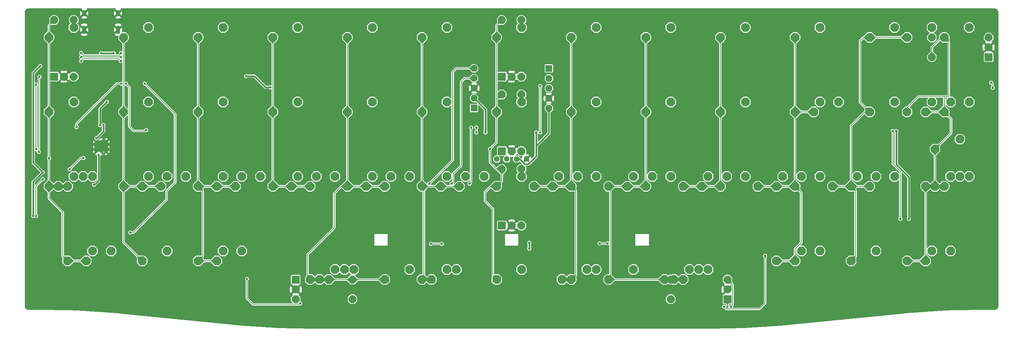
<source format=gbr>
%TF.GenerationSoftware,KiCad,Pcbnew,(7.0.0)*%
%TF.CreationDate,2023-11-20T17:19:35+01:00*%
%TF.ProjectId,alpha-curISO,616c7068-612d-4637-9572-49534f2e6b69,rev?*%
%TF.SameCoordinates,Original*%
%TF.FileFunction,Copper,L1,Top*%
%TF.FilePolarity,Positive*%
%FSLAX46Y46*%
G04 Gerber Fmt 4.6, Leading zero omitted, Abs format (unit mm)*
G04 Created by KiCad (PCBNEW (7.0.0)) date 2023-11-20 17:19:35*
%MOMM*%
%LPD*%
G01*
G04 APERTURE LIST*
G04 Aperture macros list*
%AMFreePoly0*
4,1,17,0.480635,1.110355,1.110356,0.480635,1.125000,0.445280,1.125000,-0.445280,1.110356,-0.480635,0.480635,-1.110355,0.445280,-1.125000,-0.445280,-1.125000,-0.480635,-1.110356,-1.110355,-0.480635,-1.125000,-0.445280,-1.125000,0.445280,-1.110355,0.480635,-0.480635,1.110356,-0.445280,1.125000,0.445280,1.125000,0.480635,1.110355,0.480635,1.110355,$1*%
%AMFreePoly1*
4,1,14,0.985355,0.985355,1.000000,0.950000,1.000000,-0.950000,0.985355,-0.985355,0.950000,-1.000000,0.000000,-1.000000,-0.950000,-1.000000,-0.985355,-0.985355,-1.000000,-0.950000,-1.000000,0.950000,-0.985355,0.985355,-0.950000,1.000000,0.950000,1.000000,0.985355,0.985355,0.985355,0.985355,$1*%
%AMFreePoly2*
4,1,30,0.428858,0.985355,0.707104,0.707109,0.707107,0.707107,0.707109,0.707104,0.985356,0.428858,1.000000,0.393503,1.000000,-0.393503,0.985356,-0.428858,0.707109,-0.707104,0.707107,-0.707107,0.707104,-0.707109,0.428858,-0.985355,0.393503,-1.000000,0.000000,-1.000000,-0.393503,-1.000000,-0.428858,-0.985356,-0.707104,-0.707109,-0.707107,-0.707107,-0.707109,-0.707104,-0.985355,-0.428858,
-1.000000,-0.393503,-1.000000,0.393503,-0.985354,0.428858,-0.707111,0.707101,-0.707107,0.707107,-0.707101,0.707111,-0.428858,0.985356,-0.393503,1.000000,0.393503,1.000000,0.428858,0.985355,0.428858,0.985355,$1*%
%AMFreePoly3*
4,1,17,0.470280,1.085355,1.085355,0.470280,1.100000,0.434925,1.100000,-0.434925,1.085355,-0.470281,0.470280,-1.085355,0.434925,-1.100000,-0.434925,-1.100000,-0.470281,-1.085355,-1.085355,-0.470280,-1.100000,-0.434925,-1.100000,0.434925,-1.085355,0.470280,-0.470281,1.085355,-0.434925,1.100000,0.434925,1.100000,0.470280,1.085355,0.470280,1.085355,$1*%
%AMFreePoly4*
4,1,17,0.303973,0.683855,0.683855,0.303973,0.698500,0.268618,0.698500,-0.268618,0.683855,-0.303974,0.303973,-0.683855,0.268618,-0.698500,-0.268618,-0.698500,-0.303974,-0.683855,-0.683855,-0.303973,-0.698500,-0.268618,-0.698500,0.268618,-0.683855,0.303973,-0.303974,0.683855,-0.268618,0.698500,0.268618,0.698500,0.303973,0.683855,0.303973,0.683855,$1*%
%AMFreePoly5*
4,1,13,0.835355,0.835355,0.850000,0.800000,0.850000,-0.800000,0.835355,-0.835355,0.800000,-0.850000,-0.800000,-0.850000,-0.835355,-0.835355,-0.850000,-0.800000,-0.850000,0.800000,-0.835355,0.835355,-0.800000,0.850000,0.800000,0.850000,0.835355,0.835355,0.835355,0.835355,$1*%
%AMFreePoly6*
4,1,17,0.366726,0.835355,0.835355,0.366726,0.850000,0.331371,0.850000,-0.331371,0.835355,-0.366727,0.366726,-0.835355,0.331371,-0.850000,-0.331371,-0.850000,-0.366727,-0.835355,-0.835355,-0.366726,-0.850000,-0.331371,-0.850000,0.331371,-0.835355,0.366726,-0.366727,0.835355,-0.331371,0.850000,0.331371,0.850000,0.366726,0.835355,0.366726,0.835355,$1*%
%AMFreePoly7*
4,1,17,0.307538,0.785355,0.485355,0.607538,0.500000,0.572183,0.500000,-0.572183,0.485355,-0.607538,0.307538,-0.785355,0.272183,-0.800000,-0.272183,-0.800000,-0.307538,-0.785355,-0.485355,-0.607538,-0.500000,-0.572183,-0.500000,0.572183,-0.485355,0.607538,-0.307538,0.785355,-0.272183,0.800000,0.272183,0.800000,0.307538,0.785355,0.307538,0.785355,$1*%
%AMFreePoly8*
4,1,17,0.307538,1.035355,0.485355,0.857538,0.500000,0.822183,0.500000,-0.822183,0.485355,-0.857538,0.307538,-1.035355,0.272183,-1.050000,-0.272183,-1.050000,-0.307538,-1.035354,-0.485355,-0.857538,-0.500000,-0.822183,-0.500000,0.822183,-0.485355,0.857538,-0.307538,1.035355,-0.272183,1.050000,0.272183,1.050000,0.307538,1.035355,0.307538,1.035355,$1*%
%AMFreePoly9*
4,1,17,0.138909,0.285355,0.285355,0.138909,0.300000,0.103554,0.300000,-0.103554,0.285355,-0.138909,0.138909,-0.285355,0.103554,-0.300000,-0.103554,-0.300000,-0.138909,-0.285355,-0.285355,-0.138909,-0.300000,-0.103554,-0.300000,0.103554,-0.285354,0.138909,-0.138909,0.285355,-0.103554,0.300000,0.103554,0.300000,0.138909,0.285355,0.138909,0.285355,$1*%
G04 Aperture macros list end*
%TA.AperFunction,ComponentPad*%
%ADD10FreePoly0,0.000000*%
%TD*%
%TA.AperFunction,ComponentPad*%
%ADD11FreePoly1,90.000000*%
%TD*%
%TA.AperFunction,ComponentPad*%
%ADD12FreePoly2,90.000000*%
%TD*%
%TA.AperFunction,ComponentPad*%
%ADD13FreePoly0,48.100000*%
%TD*%
%TA.AperFunction,ComponentPad*%
%ADD14FreePoly1,180.000000*%
%TD*%
%TA.AperFunction,ComponentPad*%
%ADD15FreePoly2,180.000000*%
%TD*%
%TA.AperFunction,ComponentPad*%
%ADD16FreePoly3,0.000000*%
%TD*%
%TA.AperFunction,ComponentPad*%
%ADD17FreePoly1,0.000000*%
%TD*%
%TA.AperFunction,ComponentPad*%
%ADD18FreePoly2,0.000000*%
%TD*%
%TA.AperFunction,ComponentPad*%
%ADD19FreePoly4,0.000000*%
%TD*%
%TA.AperFunction,ComponentPad*%
%ADD20FreePoly5,0.000000*%
%TD*%
%TA.AperFunction,ComponentPad*%
%ADD21FreePoly6,0.000000*%
%TD*%
%TA.AperFunction,ComponentPad*%
%ADD22FreePoly7,0.000000*%
%TD*%
%TA.AperFunction,ComponentPad*%
%ADD23FreePoly8,0.000000*%
%TD*%
%TA.AperFunction,ComponentPad*%
%ADD24FreePoly9,180.000000*%
%TD*%
%TA.AperFunction,ViaPad*%
%ADD25C,0.600000*%
%TD*%
%TA.AperFunction,Conductor*%
%ADD26C,0.600000*%
%TD*%
%TA.AperFunction,Conductor*%
%ADD27C,0.381000*%
%TD*%
%TA.AperFunction,Conductor*%
%ADD28C,0.200000*%
%TD*%
G04 APERTURE END LIST*
D10*
%TO.P,SW30(ortho)1,1,1*%
%TO.N,COL3*%
X86677500Y-94280487D03*
%TO.P,SW30(ortho)1,2,2*%
%TO.N,Net-(D15-A)*%
X93027500Y-91740487D03*
%TD*%
%TO.P,SW12,1,1*%
%TO.N,COL11*%
X239077500Y-56197500D03*
%TO.P,SW12,2,2*%
%TO.N,Net-(D42-A)*%
X245427500Y-53657500D03*
%TD*%
%TO.P,SW31(ortho)1,1,1*%
%TO.N,COL4*%
X105727500Y-94280487D03*
%TO.P,SW31(ortho)1,2,2*%
%TO.N,Net-(D18-A)*%
X112077500Y-91740487D03*
%TD*%
%TO.P,SW43(1.75)1,1,1*%
%TO.N,COL5*%
X127172566Y-118095521D03*
%TO.P,SW43(1.75)1,2,2*%
%TO.N,Net-(D23-A)*%
X133522566Y-115555521D03*
%TD*%
%TO.P,SW48,1,1*%
%TO.N,COL11*%
X234315000Y-113347500D03*
%TO.P,SW48,2,2*%
%TO.N,Net-(D45-A)*%
X240665000Y-110807500D03*
%TD*%
%TO.P,SW33(1.5stagger)1,1,1*%
%TO.N,COL7*%
X153352500Y-94280487D03*
%TO.P,SW33(1.5stagger)1,2,2*%
%TO.N,Net-(D29-A)*%
X159702500Y-91740487D03*
%TD*%
D11*
%TO.P,SW_rotary3,A,A*%
%TO.N,PD5*%
X145137500Y-66237500D03*
D12*
%TO.P,SW_rotary3,B,B*%
%TO.N,PD2*%
X150137500Y-66237500D03*
%TO.P,SW_rotary3,C,C*%
%TO.N,GND*%
X147637500Y-66237500D03*
%TO.P,SW_rotary3,S1,S1*%
%TO.N,R_row3*%
X150137500Y-51737500D03*
%TO.P,SW_rotary3,S2,S2*%
%TO.N,COL6*%
X145137500Y-51737500D03*
%TD*%
D13*
%TO.P,SW42(3)1,1,1*%
%TO.N,COL4*%
X115252500Y-118110000D03*
D10*
%TO.P,SW42(3)1,2,2*%
%TO.N,R_row5*%
X121602500Y-115570000D03*
%TD*%
%TO.P,SW32(ortho)1,1,1*%
%TO.N,COL5*%
X124777500Y-94280487D03*
%TO.P,SW32(ortho)1,2,2*%
%TO.N,Net-(D22-A)*%
X131127500Y-91740487D03*
%TD*%
%TO.P,SW42(1)1,1,1*%
%TO.N,COL4*%
X96202500Y-118110000D03*
%TO.P,SW42(1)1,2,2*%
%TO.N,R_row5*%
X102552500Y-115570000D03*
%TD*%
%TO.P,SW34(1.5stagger)1,1,1*%
%TO.N,COL8*%
X172402500Y-94280487D03*
%TO.P,SW34(1.5stagger)1,2,2*%
%TO.N,Net-(D33-A)*%
X178752500Y-91740487D03*
%TD*%
%TO.P,SW21,1,1*%
%TO.N,COL7*%
X162877500Y-75247500D03*
%TO.P,SW21,2,2*%
%TO.N,Net-(D28-A)*%
X169227500Y-72707500D03*
%TD*%
%TO.P,SW28,1,1*%
%TO.N,COL1*%
X53340000Y-94280487D03*
%TO.P,SW28,2,2*%
%TO.N,Net-(D7-A)*%
X59690000Y-91740487D03*
%TD*%
%TO.P,SW8,1,1*%
%TO.N,COL7*%
X162877500Y-56197500D03*
%TO.P,SW8,2,2*%
%TO.N,Net-(D27-A)*%
X169227500Y-53657500D03*
%TD*%
%TO.P,SW28(1.5stagger)1,1,1*%
%TO.N,COL1*%
X58102500Y-94280487D03*
%TO.P,SW28(1.5stagger)1,2,2*%
%TO.N,Net-(D7-A)*%
X64452500Y-91740487D03*
%TD*%
%TO.P,SW46(1.5)1,1,1*%
%TO.N,COL8*%
X186690000Y-118110000D03*
%TO.P,SW46(1.5)1,2,2*%
%TO.N,R_col6*%
X193040000Y-115570000D03*
%TD*%
%TO.P,SW23,1,1*%
%TO.N,COL9*%
X200977500Y-75247500D03*
%TO.P,SW23,2,2*%
%TO.N,Net-(D36-A)*%
X207327500Y-72707500D03*
%TD*%
%TO.P,SW36,1,1*%
%TO.N,COL10*%
X215265000Y-94280487D03*
%TO.P,SW36,2,2*%
%TO.N,Net-(D40-A)*%
X221615000Y-91740487D03*
%TD*%
%TO.P,SW12(2)1,1,1*%
%TO.N,COL11*%
X248602500Y-56197500D03*
%TO.P,SW12(2)1,2,2*%
%TO.N,Net-(D42-A)*%
X254952500Y-53657500D03*
%TD*%
%TO.P,SW15,1,1*%
%TO.N,COL1*%
X48577500Y-75247500D03*
%TO.P,SW15,2,2*%
%TO.N,Net-(D6-A)*%
X54927500Y-72707500D03*
%TD*%
%TO.P,SW50(ortho)1,1,1*%
%TO.N,COL6*%
X143827500Y-94280487D03*
%TO.P,SW50(ortho)1,2,2*%
%TO.N,R_row7*%
X150177500Y-91740487D03*
%TD*%
%TO.P,SW39(1.5)1,1,1*%
%TO.N,COL0*%
X39052500Y-113347500D03*
%TO.P,SW39(1.5)1,2,2*%
%TO.N,Net-(D4-A)*%
X45402500Y-110807500D03*
%TD*%
%TO.P,SW6,1,1*%
%TO.N,COL5*%
X124777500Y-56197500D03*
%TO.P,SW6,2,2*%
%TO.N,Net-(D20-A)*%
X131127500Y-53657500D03*
%TD*%
%TO.P,SW31,1,1*%
%TO.N,COL4*%
X110490000Y-94280487D03*
%TO.P,SW31,2,2*%
%TO.N,Net-(D18-A)*%
X116840000Y-91740487D03*
%TD*%
%TO.P,SW37(1.5stagger)1,1,1*%
%TO.N,COL11*%
X229552500Y-94280487D03*
%TO.P,SW37(1.5stagger)1,2,2*%
%TO.N,Net-(D44-A)*%
X235902500Y-91740487D03*
%TD*%
%TO.P,SW38(1.25)1,1,1*%
%TO.N,COL12*%
X255745000Y-94280487D03*
%TO.P,SW38(1.25)1,2,2*%
%TO.N,Net-(D48-A)*%
X262095000Y-91740487D03*
%TD*%
%TO.P,SW47,1,1*%
%TO.N,COL10*%
X215265000Y-113347500D03*
%TO.P,SW47,2,2*%
%TO.N,Net-(D41-A)*%
X221615000Y-110807500D03*
%TD*%
%TO.P,SW26(1.5)1,1,1*%
%TO.N,COL12*%
X253365000Y-75247500D03*
%TO.P,SW26(1.5)1,2,2*%
%TO.N,Net-(D47-A)*%
X259715000Y-72707500D03*
%TD*%
%TO.P,SW46(1)1,1,1*%
%TO.N,COL8*%
X191452500Y-118110000D03*
%TO.P,SW46(1)1,2,2*%
%TO.N,R_col6*%
X197802500Y-115570000D03*
%TD*%
%TO.P,SW1,1,1*%
%TO.N,COL0*%
X29527500Y-56197500D03*
%TO.P,SW1,2,2*%
%TO.N,R_row1*%
X35877500Y-53657500D03*
%TD*%
%TO.P,SW26(ISO)1,1,1*%
%TO.N,COL12*%
X255746250Y-84772500D03*
%TO.P,SW26(ISO)1,2,2*%
%TO.N,Net-(D47-A)*%
X262096250Y-82232500D03*
%TD*%
%TO.P,SW37(ortho)1,1,1*%
%TO.N,COL11*%
X239077500Y-94280487D03*
%TO.P,SW37(ortho)1,2,2*%
%TO.N,Net-(D44-A)*%
X245427500Y-91740487D03*
%TD*%
%TO.P,SW41(1.5)1,1,1*%
%TO.N,COL2*%
X67627500Y-113347500D03*
%TO.P,SW41(1.5)1,2,2*%
%TO.N,Net-(D12-A)*%
X73977500Y-110807500D03*
%TD*%
%TO.P,SW27(ortho)1,1,1*%
%TO.N,COL0*%
X29527500Y-94280487D03*
%TO.P,SW27(ortho)1,2,2*%
%TO.N,Net-(D3-A)*%
X35877500Y-91740487D03*
%TD*%
%TO.P,SW38(1.5)1,1,1*%
%TO.N,COL12*%
X253365000Y-94280487D03*
%TO.P,SW38(1.5)1,2,2*%
%TO.N,Net-(D48-A)*%
X259715000Y-91740487D03*
%TD*%
D14*
%TO.P,SW_rotary2,A,A*%
%TO.N,R2_A*%
X269437500Y-61237500D03*
D15*
%TO.P,SW_rotary2,B,B*%
%TO.N,R2_B*%
X269437500Y-56237500D03*
%TO.P,SW_rotary2,C,C*%
%TO.N,GND*%
X269437500Y-58737500D03*
%TO.P,SW_rotary2,S1,S1*%
%TO.N,R_row2*%
X254937500Y-56237500D03*
%TO.P,SW_rotary2,S2,S2*%
%TO.N,COL12*%
X254937500Y-61237500D03*
%TD*%
D14*
%TO.P,SW_rotary6,A,A*%
%TO.N,R2_A*%
X202762500Y-123150000D03*
D15*
%TO.P,SW_rotary6,B,B*%
%TO.N,R2_B*%
X202762500Y-118150000D03*
%TO.P,SW_rotary6,C,C*%
%TO.N,GND*%
X202762500Y-120650000D03*
%TO.P,SW_rotary6,S1,S1*%
%TO.N,COL8*%
X188262500Y-118150000D03*
%TO.P,SW_rotary6,S2,S2*%
%TO.N,R_col6*%
X188262500Y-123150000D03*
%TD*%
D10*
%TO.P,SW9,1,1*%
%TO.N,COL8*%
X181927500Y-56197500D03*
%TO.P,SW9,2,2*%
%TO.N,Net-(D31-A)*%
X188277500Y-53657500D03*
%TD*%
%TO.P,SW33,1,1*%
%TO.N,COL7*%
X158115000Y-94280487D03*
%TO.P,SW33,2,2*%
%TO.N,Net-(D29-A)*%
X164465000Y-91740487D03*
%TD*%
%TO.P,SW43(2)1,1,1*%
%TO.N,COL5*%
X124777500Y-118110000D03*
%TO.P,SW43(2)1,2,2*%
%TO.N,Net-(D23-A)*%
X131127500Y-115570000D03*
%TD*%
D16*
%TO.P,SW44(4)1,1,1*%
%TO.N,COL6*%
X143827500Y-118110000D03*
%TO.P,SW44(4)1,2,2*%
%TO.N,Net-(D24-A)*%
X150177500Y-115570000D03*
%TD*%
D10*
%TO.P,SW33(ortho)1,1,1*%
%TO.N,COL7*%
X162877500Y-94280487D03*
%TO.P,SW33(ortho)1,2,2*%
%TO.N,Net-(D29-A)*%
X169227500Y-91740487D03*
%TD*%
%TO.P,SW10,1,1*%
%TO.N,COL9*%
X200977500Y-56197500D03*
%TO.P,SW10,2,2*%
%TO.N,Net-(D35-A)*%
X207327500Y-53657500D03*
%TD*%
%TO.P,SW18,1,1*%
%TO.N,COL4*%
X105727500Y-75247500D03*
%TO.P,SW18,2,2*%
%TO.N,Net-(D17-A)*%
X112077500Y-72707500D03*
%TD*%
%TO.P,SW34(ortho)1,1,1*%
%TO.N,COL8*%
X181927500Y-94280487D03*
%TO.P,SW34(ortho)1,2,2*%
%TO.N,Net-(D33-A)*%
X188277500Y-91740487D03*
%TD*%
%TO.P,SW36(ortho)1,1,1*%
%TO.N,COL10*%
X220027500Y-94280487D03*
%TO.P,SW36(ortho)1,2,2*%
%TO.N,Net-(D40-A)*%
X226377500Y-91740487D03*
%TD*%
D17*
%TO.P,SW_rotary5,A,A*%
%TO.N,R1_A*%
X92512500Y-118150000D03*
D18*
%TO.P,SW_rotary5,B,B*%
%TO.N,R1_B*%
X92512500Y-123150000D03*
%TO.P,SW_rotary5,C,C*%
%TO.N,GND*%
X92512500Y-120650000D03*
%TO.P,SW_rotary5,S1,S1*%
%TO.N,R_row5*%
X107012500Y-123150000D03*
%TO.P,SW_rotary5,S2,S2*%
%TO.N,COL4*%
X107012500Y-118150000D03*
%TD*%
D10*
%TO.P,SW2,1,1*%
%TO.N,COL1*%
X48577500Y-56197500D03*
%TO.P,SW2,2,2*%
%TO.N,Net-(D5-A)*%
X54927500Y-53657500D03*
%TD*%
%TO.P,SW38(ortho)1,1,1*%
%TO.N,COL12*%
X258127500Y-94280487D03*
%TO.P,SW38(ortho)1,2,2*%
%TO.N,Net-(D48-A)*%
X264477500Y-91740487D03*
%TD*%
%TO.P,SW49(1.5)1,1,1*%
%TO.N,COL12*%
X248602500Y-113347500D03*
%TO.P,SW49(1.5)1,2,2*%
%TO.N,Net-(D49-A)*%
X254952500Y-110807500D03*
%TD*%
%TO.P,SW34,1,1*%
%TO.N,COL8*%
X177165000Y-94280487D03*
%TO.P,SW34,2,2*%
%TO.N,Net-(D33-A)*%
X183515000Y-91740487D03*
%TD*%
%TO.P,SW4,1,1*%
%TO.N,COL3*%
X86677500Y-56197500D03*
%TO.P,SW4,2,2*%
%TO.N,Net-(D13-A)*%
X93027500Y-53657500D03*
%TD*%
%TO.P,SW13,1,1*%
%TO.N,COL12*%
X258127500Y-56197500D03*
%TO.P,SW13,2,2*%
%TO.N,R_row2*%
X264477500Y-53657500D03*
%TD*%
%TO.P,SW35(ortho)1,1,1*%
%TO.N,COL9*%
X200977500Y-94280487D03*
%TO.P,SW35(ortho)1,2,2*%
%TO.N,Net-(D37-A)*%
X207327500Y-91740487D03*
%TD*%
%TO.P,SW32,1,1*%
%TO.N,COL5*%
X129540000Y-94280487D03*
%TO.P,SW32,2,2*%
%TO.N,Net-(D22-A)*%
X135890000Y-91740487D03*
%TD*%
%TO.P,SW29(ortho)1,1,1*%
%TO.N,COL2*%
X67627500Y-94280487D03*
%TO.P,SW29(ortho)1,2,2*%
%TO.N,Net-(D11-A)*%
X73977500Y-91740487D03*
%TD*%
%TO.P,SW30(1.5stagger)1,1,1*%
%TO.N,COL3*%
X96202500Y-94280487D03*
%TO.P,SW30(1.5stagger)1,2,2*%
%TO.N,Net-(D15-A)*%
X102552500Y-91740487D03*
%TD*%
%TO.P,SW29(1.5stagger)1,1,1*%
%TO.N,COL2*%
X77152500Y-94280487D03*
%TO.P,SW29(1.5stagger)1,2,2*%
%TO.N,Net-(D11-A)*%
X83502500Y-91740487D03*
%TD*%
%TO.P,SW45(2)1,1,1*%
%TO.N,COL7*%
X162877500Y-118110000D03*
%TO.P,SW45(2)1,2,2*%
%TO.N,Net-(D30-A)*%
X169227500Y-115570000D03*
%TD*%
%TO.P,SW46(1.25)1,1,1*%
%TO.N,COL8*%
X189085066Y-118095521D03*
%TO.P,SW46(1.25)1,2,2*%
%TO.N,R_col6*%
X195435066Y-115555521D03*
%TD*%
D19*
%TO.P,OL1,1,SDA*%
%TO.N,SDA*%
X143827500Y-87312500D03*
%TO.P,OL1,2,SCL*%
%TO.N,SCL*%
X146367500Y-87312500D03*
%TO.P,OL1,3,VCC*%
%TO.N,+3V3*%
X148907500Y-87312500D03*
%TO.P,OL1,4,GND*%
%TO.N,GND*%
X151447500Y-87312500D03*
%TD*%
D10*
%TO.P,SW16,1,1*%
%TO.N,COL2*%
X67627500Y-75247500D03*
%TO.P,SW16,2,2*%
%TO.N,Net-(D10-A)*%
X73977500Y-72707500D03*
%TD*%
%TO.P,SW25,1,1*%
%TO.N,COL11*%
X239077500Y-75247500D03*
%TO.P,SW25,2,2*%
%TO.N,Net-(D43-A)*%
X245427500Y-72707500D03*
%TD*%
D13*
%TO.P,SW46(3)1,1,1*%
%TO.N,COL8*%
X172402500Y-118110000D03*
D10*
%TO.P,SW46(3)1,2,2*%
%TO.N,R_col6*%
X178752500Y-115570000D03*
%TD*%
%TO.P,SW39,1,1*%
%TO.N,COL0*%
X34290000Y-113347500D03*
%TO.P,SW39,2,2*%
%TO.N,Net-(D4-A)*%
X40640000Y-110807500D03*
%TD*%
%TO.P,SW19,1,1*%
%TO.N,COL5*%
X124777500Y-75247500D03*
%TO.P,SW19,2,2*%
%TO.N,Net-(D21-A)*%
X131127500Y-72707500D03*
%TD*%
D20*
%TO.P,J2,1,Pin_1*%
%TO.N,PD2*%
X157162500Y-64135000D03*
D21*
%TO.P,J2,2,Pin_2*%
%TO.N,Net-(J2-Pin_2)*%
X157162500Y-66675000D03*
%TO.P,J2,3,Pin_3*%
%TO.N,PD5*%
X157162500Y-69215000D03*
%TO.P,J2,4,Pin_4*%
%TO.N,GND*%
X157162500Y-71755000D03*
%TO.P,J2,5,Pin_5*%
%TO.N,+3V3*%
X157162500Y-74295000D03*
%TD*%
D10*
%TO.P,SW44(6)1,1,1*%
%TO.N,COL6*%
X143827500Y-118110000D03*
%TO.P,SW44(6)1,2,2*%
%TO.N,Net-(D24-A)*%
X150177500Y-115570000D03*
%TD*%
%TO.P,SW35,1,1*%
%TO.N,COL9*%
X196215000Y-94280487D03*
%TO.P,SW35,2,2*%
%TO.N,Net-(D37-A)*%
X202565000Y-91740487D03*
%TD*%
%TO.P,SW37,1,1*%
%TO.N,COL11*%
X234315000Y-94280487D03*
%TO.P,SW37,2,2*%
%TO.N,Net-(D44-A)*%
X240665000Y-91740487D03*
%TD*%
%TO.P,SW20,1,1*%
%TO.N,COL6*%
X143827500Y-75247500D03*
%TO.P,SW20,2,2*%
%TO.N,R_row4*%
X150177500Y-72707500D03*
%TD*%
%TO.P,SW11,1,1*%
%TO.N,COL10*%
X220027500Y-56197500D03*
%TO.P,SW11,2,2*%
%TO.N,Net-(D38-A)*%
X226377500Y-53657500D03*
%TD*%
%TO.P,SW24(1.5)1,1,1*%
%TO.N,COL10*%
X224790000Y-75247500D03*
%TO.P,SW24(1.5)1,2,2*%
%TO.N,Net-(D39-A)*%
X231140000Y-72707500D03*
%TD*%
%TO.P,SW7,1,1*%
%TO.N,COL6*%
X143827500Y-56197500D03*
%TO.P,SW7,2,2*%
%TO.N,R_row3*%
X150177500Y-53657500D03*
%TD*%
%TO.P,SW40,1,1*%
%TO.N,COL1*%
X53340000Y-113347500D03*
%TO.P,SW40,2,2*%
%TO.N,Net-(D8-A)*%
X59690000Y-110807500D03*
%TD*%
%TO.P,SW26(2)1,1,1*%
%TO.N,COL12*%
X248602500Y-75247500D03*
%TO.P,SW26(2)1,2,2*%
%TO.N,Net-(D47-A)*%
X254952500Y-72707500D03*
%TD*%
D13*
%TO.P,SW48(3)1,1,1*%
%TO.N,COL11*%
X234315000Y-113347500D03*
D10*
%TO.P,SW48(3)1,2,2*%
%TO.N,Net-(D45-A)*%
X240665000Y-110807500D03*
%TD*%
D11*
%TO.P,SW_rotary1,A,A*%
%TO.N,R1_A*%
X30837500Y-66237500D03*
D12*
%TO.P,SW_rotary1,B,B*%
%TO.N,R1_B*%
X35837500Y-66237500D03*
%TO.P,SW_rotary1,C,C*%
%TO.N,GND*%
X33337500Y-66237500D03*
%TO.P,SW_rotary1,S1,S1*%
%TO.N,R_row1*%
X35837500Y-51737500D03*
%TO.P,SW_rotary1,S2,S2*%
%TO.N,COL0*%
X30837500Y-51737500D03*
%TD*%
D11*
%TO.P,SW_rotary4,A,A*%
%TO.N,SDA*%
X145137500Y-85287500D03*
D12*
%TO.P,SW_rotary4,B,B*%
%TO.N,SCL*%
X150137500Y-85287500D03*
%TO.P,SW_rotary4,C,C*%
%TO.N,GND*%
X147637500Y-85287500D03*
%TO.P,SW_rotary4,S1,S1*%
%TO.N,R_row4*%
X150137500Y-70787500D03*
%TO.P,SW_rotary4,S2,S2*%
%TO.N,COL6*%
X145137500Y-70787500D03*
%TD*%
D10*
%TO.P,SW36(1.5stagger)1,1,1*%
%TO.N,COL10*%
X210502500Y-94280487D03*
%TO.P,SW36(1.5stagger)1,2,2*%
%TO.N,Net-(D40-A)*%
X216852500Y-91740487D03*
%TD*%
%TO.P,SW5,1,1*%
%TO.N,COL4*%
X105727500Y-56197500D03*
%TO.P,SW5,2,2*%
%TO.N,Net-(D16-A)*%
X112077500Y-53657500D03*
%TD*%
D13*
%TO.P,SW44(3)1,1,1*%
%TO.N,COL6*%
X143827500Y-118110000D03*
D10*
%TO.P,SW44(3)1,2,2*%
%TO.N,Net-(D24-A)*%
X150177500Y-115570000D03*
%TD*%
D11*
%TO.P,SW_rotary7,A,A*%
%TO.N,R5_A*%
X145137500Y-104320487D03*
D12*
%TO.P,SW_rotary7,B,B*%
%TO.N,R5_B*%
X150137500Y-104320487D03*
%TO.P,SW_rotary7,C,C*%
%TO.N,GND*%
X147637500Y-104320487D03*
%TO.P,SW_rotary7,S1,S1*%
%TO.N,R_row7*%
X150137500Y-89820487D03*
%TO.P,SW_rotary7,S2,S2*%
%TO.N,COL6*%
X145137500Y-89820487D03*
%TD*%
D10*
%TO.P,SW22,1,1*%
%TO.N,COL8*%
X181927500Y-75247500D03*
%TO.P,SW22,2,2*%
%TO.N,Net-(D32-A)*%
X188277500Y-72707500D03*
%TD*%
%TO.P,SW27(1.5)1,1,1*%
%TO.N,COL0*%
X34290000Y-94280487D03*
%TO.P,SW27(1.5)1,2,2*%
%TO.N,Net-(D3-A)*%
X40640000Y-91740487D03*
%TD*%
%TO.P,SW42(1.25)1,1,1*%
%TO.N,COL4*%
X98597566Y-118095521D03*
%TO.P,SW42(1.25)1,2,2*%
%TO.N,R_row5*%
X104947566Y-115555521D03*
%TD*%
%TO.P,SW42(1.5)1,1,1*%
%TO.N,COL4*%
X100965000Y-118110000D03*
%TO.P,SW42(1.5)1,2,2*%
%TO.N,R_row5*%
X107315000Y-115570000D03*
%TD*%
%TO.P,SW27(1.25)1,1,1*%
%TO.N,COL0*%
X31910000Y-94280487D03*
%TO.P,SW27(1.25)1,2,2*%
%TO.N,Net-(D3-A)*%
X38260000Y-91740487D03*
%TD*%
%TO.P,SW49,1,1*%
%TO.N,COL12*%
X253365000Y-113347500D03*
%TO.P,SW49,2,2*%
%TO.N,Net-(D49-A)*%
X259715000Y-110807500D03*
%TD*%
%TO.P,SW26,1,1*%
%TO.N,COL12*%
X258127500Y-75247500D03*
%TO.P,SW26,2,2*%
%TO.N,Net-(D47-A)*%
X264477500Y-72707500D03*
%TD*%
%TO.P,SW28(ortho)1,1,1*%
%TO.N,COL1*%
X48577500Y-94280487D03*
%TO.P,SW28(ortho)1,2,2*%
%TO.N,Net-(D7-A)*%
X54927500Y-91740487D03*
%TD*%
%TO.P,SW24,1,1*%
%TO.N,COL10*%
X220027500Y-75247500D03*
%TO.P,SW24,2,2*%
%TO.N,Net-(D39-A)*%
X226377500Y-72707500D03*
%TD*%
%TO.P,SW17,1,1*%
%TO.N,COL3*%
X86677500Y-75247500D03*
%TO.P,SW17,2,2*%
%TO.N,Net-(D14-A)*%
X93027500Y-72707500D03*
%TD*%
D13*
%TO.P,SW40(3)1,1,1*%
%TO.N,COL1*%
X53340000Y-113347500D03*
D10*
%TO.P,SW40(3)1,2,2*%
%TO.N,Net-(D8-A)*%
X59690000Y-110807500D03*
%TD*%
%TO.P,SW3,1,1*%
%TO.N,COL2*%
X67627500Y-56197500D03*
%TO.P,SW3,2,2*%
%TO.N,Net-(D9-A)*%
X73977500Y-53657500D03*
%TD*%
%TO.P,SW45(1.75)1,1,1*%
%TO.N,COL7*%
X160510066Y-118095521D03*
%TO.P,SW45(1.75)1,2,2*%
%TO.N,Net-(D30-A)*%
X166860066Y-115555521D03*
%TD*%
%TO.P,SW14,1,1*%
%TO.N,COL0*%
X29527500Y-75247500D03*
%TO.P,SW14,2,2*%
%TO.N,Net-(D2-A)*%
X35877500Y-72707500D03*
%TD*%
%TO.P,SW41,1,1*%
%TO.N,COL2*%
X72390000Y-113347500D03*
%TO.P,SW41,2,2*%
%TO.N,Net-(D12-A)*%
X78740000Y-110807500D03*
%TD*%
%TO.P,SW47(1.5)1,1,1*%
%TO.N,COL10*%
X220027500Y-113347500D03*
%TO.P,SW47(1.5)1,2,2*%
%TO.N,Net-(D41-A)*%
X226377500Y-110807500D03*
%TD*%
%TO.P,SW35(1.5stagger)1,1,1*%
%TO.N,COL9*%
X191452500Y-94280487D03*
%TO.P,SW35(1.5stagger)1,2,2*%
%TO.N,Net-(D37-A)*%
X197802500Y-91740487D03*
%TD*%
%TO.P,SW30,1,1*%
%TO.N,COL3*%
X91440000Y-94280487D03*
%TO.P,SW30,2,2*%
%TO.N,Net-(D15-A)*%
X97790000Y-91740487D03*
%TD*%
%TO.P,SW32(1.5stagger)1,1,1*%
%TO.N,COL5*%
X134302500Y-94280487D03*
%TO.P,SW32(1.5stagger)1,2,2*%
%TO.N,Net-(D22-A)*%
X140652500Y-91740487D03*
%TD*%
%TO.P,SW31(1.5stagger)1,1,1*%
%TO.N,COL4*%
X115252500Y-94280487D03*
%TO.P,SW31(1.5stagger)1,2,2*%
%TO.N,Net-(D18-A)*%
X121602500Y-91740487D03*
%TD*%
%TO.P,SW29,1,1*%
%TO.N,COL2*%
X72390000Y-94280487D03*
%TO.P,SW29,2,2*%
%TO.N,Net-(D11-A)*%
X78740000Y-91740487D03*
%TD*%
D22*
%TO.P,USB1,13,SHIELD*%
%TO.N,GND*%
X38542500Y-50036838D03*
D23*
X38542500Y-54216838D03*
D22*
X47182500Y-50036838D03*
D23*
X47182500Y-54216838D03*
%TD*%
D24*
%TO.P,U1,57,GND*%
%TO.N,GND*%
X44137500Y-85413914D03*
X44137500Y-84138914D03*
X44137500Y-82863914D03*
X42862500Y-85413914D03*
X42862500Y-84138914D03*
X42862500Y-82863914D03*
X41587500Y-85413914D03*
X41587500Y-84138914D03*
X41587500Y-82863914D03*
%TD*%
D20*
%TO.P,J1,1,Pin_1*%
%TO.N,RESET*%
X138074000Y-74265000D03*
D21*
%TO.P,J1,2,Pin_2*%
%TO.N,+3V3*%
X138074000Y-71725000D03*
%TO.P,J1,3,Pin_3*%
%TO.N,GND*%
X138074000Y-69185000D03*
%TO.P,J1,4,Pin_4*%
%TO.N,SWD*%
X138074000Y-66645000D03*
%TO.P,J1,5,Pin_5*%
%TO.N,SWCLK*%
X138074000Y-64105000D03*
%TD*%
D25*
%TO.N,GND*%
X87306288Y-106340500D03*
X243654214Y-68235464D03*
X204618971Y-66049779D03*
X154305000Y-71755000D03*
X56663260Y-67017441D03*
X176212500Y-105568750D03*
X118893971Y-66049779D03*
X143520000Y-107176000D03*
X110236000Y-107188000D03*
X50800000Y-85217000D03*
X35402193Y-85150164D03*
X52387500Y-66675000D03*
X46024800Y-95961200D03*
X46037500Y-66252789D03*
X176921000Y-107176000D03*
X63500000Y-71755000D03*
X119888000Y-111887000D03*
X126129175Y-107233325D03*
X173037500Y-66675000D03*
X216693750Y-105568750D03*
X84032471Y-65986279D03*
X184912000Y-112014000D03*
X40795407Y-76458720D03*
X49177000Y-79756000D03*
X49919733Y-105385060D03*
X247650000Y-104775000D03*
X152146000Y-111887000D03*
X43942000Y-94996000D03*
X36096000Y-80179754D03*
X122237500Y-106362500D03*
X46831250Y-57150000D03*
X122237500Y-66675000D03*
X90487500Y-105568750D03*
X245364000Y-66675000D03*
X50129536Y-68034500D03*
X37306250Y-68041861D03*
X43631630Y-75209888D03*
X169705971Y-66037779D03*
X62357000Y-69850000D03*
X37422939Y-79072547D03*
X213360000Y-106340500D03*
X55562500Y-105508851D03*
X245268750Y-106299000D03*
X87376000Y-66675000D03*
X207899000Y-66675000D03*
X41485643Y-90057963D03*
X38554489Y-56438480D03*
X41661692Y-66296586D03*
X163477000Y-66548000D03*
%TO.N,+5V*%
X25482000Y-101853999D03*
X152146000Y-108712000D03*
X27940000Y-90678000D03*
X249047000Y-102616000D03*
X245872000Y-80137000D03*
X27296664Y-63491664D03*
X46037500Y-60234000D03*
X152146000Y-110200500D03*
X42862500Y-60234000D03*
%TO.N,+3V3*%
X79848500Y-66074500D03*
X153924000Y-80482500D03*
X42545000Y-78613000D03*
X44272742Y-72701007D03*
X140970000Y-80480901D03*
X86078000Y-68961000D03*
%TO.N,+1V1*%
X41021000Y-93853000D03*
X41656000Y-81991200D03*
X42226285Y-86244809D03*
X43434000Y-78613000D03*
%TO.N,ROW0*%
X37719000Y-60198000D03*
X47879000Y-60198000D03*
%TO.N,ROW1*%
X54356000Y-79883000D03*
X49177000Y-68034500D03*
X36576000Y-79121000D03*
X47978000Y-68034500D03*
%TO.N,ROW3*%
X80068901Y-117981401D03*
X93662500Y-124260500D03*
%TO.N,RESET*%
X136906000Y-93599000D03*
X137318750Y-79281901D03*
%TO.N,SWD*%
X132334000Y-93599000D03*
%TO.N,SWCLK*%
X126619000Y-93599000D03*
%TO.N,COL0*%
X29531376Y-87090305D03*
%TO.N,R1_A*%
X26940193Y-85487500D03*
X27084958Y-66235895D03*
%TO.N,R1_B*%
X26289759Y-84794063D03*
X26193750Y-68262500D03*
%TO.N,R2_A*%
X47884580Y-61231064D03*
X202764298Y-125059500D03*
X270090589Y-67770589D03*
X37719000Y-61214000D03*
X270470692Y-69095196D03*
%TO.N,R2_B*%
X203671032Y-125059500D03*
X47879000Y-62230000D03*
X37719000Y-62230000D03*
%TO.N,PD5*%
X138628000Y-79248000D03*
X138628000Y-80480901D03*
%TO.N,PD2*%
X154940000Y-68615500D03*
X154940000Y-80482500D03*
%TO.N,Net-(LED1-DOUT)*%
X127080126Y-109005935D03*
X129794000Y-109001500D03*
%TO.N,Net-(LED2-DOUT)*%
X170092910Y-108891464D03*
X172127911Y-108881911D03*
%TO.N,rgb underglow*%
X26289000Y-101854000D03*
X27940000Y-92456000D03*
%TO.N,RGB MCU*%
X38314384Y-87057228D03*
X34798000Y-89916000D03*
%TO.N,Audio*%
X201864795Y-125059500D03*
X212366951Y-112074056D03*
%TO.N,COL6*%
X142113000Y-84709000D03*
%TO.N,Net-(LED8-DOUT)*%
X244983000Y-80137000D03*
X246888000Y-102616000D03*
%TO.N,Net-(LED10-DOUT)*%
X50260399Y-106108351D03*
X53975000Y-68034500D03*
%TD*%
D26*
%TO.N,GND*%
X44137500Y-82863914D02*
X44137500Y-85413914D01*
X42538586Y-85090000D02*
X42862500Y-85413914D01*
X41910000Y-85091414D02*
X41910000Y-85090000D01*
X41587500Y-82863914D02*
X42862500Y-82863914D01*
X41587500Y-84138914D02*
X44137500Y-84138914D01*
X41587500Y-82863914D02*
X41587500Y-85413914D01*
X42862500Y-82863914D02*
X42862500Y-85413914D01*
X43813586Y-85090000D02*
X44137500Y-85413914D01*
X43186414Y-85090000D02*
X43813586Y-85090000D01*
X42862500Y-82863914D02*
X44137500Y-82863914D01*
X42862500Y-85413914D02*
X43186414Y-85090000D01*
X41910000Y-85090000D02*
X42538586Y-85090000D01*
X41587500Y-85413914D02*
X41910000Y-85091414D01*
D27*
%TO.N,+5V*%
X25482000Y-93136000D02*
X25574625Y-93043375D01*
X27940000Y-90678000D02*
X25503010Y-88241010D01*
X25482000Y-101853999D02*
X25482000Y-93136000D01*
X25503010Y-65285318D02*
X27296664Y-63491664D01*
X42862500Y-60234000D02*
X46037500Y-60234000D01*
X245872000Y-88714328D02*
X249047000Y-91889328D01*
X27940000Y-90678000D02*
X25574625Y-93043375D01*
X245872000Y-80137000D02*
X245872000Y-88714328D01*
X152146000Y-108712000D02*
X152146000Y-110200500D01*
X25503010Y-88241010D02*
X25503010Y-65285318D01*
X249047000Y-91889328D02*
X249047000Y-102616000D01*
%TO.N,+3V3*%
X153924000Y-83820000D02*
X153924000Y-80482500D01*
X149669500Y-87312500D02*
X151003000Y-88646000D01*
X148907500Y-87312500D02*
X149669500Y-87312500D01*
X81949500Y-66074500D02*
X84836000Y-68961000D01*
X79848500Y-66074500D02*
X81949500Y-66074500D01*
X151892000Y-88646000D02*
X153924000Y-86614000D01*
X84836000Y-68961000D02*
X86078000Y-68961000D01*
X42545000Y-74428749D02*
X44272742Y-72701007D01*
X42545000Y-78613000D02*
X42545000Y-74428749D01*
X151003000Y-88646000D02*
X151892000Y-88646000D01*
X157162500Y-80708500D02*
X157162500Y-74295000D01*
X140970000Y-74621000D02*
X140970000Y-80480901D01*
X154051000Y-83820000D02*
X153924000Y-83820000D01*
X154051000Y-83820000D02*
X157162500Y-80708500D01*
X138074000Y-71725000D02*
X140970000Y-74621000D01*
X153924000Y-86614000D02*
X153924000Y-83820000D01*
%TO.N,+1V1*%
X42226285Y-92800115D02*
X42226285Y-86244809D01*
X42226285Y-92800115D02*
X41173400Y-93853000D01*
X41656000Y-81991200D02*
X43434000Y-80213200D01*
X43434000Y-80213200D02*
X43434000Y-78613000D01*
X41173400Y-93853000D02*
X41021000Y-93853000D01*
D28*
%TO.N,ROW0*%
X47879000Y-60297000D02*
X47879000Y-60198000D01*
X37719000Y-60198000D02*
X38354500Y-60833500D01*
X47342500Y-60833500D02*
X47879000Y-60297000D01*
X38354500Y-60833500D02*
X47342500Y-60833500D01*
%TO.N,ROW1*%
X46791640Y-68034500D02*
X47978000Y-68034500D01*
X50038000Y-68895500D02*
X50038000Y-78994000D01*
X36576000Y-79121000D02*
X36576000Y-78250140D01*
X50038000Y-78994000D02*
X51181000Y-80137000D01*
X51181000Y-80137000D02*
X54102000Y-80137000D01*
X54102000Y-80137000D02*
X54356000Y-79883000D01*
X36576000Y-78250140D02*
X46791640Y-68034500D01*
X49177000Y-68034500D02*
X50038000Y-68895500D01*
%TO.N,ROW3*%
X80068901Y-122931401D02*
X80068901Y-117981401D01*
X81587500Y-124450000D02*
X93473000Y-124450000D01*
X81587500Y-124450000D02*
X80068901Y-122931401D01*
X93662500Y-124260500D02*
X93473000Y-124450000D01*
%TO.N,RESET*%
X137315000Y-93190000D02*
X137315000Y-79285651D01*
X136906000Y-93599000D02*
X137315000Y-93190000D01*
X137318750Y-79281901D02*
X137315000Y-79285651D01*
%TO.N,SWD*%
X132715000Y-93218000D02*
X132715000Y-91059000D01*
X134747000Y-67564000D02*
X135666000Y-66645000D01*
X132715000Y-91059000D02*
X134747000Y-89027000D01*
X135666000Y-66645000D02*
X138074000Y-66645000D01*
X134747000Y-89027000D02*
X134747000Y-67564000D01*
X132334000Y-93599000D02*
X132715000Y-93218000D01*
%TO.N,SWCLK*%
X126619000Y-93599000D02*
X132588000Y-87630000D01*
X133507000Y-64105000D02*
X138074000Y-64105000D01*
X132588000Y-65024000D02*
X133507000Y-64105000D01*
X132588000Y-87630000D02*
X132588000Y-65024000D01*
%TO.N,COL0*%
X29527500Y-56197500D02*
X29527500Y-75247500D01*
X29527500Y-94297500D02*
X34290000Y-94297500D01*
X30837500Y-51737500D02*
X29527500Y-53047500D01*
X29527500Y-94297500D02*
X29527500Y-75247500D01*
X34290000Y-113347500D02*
X39052500Y-113347500D01*
X29527500Y-94297500D02*
X29527500Y-97345500D01*
X33020000Y-100838000D02*
X33020000Y-112077500D01*
X29527500Y-97345500D02*
X33020000Y-100838000D01*
X33020000Y-112077500D02*
X34290000Y-113347500D01*
X29527500Y-53047500D02*
X29527500Y-56197500D01*
%TO.N,COL1*%
X48577500Y-108585000D02*
X53340000Y-113347500D01*
X48577500Y-75247500D02*
X48577500Y-94297500D01*
X48577500Y-94297500D02*
X58102500Y-94297500D01*
X48577500Y-94297500D02*
X48577500Y-108585000D01*
X48577500Y-56197500D02*
X48577500Y-75247500D01*
%TO.N,COL2*%
X67627500Y-94297500D02*
X68775217Y-95445217D01*
X68775217Y-112199783D02*
X67627500Y-113347500D01*
X68775217Y-95445217D02*
X68775217Y-112199783D01*
X67627500Y-94297500D02*
X77152500Y-94297500D01*
X72390000Y-113347500D02*
X67627500Y-113347500D01*
X67627500Y-56197500D02*
X67627500Y-94297500D01*
%TO.N,COL3*%
X86677500Y-94297500D02*
X96202500Y-94297500D01*
X86677500Y-56197500D02*
X86677500Y-94297500D01*
%TO.N,COL4*%
X95539000Y-111725000D02*
X95539000Y-117446500D01*
X115252500Y-118110000D02*
X98612045Y-118110000D01*
X102362000Y-104902000D02*
X95539000Y-111725000D01*
X105727500Y-56197500D02*
X105727500Y-94297500D01*
X98597566Y-118095521D02*
X96216979Y-118095521D01*
X105727500Y-94297500D02*
X115252500Y-94297500D01*
X102362000Y-96072010D02*
X102362000Y-104902000D01*
X105727500Y-94297500D02*
X104136510Y-94297500D01*
X96216979Y-118095521D02*
X96202500Y-118110000D01*
X98612045Y-118110000D02*
X98597566Y-118095521D01*
X104136510Y-94297500D02*
X102362000Y-96072010D01*
X95539000Y-117446500D02*
X96202500Y-118110000D01*
%TO.N,COL5*%
X127158087Y-118110000D02*
X127172566Y-118095521D01*
X124777500Y-118110000D02*
X127158087Y-118110000D01*
X125222000Y-94742000D02*
X125222000Y-117665500D01*
X134302500Y-94280487D02*
X124777500Y-94280487D01*
X125222000Y-117665500D02*
X124777500Y-118110000D01*
X124777500Y-94297500D02*
X125222000Y-94742000D01*
X124777500Y-56197500D02*
X124777500Y-94297500D01*
%TO.N,COL7*%
X162877500Y-118110000D02*
X160524545Y-118110000D01*
X162877500Y-94297500D02*
X153352500Y-94297500D01*
X162877500Y-75247500D02*
X162877500Y-94297500D01*
X162877500Y-94297500D02*
X164018901Y-95438901D01*
X164018901Y-116968599D02*
X162877500Y-118110000D01*
X162877500Y-56197500D02*
X162877500Y-75247500D01*
X164018901Y-95438901D02*
X164018901Y-116968599D01*
X160524545Y-118110000D02*
X160510066Y-118095521D01*
%TO.N,COL9*%
X200977500Y-75247500D02*
X200977500Y-94297500D01*
X191452500Y-94297500D02*
X200977500Y-94297500D01*
X200977500Y-56197500D02*
X200977500Y-75247500D01*
%TO.N,COL11*%
X229552500Y-94297500D02*
X239077500Y-94297500D01*
X234315000Y-94297500D02*
X234315000Y-78762501D01*
X234315000Y-94297500D02*
X235456401Y-95438901D01*
X239077500Y-56197500D02*
X237486510Y-56197500D01*
X237830001Y-75247500D02*
X239077500Y-75247500D01*
X234315000Y-78762501D02*
X237830001Y-75247500D01*
X236601000Y-72771000D02*
X239077500Y-75247500D01*
X235456401Y-95438901D02*
X235456401Y-112206099D01*
X248602500Y-56197500D02*
X239077500Y-56197500D01*
X236601000Y-57083010D02*
X236601000Y-72771000D01*
X235456401Y-112206099D02*
X234315000Y-113347500D01*
X237486510Y-56197500D02*
X236601000Y-57083010D01*
%TO.N,COL12*%
X255745000Y-92044500D02*
X255745000Y-94280487D01*
X253365000Y-98353026D02*
X253365000Y-94280487D01*
X253365000Y-100147974D02*
X253395151Y-100117823D01*
X259275217Y-57345217D02*
X258127500Y-56197500D01*
X255746250Y-92043250D02*
X255745000Y-92044500D01*
X254937500Y-58752500D02*
X257492500Y-56197500D01*
X257492500Y-56197500D02*
X258127500Y-56197500D01*
X253395151Y-98383177D02*
X253365000Y-98353026D01*
X248602500Y-113347500D02*
X253365000Y-113347500D01*
X258127500Y-75247500D02*
X259843599Y-76963599D01*
X258127500Y-71310500D02*
X258099500Y-71282500D01*
X259843599Y-76963599D02*
X259843599Y-80675151D01*
X251551500Y-71282500D02*
X248602500Y-74231500D01*
X259171500Y-71282500D02*
X259275217Y-71178783D01*
X255746250Y-84772500D02*
X255746250Y-92043250D01*
X259275217Y-71178783D02*
X259275217Y-57345217D01*
X259843599Y-80675151D02*
X255746250Y-84772500D01*
X253365000Y-113347500D02*
X253365000Y-100147974D01*
X248602500Y-74231500D02*
X248602500Y-75247500D01*
X258127500Y-75247500D02*
X258127500Y-71310500D01*
X258099500Y-71282500D02*
X251551500Y-71282500D01*
X253395151Y-75247500D02*
X258127500Y-75247500D01*
X253395151Y-100117823D02*
X253395151Y-98383177D01*
X258127500Y-94297500D02*
X253365000Y-94297500D01*
X258099500Y-71282500D02*
X259171500Y-71282500D01*
X254937500Y-61237500D02*
X254937500Y-58752500D01*
X255746250Y-94265750D02*
X255778000Y-94297500D01*
%TO.N,R1_A*%
X26940193Y-66380660D02*
X27084958Y-66235895D01*
X26940193Y-85487500D02*
X26940193Y-66380660D01*
%TO.N,R1_B*%
X26193750Y-84698054D02*
X26289759Y-84794063D01*
X26193750Y-68262500D02*
X26193750Y-84698054D01*
%TO.N,R2_A*%
X270470692Y-68150692D02*
X270090589Y-67770589D01*
X37738500Y-61233500D02*
X47882144Y-61233500D01*
X270470692Y-69095196D02*
X270470692Y-68150692D01*
X47884580Y-61231064D02*
X47882144Y-61233500D01*
X37738500Y-61233500D02*
X37719000Y-61214000D01*
X202762500Y-123150000D02*
X202762500Y-125057702D01*
X202762500Y-125057702D02*
X202764298Y-125059500D01*
%TO.N,R2_B*%
X38354000Y-61633500D02*
X47282500Y-61633500D01*
X202762500Y-118150000D02*
X204062500Y-119450000D01*
X204062500Y-119450000D02*
X204062500Y-124668032D01*
X38315500Y-61633500D02*
X37719000Y-62230000D01*
X47879000Y-62230000D02*
X47282500Y-61633500D01*
X204062500Y-124668032D02*
X203671032Y-125059500D01*
X38354000Y-61633500D02*
X38315500Y-61633500D01*
%TO.N,PD5*%
X138628000Y-79248000D02*
X138628000Y-80480901D01*
%TO.N,PD2*%
X154940000Y-68615500D02*
X154940000Y-80482500D01*
%TO.N,Net-(LED1-DOUT)*%
X127084561Y-109001500D02*
X129794000Y-109001500D01*
X127080126Y-109005935D02*
X127084561Y-109001500D01*
%TO.N,COL10*%
X220027500Y-94297500D02*
X210502500Y-94297500D01*
X221570054Y-108747299D02*
X220027500Y-110289853D01*
X215265000Y-113347500D02*
X220027500Y-113347500D01*
X220027500Y-56197500D02*
X220027500Y-75247500D01*
X220027500Y-110289853D02*
X220027500Y-113347500D01*
X220027500Y-94297500D02*
X221570054Y-95840054D01*
X220027500Y-75247500D02*
X224790000Y-75247500D01*
X220027500Y-75247500D02*
X220027500Y-94297500D01*
X221570054Y-95840054D02*
X221570054Y-108747299D01*
%TO.N,Net-(LED2-DOUT)*%
X170092910Y-108891464D02*
X172118358Y-108891464D01*
X172118358Y-108891464D02*
X172127911Y-108881911D01*
%TO.N,COL8*%
X172402500Y-118110000D02*
X189070587Y-118110000D01*
X189070587Y-118110000D02*
X189085066Y-118095521D01*
X172847000Y-94742000D02*
X172847000Y-117665500D01*
X181927500Y-56197500D02*
X181927500Y-75247500D01*
X181927500Y-75247500D02*
X181927500Y-94297500D01*
X189085066Y-118095521D02*
X186704479Y-118095521D01*
X191438021Y-118095521D02*
X191452500Y-118110000D01*
X186704479Y-118095521D02*
X186690000Y-118110000D01*
X172847000Y-117665500D02*
X172402500Y-118110000D01*
X189085066Y-118095521D02*
X191438021Y-118095521D01*
X181927500Y-94297500D02*
X172402500Y-94297500D01*
X172402500Y-94297500D02*
X172847000Y-94742000D01*
%TO.N,rgb underglow*%
X26200816Y-101765816D02*
X26200816Y-94195184D01*
X26200816Y-94195184D02*
X27940000Y-92456000D01*
X26289000Y-101854000D02*
X26200816Y-101765816D01*
%TO.N,RGB MCU*%
X37659848Y-87054152D02*
X34798000Y-89916000D01*
X37659848Y-87054152D02*
X38311308Y-87054152D01*
%TO.N,Audio*%
X210890500Y-125659500D02*
X203200000Y-125659500D01*
X212366951Y-112074056D02*
X212366951Y-124183049D01*
X202515769Y-125659500D02*
X201964795Y-125108526D01*
X201864795Y-125108526D02*
X201864795Y-125059500D01*
X203200000Y-125659500D02*
X202464795Y-125659500D01*
X202464795Y-125659500D02*
X201864795Y-125059500D01*
X212366951Y-124183049D02*
X210890500Y-125659500D01*
X203200000Y-125659500D02*
X202515769Y-125659500D01*
%TO.N,COL6*%
X143827500Y-75247500D02*
X143827500Y-82994500D01*
X142320513Y-94280487D02*
X140843000Y-95758000D01*
X143827500Y-72097500D02*
X143827500Y-75247500D01*
X143827500Y-53047500D02*
X143827500Y-56197500D01*
X143827500Y-82994500D02*
X142113000Y-84709000D01*
X142862500Y-100063500D02*
X142862500Y-117145000D01*
X143827500Y-94280487D02*
X142320513Y-94280487D01*
X145137500Y-51737500D02*
X143827500Y-53047500D01*
X145137500Y-70787500D02*
X143827500Y-72097500D01*
X140843000Y-95758000D02*
X140843000Y-98044000D01*
X142113000Y-84709000D02*
X142113000Y-88138000D01*
X145137500Y-89820487D02*
X145137500Y-92970487D01*
X140843000Y-98044000D02*
X142862500Y-100063500D01*
X142113000Y-88138000D02*
X143795487Y-89820487D01*
X145137500Y-92970487D02*
X143827500Y-94280487D01*
X142862500Y-117145000D02*
X143827500Y-118110000D01*
X143827500Y-56197500D02*
X143827500Y-75247500D01*
X143795487Y-89820487D02*
X145137500Y-89820487D01*
%TO.N,Net-(LED8-DOUT)*%
X244983000Y-88519000D02*
X246888000Y-90424000D01*
X246888000Y-90424000D02*
X246888000Y-102616000D01*
X244983000Y-80137000D02*
X244983000Y-88519000D01*
%TO.N,Net-(LED10-DOUT)*%
X61722000Y-75781500D02*
X53975000Y-68034500D01*
X59563000Y-97651551D02*
X59563000Y-95504000D01*
X61722000Y-93345000D02*
X61722000Y-75781500D01*
X59563000Y-95504000D02*
X61722000Y-93345000D01*
X50260399Y-106108351D02*
X51106200Y-106108351D01*
X51106200Y-106108351D02*
X59563000Y-97651551D01*
%TD*%
%TA.AperFunction,Conductor*%
%TO.N,COL5*%
G36*
X125257843Y-116999352D02*
G01*
X126368491Y-118110000D01*
X125982272Y-118496218D01*
X125977712Y-118500777D01*
X125977710Y-118500779D01*
X125257843Y-119220648D01*
X125241947Y-119231270D01*
X125223195Y-119235000D01*
X124331805Y-119235000D01*
X124297157Y-119220648D01*
X123666852Y-118590343D01*
X123652500Y-118555695D01*
X123652500Y-117664305D01*
X123666852Y-117629657D01*
X124297157Y-116999352D01*
X124331805Y-116985000D01*
X125223195Y-116985000D01*
X125257843Y-116999352D01*
G37*
%TD.AperFunction*%
%TD*%
%TA.AperFunction,Conductor*%
%TO.N,COL0*%
G36*
X34770343Y-112236852D02*
G01*
X35846343Y-113312852D01*
X35860695Y-113347500D01*
X35846343Y-113382148D01*
X34770343Y-114458148D01*
X34735695Y-114472500D01*
X33844305Y-114472500D01*
X33809657Y-114458148D01*
X33179352Y-113827843D01*
X33165000Y-113793195D01*
X33165000Y-112271500D01*
X33179352Y-112236852D01*
X33214000Y-112222500D01*
X34735695Y-112222500D01*
X34770343Y-112236852D01*
G37*
%TD.AperFunction*%
%TD*%
%TA.AperFunction,Conductor*%
%TO.N,COL11*%
G36*
X235425648Y-112236852D02*
G01*
X235440000Y-112271500D01*
X235440000Y-113778220D01*
X235440000Y-113787280D01*
X235440000Y-113793195D01*
X235436270Y-113811947D01*
X235425648Y-113827843D01*
X235132482Y-114121007D01*
X235132463Y-114121026D01*
X235132013Y-114121477D01*
X235132004Y-114121486D01*
X234805930Y-114447560D01*
X234805929Y-114447561D01*
X234799524Y-114453966D01*
X234799520Y-114453968D01*
X234795341Y-114458148D01*
X234760693Y-114472500D01*
X233869305Y-114472500D01*
X233834657Y-114458148D01*
X233541491Y-114164982D01*
X233541491Y-114164981D01*
X233204352Y-113827843D01*
X233190000Y-113793195D01*
X233190000Y-113378615D01*
X233190000Y-112901805D01*
X233204352Y-112867157D01*
X233204351Y-112867157D01*
X233834657Y-112236852D01*
X233869305Y-112222500D01*
X234283881Y-112222500D01*
X235380722Y-112222500D01*
X235390125Y-112222500D01*
X235391000Y-112222500D01*
X235425648Y-112236852D01*
G37*
%TD.AperFunction*%
%TD*%
%TA.AperFunction,Conductor*%
%TO.N,COL4*%
G36*
X115732843Y-93169839D02*
G01*
X116363148Y-93800144D01*
X116377500Y-93834792D01*
X116377500Y-94726182D01*
X116363148Y-94760830D01*
X115732843Y-95391135D01*
X115698195Y-95405487D01*
X114806805Y-95405487D01*
X114772157Y-95391135D01*
X113696157Y-94315135D01*
X113681805Y-94280487D01*
X113696157Y-94245839D01*
X114772157Y-93169839D01*
X114806805Y-93155487D01*
X115698195Y-93155487D01*
X115732843Y-93169839D01*
G37*
%TD.AperFunction*%
%TD*%
%TA.AperFunction,Conductor*%
%TO.N,R1_A*%
G36*
X26974841Y-85097883D02*
G01*
X27225841Y-85348883D01*
X27240193Y-85383531D01*
X27240193Y-85591469D01*
X27225841Y-85626117D01*
X27078810Y-85773148D01*
X27044162Y-85787500D01*
X26836224Y-85787500D01*
X26801576Y-85773148D01*
X26654545Y-85626117D01*
X26640193Y-85591469D01*
X26640193Y-85383531D01*
X26654545Y-85348883D01*
X26905545Y-85097883D01*
X26940193Y-85083531D01*
X26974841Y-85097883D01*
G37*
%TD.AperFunction*%
%TD*%
%TA.AperFunction,Conductor*%
%TO.N,Net-(LED1-DOUT)*%
G36*
X129932617Y-108715852D02*
G01*
X130079648Y-108862883D01*
X130094000Y-108897531D01*
X130094000Y-109105469D01*
X130079648Y-109140117D01*
X129932617Y-109287148D01*
X129897969Y-109301500D01*
X129690031Y-109301500D01*
X129655383Y-109287148D01*
X129404383Y-109036148D01*
X129390031Y-109001500D01*
X129404383Y-108966852D01*
X129655383Y-108715852D01*
X129690031Y-108701500D01*
X129897969Y-108701500D01*
X129932617Y-108715852D01*
G37*
%TD.AperFunction*%
%TD*%
%TA.AperFunction,Conductor*%
%TO.N,COL4*%
G36*
X96682843Y-116999352D02*
G01*
X97793491Y-118110000D01*
X97407272Y-118496218D01*
X97402712Y-118500777D01*
X97402710Y-118500779D01*
X96682843Y-119220648D01*
X96666947Y-119231270D01*
X96648195Y-119235000D01*
X95756805Y-119235000D01*
X95722157Y-119220648D01*
X95091852Y-118590343D01*
X95077500Y-118555695D01*
X95077500Y-117664305D01*
X95091852Y-117629657D01*
X95722157Y-116999352D01*
X95756805Y-116985000D01*
X96648195Y-116985000D01*
X96682843Y-116999352D01*
G37*
%TD.AperFunction*%
%TD*%
%TA.AperFunction,Conductor*%
%TO.N,COL1*%
G36*
X53820343Y-93169839D02*
G01*
X54896343Y-94245839D01*
X54910695Y-94280487D01*
X54896343Y-94315135D01*
X53820343Y-95391135D01*
X53785695Y-95405487D01*
X52894305Y-95405487D01*
X52859657Y-95391135D01*
X51783657Y-94315135D01*
X51769305Y-94280487D01*
X51783657Y-94245839D01*
X52859657Y-93169839D01*
X52894305Y-93155487D01*
X53785695Y-93155487D01*
X53820343Y-93169839D01*
G37*
%TD.AperFunction*%
%TD*%
%TA.AperFunction,Conductor*%
%TO.N,COL9*%
G36*
X196695343Y-93169839D02*
G01*
X197771343Y-94245839D01*
X197785695Y-94280487D01*
X197771343Y-94315135D01*
X196695343Y-95391135D01*
X196660695Y-95405487D01*
X195769305Y-95405487D01*
X195734657Y-95391135D01*
X194658657Y-94315135D01*
X194644305Y-94280487D01*
X194658657Y-94245839D01*
X195734657Y-93169839D01*
X195769305Y-93155487D01*
X196660695Y-93155487D01*
X196695343Y-93169839D01*
G37*
%TD.AperFunction*%
%TD*%
%TA.AperFunction,Conductor*%
%TO.N,COL1*%
G36*
X53743127Y-112202753D02*
G01*
X53759575Y-112212500D01*
X54114461Y-112530920D01*
X54114467Y-112530926D01*
X54423047Y-112807798D01*
X54439251Y-112841618D01*
X54439570Y-112847522D01*
X54439571Y-112847525D01*
X54465035Y-113317710D01*
X54465036Y-113317727D01*
X54487456Y-113731701D01*
X54475001Y-113767073D01*
X54471051Y-113771475D01*
X54471050Y-113771477D01*
X54157022Y-114121467D01*
X54157013Y-114121477D01*
X54156597Y-114121940D01*
X54156572Y-114121967D01*
X53879701Y-114430547D01*
X53845881Y-114446751D01*
X53839977Y-114447070D01*
X53839974Y-114447071D01*
X53830929Y-114447561D01*
X53830928Y-114447561D01*
X53370446Y-114472500D01*
X53369790Y-114472535D01*
X53369772Y-114472536D01*
X52955798Y-114494956D01*
X52936872Y-114492246D01*
X52920424Y-114482499D01*
X52916023Y-114478550D01*
X52916022Y-114478549D01*
X52909280Y-114472500D01*
X52565547Y-114164087D01*
X52565531Y-114164072D01*
X52256952Y-113887200D01*
X52240748Y-113853380D01*
X52158456Y-112333908D01*
X52163687Y-112309090D01*
X52180628Y-112290211D01*
X52204731Y-112282334D01*
X53724204Y-112200043D01*
X53743127Y-112202753D01*
G37*
%TD.AperFunction*%
%TD*%
%TA.AperFunction,Conductor*%
%TO.N,COL12*%
G36*
X258607843Y-55086852D02*
G01*
X259238148Y-55717157D01*
X259252500Y-55751805D01*
X259252500Y-57273500D01*
X259238148Y-57308148D01*
X259203500Y-57322500D01*
X257681805Y-57322500D01*
X257647157Y-57308148D01*
X257016852Y-56677843D01*
X257002500Y-56643195D01*
X257002500Y-55751805D01*
X257016852Y-55717157D01*
X257647157Y-55086852D01*
X257681805Y-55072500D01*
X258573195Y-55072500D01*
X258607843Y-55086852D01*
G37*
%TD.AperFunction*%
%TD*%
%TA.AperFunction,Conductor*%
%TO.N,COL3*%
G36*
X86712148Y-73691157D02*
G01*
X87788148Y-74767157D01*
X87802500Y-74801805D01*
X87802500Y-75693195D01*
X87788148Y-75727843D01*
X86712148Y-76803843D01*
X86677500Y-76818195D01*
X86642852Y-76803843D01*
X85566852Y-75727843D01*
X85552500Y-75693195D01*
X85552500Y-74801805D01*
X85566852Y-74767157D01*
X86642852Y-73691157D01*
X86677500Y-73676805D01*
X86712148Y-73691157D01*
G37*
%TD.AperFunction*%
%TD*%
%TA.AperFunction,Conductor*%
%TO.N,GND*%
G36*
X44437500Y-82739649D02*
G01*
X44437500Y-83163914D01*
X44261765Y-83163914D01*
X44137500Y-83288179D01*
X44013235Y-83163914D01*
X43837500Y-83163914D01*
X43837500Y-82988179D01*
X43713235Y-82863914D01*
X43837500Y-82739649D01*
X43837500Y-82563914D01*
X44261765Y-82563914D01*
X44437500Y-82739649D01*
G37*
%TD.AperFunction*%
%TD*%
%TA.AperFunction,Conductor*%
%TO.N,COL8*%
G36*
X189676714Y-118150000D02*
G01*
X188676714Y-119150000D01*
X187868582Y-119150000D01*
X187833934Y-119135648D01*
X187551530Y-118853244D01*
X187551530Y-118853243D01*
X186848286Y-118150000D01*
X187833934Y-117164351D01*
X187868582Y-117150000D01*
X188429849Y-117150000D01*
X188676714Y-117150000D01*
X189676714Y-118150000D01*
G37*
%TD.AperFunction*%
%TD*%
%TA.AperFunction,Conductor*%
%TO.N,+3V3*%
G36*
X86216617Y-68675352D02*
G01*
X86362648Y-68821383D01*
X86377000Y-68856031D01*
X86377000Y-69065969D01*
X86362648Y-69100617D01*
X86216617Y-69246648D01*
X86181969Y-69261000D01*
X85974031Y-69261000D01*
X85939383Y-69246648D01*
X85688383Y-68995648D01*
X85674031Y-68961000D01*
X85688383Y-68926352D01*
X85939383Y-68675352D01*
X85974031Y-68661000D01*
X86181969Y-68661000D01*
X86216617Y-68675352D01*
G37*
%TD.AperFunction*%
%TD*%
%TA.AperFunction,Conductor*%
%TO.N,COL0*%
G36*
X39532843Y-112236852D02*
G01*
X40163148Y-112867157D01*
X40177500Y-112901805D01*
X40177500Y-113793195D01*
X40163148Y-113827843D01*
X39532843Y-114458148D01*
X39498195Y-114472500D01*
X38606805Y-114472500D01*
X38572157Y-114458148D01*
X37496157Y-113382148D01*
X37481805Y-113347500D01*
X37496157Y-113312852D01*
X38572157Y-112236852D01*
X38606805Y-112222500D01*
X39498195Y-112222500D01*
X39532843Y-112236852D01*
G37*
%TD.AperFunction*%
%TD*%
%TA.AperFunction,Conductor*%
%TO.N,COL0*%
G36*
X29562148Y-92724144D02*
G01*
X31118491Y-94280487D01*
X30718750Y-94680228D01*
X30711858Y-94687119D01*
X30711857Y-94687120D01*
X29562148Y-95836830D01*
X29527500Y-95851182D01*
X29492852Y-95836830D01*
X28416852Y-94760830D01*
X28402500Y-94726182D01*
X28402500Y-93834792D01*
X28416852Y-93800144D01*
X29492852Y-92724144D01*
X29527500Y-92709792D01*
X29562148Y-92724144D01*
G37*
%TD.AperFunction*%
%TD*%
%TA.AperFunction,Conductor*%
%TO.N,Audio*%
G36*
X212505568Y-111788408D02*
G01*
X212652599Y-111935439D01*
X212666951Y-111970087D01*
X212666951Y-112178025D01*
X212652599Y-112212673D01*
X212401599Y-112463673D01*
X212366951Y-112478025D01*
X212332303Y-112463673D01*
X212081303Y-112212673D01*
X212066951Y-112178025D01*
X212066951Y-111970087D01*
X212081303Y-111935439D01*
X212228334Y-111788408D01*
X212262982Y-111774056D01*
X212470920Y-111774056D01*
X212505568Y-111788408D01*
G37*
%TD.AperFunction*%
%TD*%
%TA.AperFunction,Conductor*%
%TO.N,COL11*%
G36*
X239557843Y-55086852D02*
G01*
X240633843Y-56162852D01*
X240648195Y-56197500D01*
X240633843Y-56232148D01*
X239557843Y-57308148D01*
X239523195Y-57322500D01*
X238631805Y-57322500D01*
X238597157Y-57308148D01*
X237521157Y-56232148D01*
X237506805Y-56197500D01*
X237521157Y-56162852D01*
X238597157Y-55086852D01*
X238631805Y-55072500D01*
X239523195Y-55072500D01*
X239557843Y-55086852D01*
G37*
%TD.AperFunction*%
%TD*%
%TA.AperFunction,Conductor*%
%TO.N,COL3*%
G36*
X96682843Y-93169839D02*
G01*
X97313148Y-93800144D01*
X97327500Y-93834792D01*
X97327500Y-94726182D01*
X97313148Y-94760830D01*
X96682843Y-95391135D01*
X96648195Y-95405487D01*
X95756805Y-95405487D01*
X95722157Y-95391135D01*
X94646157Y-94315135D01*
X94631805Y-94280487D01*
X94646157Y-94245839D01*
X95722157Y-93169839D01*
X95756805Y-93155487D01*
X96648195Y-93155487D01*
X96682843Y-93169839D01*
G37*
%TD.AperFunction*%
%TD*%
%TA.AperFunction,Conductor*%
%TO.N,COL7*%
G36*
X160990409Y-116984873D02*
G01*
X162101057Y-118095521D01*
X161686543Y-118510034D01*
X161681983Y-118514593D01*
X161681981Y-118514595D01*
X160990409Y-119206169D01*
X160974513Y-119216791D01*
X160955761Y-119220521D01*
X160064371Y-119220521D01*
X160029723Y-119206169D01*
X159399418Y-118575864D01*
X159385066Y-118541216D01*
X159385066Y-117649826D01*
X159399418Y-117615178D01*
X160029723Y-116984873D01*
X160064371Y-116970521D01*
X160955761Y-116970521D01*
X160990409Y-116984873D01*
G37*
%TD.AperFunction*%
%TD*%
%TA.AperFunction,Conductor*%
%TO.N,+3V3*%
G36*
X141004648Y-80091284D02*
G01*
X141255648Y-80342284D01*
X141270000Y-80376932D01*
X141270000Y-80584870D01*
X141255648Y-80619518D01*
X141108617Y-80766549D01*
X141073969Y-80780901D01*
X140866031Y-80780901D01*
X140831383Y-80766549D01*
X140684352Y-80619518D01*
X140670000Y-80584870D01*
X140670000Y-80376932D01*
X140684352Y-80342284D01*
X140935352Y-80091284D01*
X140970000Y-80076932D01*
X141004648Y-80091284D01*
G37*
%TD.AperFunction*%
%TD*%
%TA.AperFunction,Conductor*%
%TO.N,COL11*%
G36*
X230032843Y-93169839D02*
G01*
X231108843Y-94245839D01*
X231123195Y-94280487D01*
X231108843Y-94315135D01*
X230032843Y-95391135D01*
X229998195Y-95405487D01*
X229106805Y-95405487D01*
X229072157Y-95391135D01*
X228441852Y-94760830D01*
X228427500Y-94726182D01*
X228427500Y-93834792D01*
X228441852Y-93800144D01*
X229072157Y-93169839D01*
X229106805Y-93155487D01*
X229998195Y-93155487D01*
X230032843Y-93169839D01*
G37*
%TD.AperFunction*%
%TD*%
%TA.AperFunction,Conductor*%
%TO.N,COL4*%
G36*
X115672075Y-116975000D02*
G01*
X116335547Y-117570298D01*
X116347013Y-117585597D01*
X116351751Y-117604119D01*
X116399956Y-118494201D01*
X116387499Y-118529575D01*
X115792201Y-119193047D01*
X115776902Y-119204513D01*
X115758380Y-119209251D01*
X114868298Y-119257456D01*
X114832924Y-119244999D01*
X113700308Y-118228762D01*
X113686457Y-118207514D01*
X113685085Y-118182187D01*
X113696559Y-118159570D01*
X114712801Y-117026949D01*
X114728097Y-117015486D01*
X114746616Y-117010748D01*
X115636702Y-116962543D01*
X115672075Y-116975000D01*
G37*
%TD.AperFunction*%
%TD*%
%TA.AperFunction,Conductor*%
%TO.N,Net-(LED8-DOUT)*%
G36*
X245121617Y-79851352D02*
G01*
X245268648Y-79998383D01*
X245283000Y-80033031D01*
X245283000Y-80240969D01*
X245268648Y-80275617D01*
X245017648Y-80526617D01*
X244983000Y-80540969D01*
X244948352Y-80526617D01*
X244697352Y-80275617D01*
X244683000Y-80240969D01*
X244683000Y-80033031D01*
X244697352Y-79998383D01*
X244844383Y-79851352D01*
X244879031Y-79837000D01*
X245086969Y-79837000D01*
X245121617Y-79851352D01*
G37*
%TD.AperFunction*%
%TD*%
%TA.AperFunction,Conductor*%
%TO.N,COL0*%
G36*
X29562148Y-73691157D02*
G01*
X30638148Y-74767157D01*
X30652500Y-74801805D01*
X30652500Y-75693195D01*
X30638148Y-75727843D01*
X29562148Y-76803843D01*
X29527500Y-76818195D01*
X29492852Y-76803843D01*
X28416852Y-75727843D01*
X28402500Y-75693195D01*
X28402500Y-74801805D01*
X28416852Y-74767157D01*
X29492852Y-73691157D01*
X29527500Y-73676805D01*
X29562148Y-73691157D01*
G37*
%TD.AperFunction*%
%TD*%
%TA.AperFunction,Conductor*%
%TO.N,PD5*%
G36*
X138766617Y-78962352D02*
G01*
X138913648Y-79109383D01*
X138928000Y-79144031D01*
X138928000Y-79351969D01*
X138913648Y-79386617D01*
X138662648Y-79637617D01*
X138628000Y-79651969D01*
X138593352Y-79637617D01*
X138342352Y-79386617D01*
X138328000Y-79351969D01*
X138328000Y-79144031D01*
X138342352Y-79109383D01*
X138489383Y-78962352D01*
X138524031Y-78948000D01*
X138731969Y-78948000D01*
X138766617Y-78962352D01*
G37*
%TD.AperFunction*%
%TD*%
%TA.AperFunction,Conductor*%
%TO.N,R2_B*%
G36*
X38004648Y-61944352D02*
G01*
X38019000Y-61979000D01*
X38019000Y-62333969D01*
X38004648Y-62368617D01*
X37857617Y-62515648D01*
X37822969Y-62530000D01*
X37615031Y-62530000D01*
X37580383Y-62515648D01*
X37433352Y-62368617D01*
X37419000Y-62333969D01*
X37419000Y-62126031D01*
X37433352Y-62091383D01*
X37580383Y-61944352D01*
X37615031Y-61930000D01*
X37970000Y-61930000D01*
X38004648Y-61944352D01*
G37*
%TD.AperFunction*%
%TD*%
%TA.AperFunction,Conductor*%
%TO.N,COL6*%
G36*
X145566066Y-88834839D02*
G01*
X146123148Y-89391921D01*
X146137500Y-89426569D01*
X146137500Y-90214405D01*
X146123148Y-90249053D01*
X145172148Y-91200053D01*
X145137500Y-91214405D01*
X145102852Y-91200053D01*
X143757934Y-89855135D01*
X143743582Y-89820487D01*
X143757934Y-89785839D01*
X144708934Y-88834839D01*
X144743582Y-88820487D01*
X145531418Y-88820487D01*
X145566066Y-88834839D01*
G37*
%TD.AperFunction*%
%TD*%
%TA.AperFunction,Conductor*%
%TO.N,COL3*%
G36*
X87157843Y-55086852D02*
G01*
X87788148Y-55717157D01*
X87802500Y-55751805D01*
X87802500Y-56643195D01*
X87788148Y-56677843D01*
X86712148Y-57753843D01*
X86677500Y-57768195D01*
X86642852Y-57753843D01*
X85566852Y-56677843D01*
X85552500Y-56643195D01*
X85552500Y-55751805D01*
X85566852Y-55717157D01*
X86197157Y-55086852D01*
X86231805Y-55072500D01*
X87123195Y-55072500D01*
X87157843Y-55086852D01*
G37*
%TD.AperFunction*%
%TD*%
%TA.AperFunction,Conductor*%
%TO.N,ROW1*%
G36*
X48116617Y-67748852D02*
G01*
X48262648Y-67894883D01*
X48277000Y-67929531D01*
X48277000Y-68139469D01*
X48262648Y-68174117D01*
X48116617Y-68320148D01*
X48081969Y-68334500D01*
X47874031Y-68334500D01*
X47839383Y-68320148D01*
X47588383Y-68069148D01*
X47574031Y-68034500D01*
X47588383Y-67999852D01*
X47839383Y-67748852D01*
X47874031Y-67734500D01*
X48081969Y-67734500D01*
X48116617Y-67748852D01*
G37*
%TD.AperFunction*%
%TD*%
%TA.AperFunction,Conductor*%
%TO.N,COL3*%
G36*
X91920343Y-93169839D02*
G01*
X92996343Y-94245839D01*
X93010695Y-94280487D01*
X92996343Y-94315135D01*
X91920343Y-95391135D01*
X91885695Y-95405487D01*
X90994305Y-95405487D01*
X90959657Y-95391135D01*
X89883657Y-94315135D01*
X89869305Y-94280487D01*
X89883657Y-94245839D01*
X90959657Y-93169839D01*
X90994305Y-93155487D01*
X91885695Y-93155487D01*
X91920343Y-93169839D01*
G37*
%TD.AperFunction*%
%TD*%
%TA.AperFunction,Conductor*%
%TO.N,+3V3*%
G36*
X42579648Y-78223383D02*
G01*
X42830648Y-78474383D01*
X42845000Y-78509031D01*
X42845000Y-78716969D01*
X42830648Y-78751617D01*
X42683617Y-78898648D01*
X42648969Y-78913000D01*
X42441031Y-78913000D01*
X42406383Y-78898648D01*
X42259352Y-78751617D01*
X42245000Y-78716969D01*
X42245000Y-78509031D01*
X42259352Y-78474383D01*
X42510352Y-78223383D01*
X42545000Y-78209031D01*
X42579648Y-78223383D01*
G37*
%TD.AperFunction*%
%TD*%
%TA.AperFunction,Conductor*%
%TO.N,COL8*%
G36*
X191932843Y-116999352D02*
G01*
X192563148Y-117629657D01*
X192577500Y-117664305D01*
X192577500Y-118555695D01*
X192563148Y-118590343D01*
X191932843Y-119220648D01*
X191898195Y-119235000D01*
X191006805Y-119235000D01*
X190972157Y-119220648D01*
X190268435Y-118516926D01*
X190268435Y-118516925D01*
X190261543Y-118510034D01*
X189861509Y-118110000D01*
X190972157Y-116999352D01*
X191006805Y-116985000D01*
X191898195Y-116985000D01*
X191932843Y-116999352D01*
G37*
%TD.AperFunction*%
%TD*%
%TA.AperFunction,Conductor*%
%TO.N,COL5*%
G36*
X134782843Y-93169839D02*
G01*
X135413148Y-93800144D01*
X135427500Y-93834792D01*
X135427500Y-94726182D01*
X135413148Y-94760830D01*
X134782843Y-95391135D01*
X134748195Y-95405487D01*
X133856805Y-95405487D01*
X133822157Y-95391135D01*
X132746157Y-94315135D01*
X132731805Y-94280487D01*
X132746157Y-94245839D01*
X133822157Y-93169839D01*
X133856805Y-93155487D01*
X134748195Y-93155487D01*
X134782843Y-93169839D01*
G37*
%TD.AperFunction*%
%TD*%
%TA.AperFunction,Conductor*%
%TO.N,+5V*%
G36*
X28078617Y-90392352D02*
G01*
X28225648Y-90539383D01*
X28240000Y-90574031D01*
X28240000Y-90781969D01*
X28225648Y-90816617D01*
X28078617Y-90963648D01*
X28043969Y-90978000D01*
X27689000Y-90978000D01*
X27654352Y-90963648D01*
X27640000Y-90929000D01*
X27640000Y-90427000D01*
X27654352Y-90392352D01*
X27689000Y-90378000D01*
X28043969Y-90378000D01*
X28078617Y-90392352D01*
G37*
%TD.AperFunction*%
%TD*%
%TA.AperFunction,Conductor*%
%TO.N,COL6*%
G36*
X145566066Y-50751852D02*
G01*
X146123148Y-51308934D01*
X146137500Y-51343582D01*
X146137500Y-52131418D01*
X146123148Y-52166066D01*
X145566066Y-52723148D01*
X145531418Y-52737500D01*
X144186500Y-52737500D01*
X144151852Y-52723148D01*
X144137500Y-52688500D01*
X144137500Y-51343582D01*
X144151852Y-51308934D01*
X144708934Y-50751852D01*
X144743582Y-50737500D01*
X145531418Y-50737500D01*
X145566066Y-50751852D01*
G37*
%TD.AperFunction*%
%TD*%
%TA.AperFunction,Conductor*%
%TO.N,Net-(LED2-DOUT)*%
G36*
X172266528Y-108596263D02*
G01*
X172413559Y-108743294D01*
X172427911Y-108777942D01*
X172427911Y-108985880D01*
X172413559Y-109020528D01*
X172266528Y-109167559D01*
X172231880Y-109181911D01*
X172023942Y-109181911D01*
X171989294Y-109167559D01*
X171738294Y-108916559D01*
X171723942Y-108881911D01*
X171738294Y-108847263D01*
X171989294Y-108596263D01*
X172023942Y-108581911D01*
X172231880Y-108581911D01*
X172266528Y-108596263D01*
G37*
%TD.AperFunction*%
%TD*%
%TA.AperFunction,Conductor*%
%TO.N,COL8*%
G36*
X172822075Y-116975000D02*
G01*
X172879977Y-117026952D01*
X173954691Y-117991238D01*
X173968542Y-118012485D01*
X173969914Y-118037812D01*
X173958438Y-118060432D01*
X172942201Y-119193047D01*
X172926902Y-119204513D01*
X172908380Y-119209251D01*
X172018298Y-119257456D01*
X171982924Y-119244999D01*
X171319452Y-118649701D01*
X171307986Y-118634402D01*
X171303248Y-118615880D01*
X171255043Y-117725796D01*
X171267499Y-117690425D01*
X171862801Y-117026949D01*
X171878097Y-117015486D01*
X171896616Y-117010748D01*
X172786702Y-116962543D01*
X172822075Y-116975000D01*
G37*
%TD.AperFunction*%
%TD*%
%TA.AperFunction,Conductor*%
%TO.N,+3V3*%
G36*
X154062617Y-80196852D02*
G01*
X154209648Y-80343883D01*
X154224000Y-80378531D01*
X154224000Y-80586469D01*
X154209648Y-80621117D01*
X153958648Y-80872117D01*
X153924000Y-80886469D01*
X153889352Y-80872117D01*
X153638352Y-80621117D01*
X153624000Y-80586469D01*
X153624000Y-80378531D01*
X153638352Y-80343883D01*
X153785383Y-80196852D01*
X153820031Y-80182500D01*
X154027969Y-80182500D01*
X154062617Y-80196852D01*
G37*
%TD.AperFunction*%
%TD*%
%TA.AperFunction,Conductor*%
%TO.N,Net-(LED10-DOUT)*%
G36*
X50399016Y-105822703D02*
G01*
X50650016Y-106073703D01*
X50664368Y-106108351D01*
X50650016Y-106142999D01*
X50399016Y-106393999D01*
X50364368Y-106408351D01*
X50156430Y-106408351D01*
X50121782Y-106393999D01*
X49974751Y-106246968D01*
X49960399Y-106212320D01*
X49960399Y-106004382D01*
X49974749Y-105969735D01*
X50078033Y-105866451D01*
X50098865Y-105854092D01*
X50129786Y-105845013D01*
X50174728Y-105816130D01*
X50201220Y-105808351D01*
X50364368Y-105808351D01*
X50399016Y-105822703D01*
G37*
%TD.AperFunction*%
%TD*%
%TA.AperFunction,Conductor*%
%TO.N,R2_A*%
G36*
X270229206Y-67484941D02*
G01*
X270376237Y-67631972D01*
X270390589Y-67666620D01*
X270390589Y-68021589D01*
X270376237Y-68056237D01*
X270341589Y-68070589D01*
X269986620Y-68070589D01*
X269951972Y-68056237D01*
X269804941Y-67909206D01*
X269790589Y-67874558D01*
X269790589Y-67666620D01*
X269804941Y-67631972D01*
X269951972Y-67484941D01*
X269986620Y-67470589D01*
X270194558Y-67470589D01*
X270229206Y-67484941D01*
G37*
%TD.AperFunction*%
%TD*%
%TA.AperFunction,Conductor*%
%TO.N,+5V*%
G36*
X152284617Y-108426352D02*
G01*
X152431648Y-108573383D01*
X152446000Y-108608031D01*
X152446000Y-108815969D01*
X152431648Y-108850617D01*
X152180648Y-109101617D01*
X152146000Y-109115969D01*
X152111352Y-109101617D01*
X151860352Y-108850617D01*
X151846000Y-108815969D01*
X151846000Y-108608031D01*
X151860352Y-108573383D01*
X152007383Y-108426352D01*
X152042031Y-108412000D01*
X152249969Y-108412000D01*
X152284617Y-108426352D01*
G37*
%TD.AperFunction*%
%TD*%
%TA.AperFunction,Conductor*%
%TO.N,COL1*%
G36*
X58582843Y-93169839D02*
G01*
X59213148Y-93800144D01*
X59227500Y-93834792D01*
X59227500Y-94726182D01*
X59213148Y-94760830D01*
X58582843Y-95391135D01*
X58548195Y-95405487D01*
X57656805Y-95405487D01*
X57622157Y-95391135D01*
X56546157Y-94315135D01*
X56531805Y-94280487D01*
X56546157Y-94245839D01*
X57622157Y-93169839D01*
X57656805Y-93155487D01*
X58548195Y-93155487D01*
X58582843Y-93169839D01*
G37*
%TD.AperFunction*%
%TD*%
%TA.AperFunction,Conductor*%
%TO.N,COL10*%
G36*
X225270343Y-74136852D02*
G01*
X225900648Y-74767157D01*
X225915000Y-74801805D01*
X225915000Y-75693195D01*
X225900648Y-75727843D01*
X225270343Y-76358148D01*
X225235695Y-76372500D01*
X224344305Y-76372500D01*
X224309657Y-76358148D01*
X223233657Y-75282148D01*
X223219305Y-75247500D01*
X223233657Y-75212852D01*
X224309657Y-74136852D01*
X224344305Y-74122500D01*
X225235695Y-74122500D01*
X225270343Y-74136852D01*
G37*
%TD.AperFunction*%
%TD*%
%TA.AperFunction,Conductor*%
%TO.N,Net-(LED1-DOUT)*%
G36*
X127218743Y-108720287D02*
G01*
X127469743Y-108971287D01*
X127484095Y-109005935D01*
X127469743Y-109040583D01*
X127218743Y-109291583D01*
X127184095Y-109305935D01*
X126976157Y-109305935D01*
X126941509Y-109291583D01*
X126794478Y-109144552D01*
X126780126Y-109109904D01*
X126780126Y-108901966D01*
X126794478Y-108867318D01*
X126941509Y-108720287D01*
X126976157Y-108705935D01*
X127184095Y-108705935D01*
X127218743Y-108720287D01*
G37*
%TD.AperFunction*%
%TD*%
%TA.AperFunction,Conductor*%
%TO.N,COL12*%
G36*
X253399648Y-111791157D02*
G01*
X254475648Y-112867157D01*
X254490000Y-112901805D01*
X254490000Y-113793195D01*
X254475648Y-113827843D01*
X253845343Y-114458148D01*
X253810695Y-114472500D01*
X252919305Y-114472500D01*
X252884657Y-114458148D01*
X251808657Y-113382148D01*
X251794305Y-113347500D01*
X251808657Y-113312852D01*
X253330352Y-111791157D01*
X253365000Y-111776805D01*
X253399648Y-111791157D01*
G37*
%TD.AperFunction*%
%TD*%
%TA.AperFunction,Conductor*%
%TO.N,GND*%
G36*
X44261765Y-83838914D02*
G01*
X44437500Y-83838914D01*
X44437500Y-84438914D01*
X44261765Y-84438914D01*
X44137500Y-84563179D01*
X44013235Y-84438914D01*
X43837500Y-84438914D01*
X43837500Y-84263179D01*
X43713235Y-84138914D01*
X43837500Y-84014649D01*
X43837500Y-83838914D01*
X44013235Y-83838914D01*
X44137500Y-83714649D01*
X44261765Y-83838914D01*
G37*
%TD.AperFunction*%
%TD*%
%TA.AperFunction,Conductor*%
%TO.N,SWCLK*%
G36*
X126904648Y-93313352D02*
G01*
X126919000Y-93348000D01*
X126919000Y-93702969D01*
X126904648Y-93737617D01*
X126757617Y-93884648D01*
X126722969Y-93899000D01*
X126515031Y-93899000D01*
X126480383Y-93884648D01*
X126333352Y-93737617D01*
X126319000Y-93702969D01*
X126319000Y-93495031D01*
X126333352Y-93460383D01*
X126480383Y-93313352D01*
X126515031Y-93299000D01*
X126870000Y-93299000D01*
X126904648Y-93313352D01*
G37*
%TD.AperFunction*%
%TD*%
%TA.AperFunction,Conductor*%
%TO.N,COL8*%
G36*
X187170343Y-116999352D02*
G01*
X188280991Y-118110000D01*
X187544638Y-118846352D01*
X187540078Y-118850911D01*
X187540076Y-118850913D01*
X187170343Y-119220648D01*
X187154447Y-119231270D01*
X187135695Y-119235000D01*
X186244305Y-119235000D01*
X186209657Y-119220648D01*
X185133657Y-118144648D01*
X185119305Y-118110000D01*
X185133657Y-118075352D01*
X186209657Y-116999352D01*
X186244305Y-116985000D01*
X187135695Y-116985000D01*
X187170343Y-116999352D01*
G37*
%TD.AperFunction*%
%TD*%
%TA.AperFunction,Conductor*%
%TO.N,COL2*%
G36*
X67662148Y-92724144D02*
G01*
X69183843Y-94245839D01*
X69198195Y-94280487D01*
X69183843Y-94315135D01*
X68759392Y-94739585D01*
X68759391Y-94739586D01*
X68752500Y-94746478D01*
X68752500Y-94756225D01*
X68752500Y-95356487D01*
X68738148Y-95391135D01*
X68703500Y-95405487D01*
X67181805Y-95405487D01*
X67147157Y-95391135D01*
X66516852Y-94760830D01*
X66502500Y-94726182D01*
X66502500Y-93834792D01*
X66516852Y-93800144D01*
X67592852Y-92724144D01*
X67627500Y-92709792D01*
X67662148Y-92724144D01*
G37*
%TD.AperFunction*%
%TD*%
%TA.AperFunction,Conductor*%
%TO.N,COL10*%
G36*
X220507843Y-55086852D02*
G01*
X221138148Y-55717157D01*
X221152500Y-55751805D01*
X221152500Y-56643195D01*
X221138148Y-56677843D01*
X220062148Y-57753843D01*
X220027500Y-57768195D01*
X219992852Y-57753843D01*
X218916852Y-56677843D01*
X218902500Y-56643195D01*
X218902500Y-55751805D01*
X218916852Y-55717157D01*
X219547157Y-55086852D01*
X219581805Y-55072500D01*
X220473195Y-55072500D01*
X220507843Y-55086852D01*
G37*
%TD.AperFunction*%
%TD*%
%TA.AperFunction,Conductor*%
%TO.N,R2_B*%
G36*
X203191066Y-117164352D02*
G01*
X203748148Y-117721434D01*
X203762500Y-117756082D01*
X203762500Y-119101000D01*
X203748148Y-119135648D01*
X203713500Y-119150000D01*
X202368582Y-119150000D01*
X202333934Y-119135648D01*
X201776852Y-118578566D01*
X201762500Y-118543918D01*
X201762500Y-117756082D01*
X201776852Y-117721434D01*
X202333934Y-117164352D01*
X202368582Y-117150000D01*
X203156418Y-117150000D01*
X203191066Y-117164352D01*
G37*
%TD.AperFunction*%
%TD*%
%TA.AperFunction,Conductor*%
%TO.N,COL0*%
G36*
X34770343Y-93169839D02*
G01*
X35400648Y-93800144D01*
X35415000Y-93834792D01*
X35415000Y-94726182D01*
X35400648Y-94760830D01*
X34770343Y-95391135D01*
X34735695Y-95405487D01*
X33844305Y-95405487D01*
X33809657Y-95391135D01*
X33106892Y-94688370D01*
X33100000Y-94681478D01*
X32699009Y-94280487D01*
X33809657Y-93169839D01*
X33844305Y-93155487D01*
X34735695Y-93155487D01*
X34770343Y-93169839D01*
G37*
%TD.AperFunction*%
%TD*%
%TA.AperFunction,Conductor*%
%TO.N,COL1*%
G36*
X53820343Y-112236852D02*
G01*
X54446466Y-112862975D01*
X54446467Y-112862976D01*
X54450648Y-112867157D01*
X54465000Y-112901805D01*
X54465000Y-113778220D01*
X54465000Y-113787280D01*
X54465000Y-113793195D01*
X54461270Y-113811947D01*
X54450648Y-113827843D01*
X54157482Y-114121007D01*
X54157463Y-114121026D01*
X54157013Y-114121477D01*
X54157004Y-114121486D01*
X53830930Y-114447560D01*
X53830929Y-114447561D01*
X53824524Y-114453966D01*
X53824520Y-114453968D01*
X53820341Y-114458148D01*
X53785693Y-114472500D01*
X52894305Y-114472500D01*
X52859657Y-114458148D01*
X52566491Y-114164982D01*
X52566490Y-114164981D01*
X52229352Y-113827843D01*
X52215000Y-113793195D01*
X52215000Y-113378619D01*
X52215000Y-112271500D01*
X52229352Y-112236852D01*
X52264000Y-112222500D01*
X53308884Y-112222500D01*
X53770720Y-112222500D01*
X53779780Y-112222500D01*
X53785695Y-112222500D01*
X53820343Y-112236852D01*
G37*
%TD.AperFunction*%
%TD*%
%TA.AperFunction,Conductor*%
%TO.N,R2_A*%
G36*
X48023197Y-60945416D02*
G01*
X48170228Y-61092447D01*
X48184580Y-61127095D01*
X48184580Y-61335033D01*
X48170228Y-61369681D01*
X48023197Y-61516712D01*
X47988549Y-61531064D01*
X47780611Y-61531064D01*
X47745963Y-61516712D01*
X47494963Y-61265712D01*
X47480611Y-61231064D01*
X47494963Y-61196416D01*
X47745963Y-60945416D01*
X47780611Y-60931064D01*
X47988549Y-60931064D01*
X48023197Y-60945416D01*
G37*
%TD.AperFunction*%
%TD*%
%TA.AperFunction,Conductor*%
%TO.N,GND*%
G36*
X41711765Y-83838914D02*
G01*
X41887500Y-83838914D01*
X41887500Y-84014649D01*
X42011765Y-84138914D01*
X41887500Y-84263179D01*
X41887500Y-84438914D01*
X41711765Y-84438914D01*
X41587500Y-84563179D01*
X41463235Y-84438914D01*
X41287500Y-84438914D01*
X41287500Y-83838914D01*
X41463235Y-83838914D01*
X41587500Y-83714649D01*
X41711765Y-83838914D01*
G37*
%TD.AperFunction*%
%TD*%
%TA.AperFunction,Conductor*%
%TO.N,R2_A*%
G36*
X202798946Y-124669883D02*
G01*
X203049946Y-124920883D01*
X203064298Y-124955531D01*
X203064298Y-125163469D01*
X203049946Y-125198117D01*
X202903415Y-125344648D01*
X202868767Y-125359000D01*
X202660536Y-125359000D01*
X202625888Y-125344648D01*
X202478650Y-125197410D01*
X202464298Y-125162762D01*
X202464298Y-124955531D01*
X202478650Y-124920883D01*
X202729650Y-124669883D01*
X202764298Y-124655531D01*
X202798946Y-124669883D01*
G37*
%TD.AperFunction*%
%TD*%
%TA.AperFunction,Conductor*%
%TO.N,GND*%
G36*
X42986765Y-85113914D02*
G01*
X43162500Y-85113914D01*
X43162500Y-85289649D01*
X43286765Y-85413914D01*
X42986765Y-85713914D01*
X42738235Y-85713914D01*
X42438235Y-85413914D01*
X42562500Y-85289649D01*
X42562500Y-85113914D01*
X42738235Y-85113914D01*
X42862500Y-84989649D01*
X42986765Y-85113914D01*
G37*
%TD.AperFunction*%
%TD*%
%TA.AperFunction,Conductor*%
%TO.N,COL10*%
G36*
X220062148Y-73691157D02*
G01*
X221583843Y-75212852D01*
X221598195Y-75247500D01*
X221583843Y-75282148D01*
X220062148Y-76803843D01*
X220027500Y-76818195D01*
X219992852Y-76803843D01*
X218916852Y-75727843D01*
X218902500Y-75693195D01*
X218902500Y-74801805D01*
X218916852Y-74767157D01*
X219992852Y-73691157D01*
X220027500Y-73676805D01*
X220062148Y-73691157D01*
G37*
%TD.AperFunction*%
%TD*%
%TA.AperFunction,Conductor*%
%TO.N,PD2*%
G36*
X154974648Y-80092883D02*
G01*
X155225648Y-80343883D01*
X155240000Y-80378531D01*
X155240000Y-80586469D01*
X155225648Y-80621117D01*
X155078617Y-80768148D01*
X155043969Y-80782500D01*
X154836031Y-80782500D01*
X154801383Y-80768148D01*
X154654352Y-80621117D01*
X154640000Y-80586469D01*
X154640000Y-80378531D01*
X154654352Y-80343883D01*
X154905352Y-80092883D01*
X154940000Y-80078531D01*
X154974648Y-80092883D01*
G37*
%TD.AperFunction*%
%TD*%
%TA.AperFunction,Conductor*%
%TO.N,+5V*%
G36*
X27435281Y-63206016D02*
G01*
X27582312Y-63353047D01*
X27596664Y-63387695D01*
X27596664Y-63595633D01*
X27582312Y-63630281D01*
X27435281Y-63777312D01*
X27400633Y-63791664D01*
X27045664Y-63791664D01*
X27011016Y-63777312D01*
X26996664Y-63742664D01*
X26996664Y-63387695D01*
X27011016Y-63353047D01*
X27158047Y-63206016D01*
X27192695Y-63191664D01*
X27400633Y-63191664D01*
X27435281Y-63206016D01*
G37*
%TD.AperFunction*%
%TD*%
%TA.AperFunction,Conductor*%
%TO.N,COL12*%
G36*
X258162148Y-73691157D02*
G01*
X259238148Y-74767157D01*
X259252500Y-74801805D01*
X259252500Y-76323500D01*
X259238148Y-76358148D01*
X259203500Y-76372500D01*
X257681805Y-76372500D01*
X257647157Y-76358148D01*
X256571157Y-75282148D01*
X256556805Y-75247500D01*
X256571157Y-75212852D01*
X258092852Y-73691157D01*
X258127500Y-73676805D01*
X258162148Y-73691157D01*
G37*
%TD.AperFunction*%
%TD*%
%TA.AperFunction,Conductor*%
%TO.N,R1_B*%
G36*
X26324407Y-84404446D02*
G01*
X26575407Y-84655446D01*
X26589759Y-84690094D01*
X26589759Y-84898032D01*
X26575407Y-84932680D01*
X26428376Y-85079711D01*
X26393728Y-85094063D01*
X26185790Y-85094063D01*
X26151142Y-85079711D01*
X26004111Y-84932680D01*
X25989759Y-84898032D01*
X25989759Y-84690094D01*
X26004111Y-84655446D01*
X26255111Y-84404446D01*
X26289759Y-84390094D01*
X26324407Y-84404446D01*
G37*
%TD.AperFunction*%
%TD*%
%TA.AperFunction,Conductor*%
%TO.N,ROW3*%
G36*
X93801117Y-123974852D02*
G01*
X93948148Y-124121883D01*
X93962500Y-124156531D01*
X93962500Y-124364469D01*
X93948148Y-124399117D01*
X93801117Y-124546148D01*
X93766469Y-124560500D01*
X93558531Y-124560500D01*
X93523883Y-124546148D01*
X93376852Y-124399117D01*
X93362500Y-124364469D01*
X93362500Y-124156531D01*
X93376852Y-124121883D01*
X93523883Y-123974852D01*
X93558531Y-123960500D01*
X93766469Y-123960500D01*
X93801117Y-123974852D01*
G37*
%TD.AperFunction*%
%TD*%
%TA.AperFunction,Conductor*%
%TO.N,Audio*%
G36*
X202003412Y-124773852D02*
G01*
X202150443Y-124920883D01*
X202164795Y-124955531D01*
X202164795Y-125310500D01*
X202150443Y-125345148D01*
X202115795Y-125359500D01*
X201760826Y-125359500D01*
X201726178Y-125345148D01*
X201579147Y-125198117D01*
X201564795Y-125163469D01*
X201564795Y-124955531D01*
X201579147Y-124920883D01*
X201726178Y-124773852D01*
X201760826Y-124759500D01*
X201968764Y-124759500D01*
X202003412Y-124773852D01*
G37*
%TD.AperFunction*%
%TD*%
%TA.AperFunction,Conductor*%
%TO.N,+1V1*%
G36*
X43572617Y-78327352D02*
G01*
X43719648Y-78474383D01*
X43734000Y-78509031D01*
X43734000Y-78716969D01*
X43719648Y-78751617D01*
X43468648Y-79002617D01*
X43434000Y-79016969D01*
X43399352Y-79002617D01*
X43148352Y-78751617D01*
X43134000Y-78716969D01*
X43134000Y-78509031D01*
X43148352Y-78474383D01*
X43295383Y-78327352D01*
X43330031Y-78313000D01*
X43537969Y-78313000D01*
X43572617Y-78327352D01*
G37*
%TD.AperFunction*%
%TD*%
%TA.AperFunction,Conductor*%
%TO.N,rgb underglow*%
G36*
X28078617Y-92170352D02*
G01*
X28225648Y-92317383D01*
X28240000Y-92352031D01*
X28240000Y-92559969D01*
X28225648Y-92594617D01*
X28078617Y-92741648D01*
X28043969Y-92756000D01*
X27689000Y-92756000D01*
X27654352Y-92741648D01*
X27640000Y-92707000D01*
X27640000Y-92352031D01*
X27654352Y-92317383D01*
X27801383Y-92170352D01*
X27836031Y-92156000D01*
X28043969Y-92156000D01*
X28078617Y-92170352D01*
G37*
%TD.AperFunction*%
%TD*%
%TA.AperFunction,Conductor*%
%TO.N,COL11*%
G36*
X235363962Y-112178413D02*
G01*
X235380165Y-112212233D01*
X235440035Y-113317708D01*
X235440036Y-113317726D01*
X235462456Y-113731701D01*
X235450001Y-113767073D01*
X235446051Y-113771475D01*
X235446050Y-113771477D01*
X235132022Y-114121467D01*
X235132013Y-114121477D01*
X235131597Y-114121940D01*
X235131572Y-114121967D01*
X234854701Y-114430547D01*
X234820881Y-114446751D01*
X234814977Y-114447070D01*
X234814974Y-114447071D01*
X234805929Y-114447561D01*
X234805928Y-114447561D01*
X234345446Y-114472500D01*
X234344790Y-114472535D01*
X234344772Y-114472536D01*
X233930798Y-114494956D01*
X233911872Y-114492246D01*
X233895424Y-114482499D01*
X233891023Y-114478550D01*
X233891022Y-114478549D01*
X233884280Y-114472500D01*
X233540547Y-114164087D01*
X233540531Y-114164072D01*
X233231952Y-113887200D01*
X233215748Y-113853380D01*
X233215428Y-113847475D01*
X233215427Y-113847474D01*
X233167543Y-112963294D01*
X233170254Y-112944371D01*
X233179998Y-112927926D01*
X233775299Y-112264451D01*
X233809117Y-112248248D01*
X235328590Y-112165956D01*
X235363962Y-112178413D01*
G37*
%TD.AperFunction*%
%TD*%
%TA.AperFunction,Conductor*%
%TO.N,+5V*%
G36*
X43001117Y-59948352D02*
G01*
X43252117Y-60199352D01*
X43266469Y-60234000D01*
X43252117Y-60268648D01*
X43002117Y-60518648D01*
X42967469Y-60533000D01*
X42757531Y-60533000D01*
X42722883Y-60518648D01*
X42576852Y-60372617D01*
X42562500Y-60337969D01*
X42562500Y-60130031D01*
X42576852Y-60095383D01*
X42723883Y-59948352D01*
X42758531Y-59934000D01*
X42966469Y-59934000D01*
X43001117Y-59948352D01*
G37*
%TD.AperFunction*%
%TD*%
%TA.AperFunction,Conductor*%
%TO.N,COL0*%
G36*
X31266066Y-50751852D02*
G01*
X31823148Y-51308934D01*
X31837500Y-51343582D01*
X31837500Y-52131418D01*
X31823148Y-52166066D01*
X31266066Y-52723148D01*
X31231418Y-52737500D01*
X29886500Y-52737500D01*
X29851852Y-52723148D01*
X29837500Y-52688500D01*
X29837500Y-51343582D01*
X29851852Y-51308934D01*
X30408934Y-50751852D01*
X30443582Y-50737500D01*
X31231418Y-50737500D01*
X31266066Y-50751852D01*
G37*
%TD.AperFunction*%
%TD*%
%TA.AperFunction,Conductor*%
%TO.N,+1V1*%
G36*
X41941648Y-81705552D02*
G01*
X41956000Y-81740200D01*
X41956000Y-82095169D01*
X41941648Y-82129817D01*
X41794617Y-82276848D01*
X41759969Y-82291200D01*
X41552031Y-82291200D01*
X41517383Y-82276848D01*
X41370352Y-82129817D01*
X41356000Y-82095169D01*
X41356000Y-81887231D01*
X41370352Y-81852583D01*
X41517383Y-81705552D01*
X41552031Y-81691200D01*
X41907000Y-81691200D01*
X41941648Y-81705552D01*
G37*
%TD.AperFunction*%
%TD*%
%TA.AperFunction,Conductor*%
%TO.N,COL7*%
G36*
X158595343Y-93169839D02*
G01*
X159671343Y-94245839D01*
X159685695Y-94280487D01*
X159671343Y-94315135D01*
X158595343Y-95391135D01*
X158560695Y-95405487D01*
X157669305Y-95405487D01*
X157634657Y-95391135D01*
X156558657Y-94315135D01*
X156544305Y-94280487D01*
X156558657Y-94245839D01*
X157634657Y-93169839D01*
X157669305Y-93155487D01*
X158560695Y-93155487D01*
X158595343Y-93169839D01*
G37*
%TD.AperFunction*%
%TD*%
%TA.AperFunction,Conductor*%
%TO.N,+5V*%
G36*
X249081648Y-102226383D02*
G01*
X249332648Y-102477383D01*
X249347000Y-102512031D01*
X249347000Y-102719969D01*
X249332648Y-102754617D01*
X249185617Y-102901648D01*
X249150969Y-102916000D01*
X248943031Y-102916000D01*
X248908383Y-102901648D01*
X248761352Y-102754617D01*
X248747000Y-102719969D01*
X248747000Y-102512031D01*
X248761352Y-102477383D01*
X249012352Y-102226383D01*
X249047000Y-102212031D01*
X249081648Y-102226383D01*
G37*
%TD.AperFunction*%
%TD*%
%TA.AperFunction,Conductor*%
%TO.N,COL7*%
G36*
X163357843Y-55086852D02*
G01*
X163988148Y-55717157D01*
X164002500Y-55751805D01*
X164002500Y-56643195D01*
X163988148Y-56677843D01*
X162912148Y-57753843D01*
X162877500Y-57768195D01*
X162842852Y-57753843D01*
X161766852Y-56677843D01*
X161752500Y-56643195D01*
X161752500Y-55751805D01*
X161766852Y-55717157D01*
X162397157Y-55086852D01*
X162431805Y-55072500D01*
X163323195Y-55072500D01*
X163357843Y-55086852D01*
G37*
%TD.AperFunction*%
%TD*%
%TA.AperFunction,Conductor*%
%TO.N,+3V3*%
G36*
X44411359Y-72415359D02*
G01*
X44558390Y-72562390D01*
X44572742Y-72597038D01*
X44572742Y-72804976D01*
X44558390Y-72839624D01*
X44411359Y-72986655D01*
X44376711Y-73001007D01*
X44021742Y-73001007D01*
X43987094Y-72986655D01*
X43972742Y-72952007D01*
X43972742Y-72597038D01*
X43987094Y-72562390D01*
X44134125Y-72415359D01*
X44168773Y-72401007D01*
X44376711Y-72401007D01*
X44411359Y-72415359D01*
G37*
%TD.AperFunction*%
%TD*%
%TA.AperFunction,Conductor*%
%TO.N,COL5*%
G36*
X124812148Y-92724144D02*
G01*
X126333843Y-94245839D01*
X126348195Y-94280487D01*
X126333843Y-94315135D01*
X125257843Y-95391135D01*
X125223195Y-95405487D01*
X124331805Y-95405487D01*
X124297157Y-95391135D01*
X123666852Y-94760830D01*
X123652500Y-94726182D01*
X123652500Y-93834792D01*
X123666852Y-93800144D01*
X124742852Y-92724144D01*
X124777500Y-92709792D01*
X124812148Y-92724144D01*
G37*
%TD.AperFunction*%
%TD*%
%TA.AperFunction,Conductor*%
%TO.N,COL0*%
G36*
X32390343Y-93169839D02*
G01*
X33500991Y-94280487D01*
X33100000Y-94681478D01*
X33093108Y-94688369D01*
X33093107Y-94688370D01*
X32390343Y-95391135D01*
X32355695Y-95405487D01*
X31464305Y-95405487D01*
X31429657Y-95391135D01*
X30725642Y-94687120D01*
X30718750Y-94680228D01*
X30319009Y-94280487D01*
X31429657Y-93169839D01*
X31464305Y-93155487D01*
X32355695Y-93155487D01*
X32390343Y-93169839D01*
G37*
%TD.AperFunction*%
%TD*%
%TA.AperFunction,Conductor*%
%TO.N,COL9*%
G36*
X191932843Y-93169839D02*
G01*
X193008843Y-94245839D01*
X193023195Y-94280487D01*
X193008843Y-94315135D01*
X191932843Y-95391135D01*
X191898195Y-95405487D01*
X191006805Y-95405487D01*
X190972157Y-95391135D01*
X190341852Y-94760830D01*
X190327500Y-94726182D01*
X190327500Y-93834792D01*
X190341852Y-93800144D01*
X190972157Y-93169839D01*
X191006805Y-93155487D01*
X191898195Y-93155487D01*
X191932843Y-93169839D01*
G37*
%TD.AperFunction*%
%TD*%
%TA.AperFunction,Conductor*%
%TO.N,Net-(LED8-DOUT)*%
G36*
X246922648Y-102226383D02*
G01*
X247173648Y-102477383D01*
X247188000Y-102512031D01*
X247188000Y-102719969D01*
X247173648Y-102754617D01*
X247026617Y-102901648D01*
X246991969Y-102916000D01*
X246784031Y-102916000D01*
X246749383Y-102901648D01*
X246602352Y-102754617D01*
X246588000Y-102719969D01*
X246588000Y-102512031D01*
X246602352Y-102477383D01*
X246853352Y-102226383D01*
X246888000Y-102212031D01*
X246922648Y-102226383D01*
G37*
%TD.AperFunction*%
%TD*%
%TA.AperFunction,Conductor*%
%TO.N,COL8*%
G36*
X181962148Y-92724144D02*
G01*
X183038148Y-93800144D01*
X183052500Y-93834792D01*
X183052500Y-94726182D01*
X183038148Y-94760830D01*
X182407843Y-95391135D01*
X182373195Y-95405487D01*
X181481805Y-95405487D01*
X181447157Y-95391135D01*
X180371157Y-94315135D01*
X180356805Y-94280487D01*
X180371157Y-94245839D01*
X181892852Y-92724144D01*
X181927500Y-92709792D01*
X181962148Y-92724144D01*
G37*
%TD.AperFunction*%
%TD*%
%TA.AperFunction,Conductor*%
%TO.N,+3V3*%
G36*
X79987117Y-65788852D02*
G01*
X80238117Y-66039852D01*
X80252469Y-66074500D01*
X80238117Y-66109148D01*
X79987117Y-66360148D01*
X79952469Y-66374500D01*
X79744531Y-66374500D01*
X79709883Y-66360148D01*
X79562852Y-66213117D01*
X79548500Y-66178469D01*
X79548500Y-65970531D01*
X79562852Y-65935883D01*
X79709883Y-65788852D01*
X79744531Y-65774500D01*
X79952469Y-65774500D01*
X79987117Y-65788852D01*
G37*
%TD.AperFunction*%
%TD*%
%TA.AperFunction,Conductor*%
%TO.N,COL6*%
G36*
X143862148Y-73691157D02*
G01*
X144938148Y-74767157D01*
X144952500Y-74801805D01*
X144952500Y-75693195D01*
X144938148Y-75727843D01*
X143862148Y-76803843D01*
X143827500Y-76818195D01*
X143792852Y-76803843D01*
X142716852Y-75727843D01*
X142702500Y-75693195D01*
X142702500Y-74801805D01*
X142716852Y-74767157D01*
X143792852Y-73691157D01*
X143827500Y-73676805D01*
X143862148Y-73691157D01*
G37*
%TD.AperFunction*%
%TD*%
%TA.AperFunction,Conductor*%
%TO.N,+3V3*%
G36*
X149211181Y-86628352D02*
G01*
X149860681Y-87277852D01*
X149875033Y-87312500D01*
X149860681Y-87347148D01*
X149211181Y-87996648D01*
X149176533Y-88011000D01*
X148638467Y-88011000D01*
X148603819Y-87996648D01*
X148223352Y-87616181D01*
X148209000Y-87581533D01*
X148209000Y-87043467D01*
X148223352Y-87008819D01*
X148603819Y-86628352D01*
X148638467Y-86614000D01*
X149176533Y-86614000D01*
X149211181Y-86628352D01*
G37*
%TD.AperFunction*%
%TD*%
%TA.AperFunction,Conductor*%
%TO.N,COL11*%
G36*
X249082843Y-55086852D02*
G01*
X249713148Y-55717157D01*
X249727500Y-55751805D01*
X249727500Y-56643195D01*
X249713148Y-56677843D01*
X249082843Y-57308148D01*
X249048195Y-57322500D01*
X248156805Y-57322500D01*
X248122157Y-57308148D01*
X247046157Y-56232148D01*
X247031805Y-56197500D01*
X247046157Y-56162852D01*
X248122157Y-55086852D01*
X248156805Y-55072500D01*
X249048195Y-55072500D01*
X249082843Y-55086852D01*
G37*
%TD.AperFunction*%
%TD*%
%TA.AperFunction,Conductor*%
%TO.N,R2_A*%
G36*
X37857617Y-60928352D02*
G01*
X38108617Y-61179352D01*
X38122969Y-61214000D01*
X38108617Y-61248648D01*
X37857617Y-61499648D01*
X37822969Y-61514000D01*
X37615031Y-61514000D01*
X37580383Y-61499648D01*
X37433352Y-61352617D01*
X37419000Y-61317969D01*
X37419000Y-61110031D01*
X37433352Y-61075383D01*
X37580383Y-60928352D01*
X37615031Y-60914000D01*
X37822969Y-60914000D01*
X37857617Y-60928352D01*
G37*
%TD.AperFunction*%
%TD*%
%TA.AperFunction,Conductor*%
%TO.N,R1_A*%
G36*
X27223575Y-65950247D02*
G01*
X27370606Y-66097278D01*
X27384958Y-66131926D01*
X27384958Y-66339864D01*
X27370606Y-66374512D01*
X27223575Y-66521543D01*
X27188927Y-66535895D01*
X26980989Y-66535895D01*
X26946341Y-66521543D01*
X26799310Y-66374512D01*
X26784958Y-66339864D01*
X26784958Y-66131926D01*
X26799310Y-66097278D01*
X26946341Y-65950247D01*
X26980989Y-65935895D01*
X27188927Y-65935895D01*
X27223575Y-65950247D01*
G37*
%TD.AperFunction*%
%TD*%
%TA.AperFunction,Conductor*%
%TO.N,COL11*%
G36*
X239557843Y-74136852D02*
G01*
X240188148Y-74767157D01*
X240202500Y-74801805D01*
X240202500Y-75693195D01*
X240188148Y-75727843D01*
X239557843Y-76358148D01*
X239523195Y-76372500D01*
X238631805Y-76372500D01*
X238597157Y-76358148D01*
X237966852Y-75727843D01*
X237952500Y-75693195D01*
X237952500Y-74171500D01*
X237966852Y-74136852D01*
X238001500Y-74122500D01*
X239523195Y-74122500D01*
X239557843Y-74136852D01*
G37*
%TD.AperFunction*%
%TD*%
%TA.AperFunction,Conductor*%
%TO.N,COL10*%
G36*
X215745343Y-112236852D02*
G01*
X216821343Y-113312852D01*
X216835695Y-113347500D01*
X216821343Y-113382148D01*
X215745343Y-114458148D01*
X215710695Y-114472500D01*
X214819305Y-114472500D01*
X214784657Y-114458148D01*
X214154352Y-113827843D01*
X214140000Y-113793195D01*
X214140000Y-112901805D01*
X214154352Y-112867157D01*
X214784657Y-112236852D01*
X214819305Y-112222500D01*
X215710695Y-112222500D01*
X215745343Y-112236852D01*
G37*
%TD.AperFunction*%
%TD*%
%TA.AperFunction,Conductor*%
%TO.N,COL2*%
G36*
X68738148Y-112236852D02*
G01*
X68752500Y-112271500D01*
X68752500Y-112881509D01*
X68759392Y-112888400D01*
X68759392Y-112888401D01*
X69183843Y-113312852D01*
X69198195Y-113347500D01*
X69183843Y-113382148D01*
X68107843Y-114458148D01*
X68073195Y-114472500D01*
X67181805Y-114472500D01*
X67147157Y-114458148D01*
X66516852Y-113827843D01*
X66502500Y-113793195D01*
X66502500Y-112901805D01*
X66516852Y-112867157D01*
X67147157Y-112236852D01*
X67181805Y-112222500D01*
X68703500Y-112222500D01*
X68738148Y-112236852D01*
G37*
%TD.AperFunction*%
%TD*%
%TA.AperFunction,Conductor*%
%TO.N,COL9*%
G36*
X201012148Y-73691157D02*
G01*
X202088148Y-74767157D01*
X202102500Y-74801805D01*
X202102500Y-75693195D01*
X202088148Y-75727843D01*
X201012148Y-76803843D01*
X200977500Y-76818195D01*
X200942852Y-76803843D01*
X199866852Y-75727843D01*
X199852500Y-75693195D01*
X199852500Y-74801805D01*
X199866852Y-74767157D01*
X200942852Y-73691157D01*
X200977500Y-73676805D01*
X201012148Y-73691157D01*
G37*
%TD.AperFunction*%
%TD*%
%TA.AperFunction,Conductor*%
%TO.N,COL4*%
G36*
X105762148Y-92724144D02*
G01*
X107283843Y-94245839D01*
X107298195Y-94280487D01*
X107283843Y-94315135D01*
X106207843Y-95391135D01*
X106173195Y-95405487D01*
X105281805Y-95405487D01*
X105247157Y-95391135D01*
X104171157Y-94315135D01*
X104156805Y-94280487D01*
X104171157Y-94245839D01*
X105692852Y-92724144D01*
X105727500Y-92709792D01*
X105762148Y-92724144D01*
G37*
%TD.AperFunction*%
%TD*%
%TA.AperFunction,Conductor*%
%TO.N,COL12*%
G36*
X253845343Y-93169839D02*
G01*
X254955991Y-94280487D01*
X254555000Y-94681478D01*
X254548108Y-94688369D01*
X254548107Y-94688370D01*
X253399648Y-95836830D01*
X253365000Y-95851182D01*
X253330352Y-95836830D01*
X252254352Y-94760830D01*
X252240000Y-94726182D01*
X252240000Y-93834792D01*
X252254352Y-93800144D01*
X252884657Y-93169839D01*
X252919305Y-93155487D01*
X253810695Y-93155487D01*
X253845343Y-93169839D01*
G37*
%TD.AperFunction*%
%TD*%
%TA.AperFunction,Conductor*%
%TO.N,COL9*%
G36*
X201457843Y-55086852D02*
G01*
X202088148Y-55717157D01*
X202102500Y-55751805D01*
X202102500Y-56643195D01*
X202088148Y-56677843D01*
X201012148Y-57753843D01*
X200977500Y-57768195D01*
X200942852Y-57753843D01*
X199866852Y-56677843D01*
X199852500Y-56643195D01*
X199852500Y-55751805D01*
X199866852Y-55717157D01*
X200497157Y-55086852D01*
X200531805Y-55072500D01*
X201423195Y-55072500D01*
X201457843Y-55086852D01*
G37*
%TD.AperFunction*%
%TD*%
%TA.AperFunction,Conductor*%
%TO.N,rgb underglow*%
G36*
X26323648Y-101464383D02*
G01*
X26574648Y-101715383D01*
X26589000Y-101750031D01*
X26589000Y-101957969D01*
X26574648Y-101992617D01*
X26427617Y-102139648D01*
X26392969Y-102154000D01*
X26185031Y-102154000D01*
X26150383Y-102139648D01*
X26003352Y-101992617D01*
X25989000Y-101957969D01*
X25989000Y-101750031D01*
X26003352Y-101715383D01*
X26254352Y-101464383D01*
X26289000Y-101450031D01*
X26323648Y-101464383D01*
G37*
%TD.AperFunction*%
%TD*%
%TA.AperFunction,Conductor*%
%TO.N,COL10*%
G36*
X220062148Y-111791157D02*
G01*
X221138148Y-112867157D01*
X221152500Y-112901805D01*
X221152500Y-113793195D01*
X221138148Y-113827843D01*
X220507843Y-114458148D01*
X220473195Y-114472500D01*
X219581805Y-114472500D01*
X219547157Y-114458148D01*
X218471157Y-113382148D01*
X218456805Y-113347500D01*
X218471157Y-113312852D01*
X219992852Y-111791157D01*
X220027500Y-111776805D01*
X220062148Y-111791157D01*
G37*
%TD.AperFunction*%
%TD*%
%TA.AperFunction,Conductor*%
%TO.N,SWD*%
G36*
X132619648Y-93313352D02*
G01*
X132634000Y-93348000D01*
X132634000Y-93702969D01*
X132619648Y-93737617D01*
X132472617Y-93884648D01*
X132437969Y-93899000D01*
X132230031Y-93899000D01*
X132195383Y-93884648D01*
X132048352Y-93737617D01*
X132034000Y-93702969D01*
X132034000Y-93495031D01*
X132048352Y-93460383D01*
X132195383Y-93313352D01*
X132230031Y-93299000D01*
X132585000Y-93299000D01*
X132619648Y-93313352D01*
G37*
%TD.AperFunction*%
%TD*%
%TA.AperFunction,Conductor*%
%TO.N,R2_A*%
G36*
X270505340Y-68705579D02*
G01*
X270756340Y-68956579D01*
X270770692Y-68991227D01*
X270770692Y-69199165D01*
X270756340Y-69233813D01*
X270609309Y-69380844D01*
X270574661Y-69395196D01*
X270366723Y-69395196D01*
X270332075Y-69380844D01*
X270185044Y-69233813D01*
X270170692Y-69199165D01*
X270170692Y-68991227D01*
X270185044Y-68956579D01*
X270436044Y-68705579D01*
X270470692Y-68691227D01*
X270505340Y-68705579D01*
G37*
%TD.AperFunction*%
%TD*%
%TA.AperFunction,Conductor*%
%TO.N,COL11*%
G36*
X239557843Y-93169839D02*
G01*
X240188148Y-93800144D01*
X240202500Y-93834792D01*
X240202500Y-94726182D01*
X240188148Y-94760830D01*
X239557843Y-95391135D01*
X239523195Y-95405487D01*
X238631805Y-95405487D01*
X238597157Y-95391135D01*
X237521157Y-94315135D01*
X237506805Y-94280487D01*
X237521157Y-94245839D01*
X238597157Y-93169839D01*
X238631805Y-93155487D01*
X239523195Y-93155487D01*
X239557843Y-93169839D01*
G37*
%TD.AperFunction*%
%TD*%
%TA.AperFunction,Conductor*%
%TO.N,R2_B*%
G36*
X48017617Y-61944352D02*
G01*
X48164648Y-62091383D01*
X48179000Y-62126031D01*
X48179000Y-62333969D01*
X48164648Y-62368617D01*
X48017617Y-62515648D01*
X47982969Y-62530000D01*
X47775031Y-62530000D01*
X47740383Y-62515648D01*
X47593352Y-62368617D01*
X47579000Y-62333969D01*
X47579000Y-61979000D01*
X47593352Y-61944352D01*
X47628000Y-61930000D01*
X47982969Y-61930000D01*
X48017617Y-61944352D01*
G37*
%TD.AperFunction*%
%TD*%
%TA.AperFunction,Conductor*%
%TO.N,COL5*%
G36*
X127652909Y-116984873D02*
G01*
X128283214Y-117615178D01*
X128297566Y-117649826D01*
X128297566Y-118541216D01*
X128283214Y-118575864D01*
X127652909Y-119206169D01*
X127618261Y-119220521D01*
X126726871Y-119220521D01*
X126692223Y-119206169D01*
X125989164Y-118503110D01*
X125989163Y-118503109D01*
X125982272Y-118496218D01*
X125581575Y-118095521D01*
X126692222Y-116984873D01*
X126726871Y-116970521D01*
X127618261Y-116970521D01*
X127652909Y-116984873D01*
G37*
%TD.AperFunction*%
%TD*%
%TA.AperFunction,Conductor*%
%TO.N,COL8*%
G36*
X182407843Y-55086852D02*
G01*
X183038148Y-55717157D01*
X183052500Y-55751805D01*
X183052500Y-56643195D01*
X183038148Y-56677843D01*
X181962148Y-57753843D01*
X181927500Y-57768195D01*
X181892852Y-57753843D01*
X180816852Y-56677843D01*
X180802500Y-56643195D01*
X180802500Y-55751805D01*
X180816852Y-55717157D01*
X181447157Y-55086852D01*
X181481805Y-55072500D01*
X182373195Y-55072500D01*
X182407843Y-55086852D01*
G37*
%TD.AperFunction*%
%TD*%
%TA.AperFunction,Conductor*%
%TO.N,COL4*%
G36*
X110970343Y-93169839D02*
G01*
X112046343Y-94245839D01*
X112060695Y-94280487D01*
X112046343Y-94315135D01*
X110970343Y-95391135D01*
X110935695Y-95405487D01*
X110044305Y-95405487D01*
X110009657Y-95391135D01*
X108933657Y-94315135D01*
X108919305Y-94280487D01*
X108933657Y-94245839D01*
X110009657Y-93169839D01*
X110044305Y-93155487D01*
X110935695Y-93155487D01*
X110970343Y-93169839D01*
G37*
%TD.AperFunction*%
%TD*%
%TA.AperFunction,Conductor*%
%TO.N,RGB MCU*%
G36*
X35083648Y-89630352D02*
G01*
X35098000Y-89665000D01*
X35098000Y-90019969D01*
X35083648Y-90054617D01*
X34936617Y-90201648D01*
X34901969Y-90216000D01*
X34694031Y-90216000D01*
X34659383Y-90201648D01*
X34512352Y-90054617D01*
X34498000Y-90019969D01*
X34498000Y-89812031D01*
X34512352Y-89777383D01*
X34659383Y-89630352D01*
X34694031Y-89616000D01*
X35049000Y-89616000D01*
X35083648Y-89630352D01*
G37*
%TD.AperFunction*%
%TD*%
%TA.AperFunction,Conductor*%
%TO.N,COL10*%
G36*
X215745343Y-93169839D02*
G01*
X216821343Y-94245839D01*
X216835695Y-94280487D01*
X216821343Y-94315135D01*
X215745343Y-95391135D01*
X215710695Y-95405487D01*
X214819305Y-95405487D01*
X214784657Y-95391135D01*
X213708657Y-94315135D01*
X213694305Y-94280487D01*
X213708657Y-94245839D01*
X214784657Y-93169839D01*
X214819305Y-93155487D01*
X215710695Y-93155487D01*
X215745343Y-93169839D01*
G37*
%TD.AperFunction*%
%TD*%
%TA.AperFunction,Conductor*%
%TO.N,ROW1*%
G36*
X36610648Y-78731383D02*
G01*
X36861648Y-78982383D01*
X36876000Y-79017031D01*
X36876000Y-79224969D01*
X36861648Y-79259617D01*
X36714617Y-79406648D01*
X36679969Y-79421000D01*
X36472031Y-79421000D01*
X36437383Y-79406648D01*
X36290352Y-79259617D01*
X36276000Y-79224969D01*
X36276000Y-79017031D01*
X36290352Y-78982383D01*
X36541352Y-78731383D01*
X36576000Y-78717031D01*
X36610648Y-78731383D01*
G37*
%TD.AperFunction*%
%TD*%
%TA.AperFunction,Conductor*%
%TO.N,COL12*%
G36*
X258607843Y-93169839D02*
G01*
X259238148Y-93800144D01*
X259252500Y-93834792D01*
X259252500Y-94726182D01*
X259238148Y-94760830D01*
X258607843Y-95391135D01*
X258573195Y-95405487D01*
X257681805Y-95405487D01*
X257647157Y-95391135D01*
X256943142Y-94687120D01*
X256936250Y-94680228D01*
X256536509Y-94280487D01*
X257647157Y-93169839D01*
X257681805Y-93155487D01*
X258573195Y-93155487D01*
X258607843Y-93169839D01*
G37*
%TD.AperFunction*%
%TD*%
%TA.AperFunction,Conductor*%
%TO.N,+1V1*%
G36*
X41306648Y-93567352D02*
G01*
X41321000Y-93602000D01*
X41321000Y-93956969D01*
X41306648Y-93991617D01*
X41159617Y-94138648D01*
X41124969Y-94153000D01*
X40917031Y-94153000D01*
X40882383Y-94138648D01*
X40735352Y-93991617D01*
X40721000Y-93956969D01*
X40721000Y-93749031D01*
X40735352Y-93714383D01*
X40882383Y-93567352D01*
X40917031Y-93553000D01*
X41272000Y-93553000D01*
X41306648Y-93567352D01*
G37*
%TD.AperFunction*%
%TD*%
%TA.AperFunction,Conductor*%
%TO.N,COL12*%
G36*
X256856898Y-83661852D02*
G01*
X256871250Y-83696500D01*
X256871250Y-85218195D01*
X256856898Y-85252843D01*
X255780898Y-86328843D01*
X255746250Y-86343195D01*
X255711602Y-86328843D01*
X254635602Y-85252843D01*
X254621250Y-85218195D01*
X254621250Y-84326805D01*
X254635602Y-84292157D01*
X255265907Y-83661852D01*
X255300555Y-83647500D01*
X256822250Y-83647500D01*
X256856898Y-83661852D01*
G37*
%TD.AperFunction*%
%TD*%
%TA.AperFunction,Conductor*%
%TO.N,COL6*%
G36*
X144938148Y-93169839D02*
G01*
X144952500Y-93204487D01*
X144952500Y-94726182D01*
X144938148Y-94760830D01*
X144307843Y-95391135D01*
X144273195Y-95405487D01*
X143381805Y-95405487D01*
X143347157Y-95391135D01*
X142271157Y-94315135D01*
X142256805Y-94280487D01*
X142271157Y-94245839D01*
X143347157Y-93169839D01*
X143381805Y-93155487D01*
X144903500Y-93155487D01*
X144938148Y-93169839D01*
G37*
%TD.AperFunction*%
%TD*%
%TA.AperFunction,Conductor*%
%TO.N,COL8*%
G36*
X177645343Y-93169839D02*
G01*
X178721343Y-94245839D01*
X178735695Y-94280487D01*
X178721343Y-94315135D01*
X177645343Y-95391135D01*
X177610695Y-95405487D01*
X176719305Y-95405487D01*
X176684657Y-95391135D01*
X175608657Y-94315135D01*
X175594305Y-94280487D01*
X175608657Y-94245839D01*
X176684657Y-93169839D01*
X176719305Y-93155487D01*
X177610695Y-93155487D01*
X177645343Y-93169839D01*
G37*
%TD.AperFunction*%
%TD*%
%TA.AperFunction,Conductor*%
%TO.N,COL11*%
G36*
X234349648Y-92724144D02*
G01*
X235871343Y-94245839D01*
X235885695Y-94280487D01*
X235871343Y-94315135D01*
X235446892Y-94739585D01*
X235446891Y-94739586D01*
X235440000Y-94746478D01*
X235440000Y-94756225D01*
X235440000Y-95356487D01*
X235425648Y-95391135D01*
X235391000Y-95405487D01*
X233869305Y-95405487D01*
X233834657Y-95391135D01*
X232758657Y-94315135D01*
X232744305Y-94280487D01*
X232758657Y-94245839D01*
X234280352Y-92724144D01*
X234315000Y-92709792D01*
X234349648Y-92724144D01*
G37*
%TD.AperFunction*%
%TD*%
%TA.AperFunction,Conductor*%
%TO.N,COL6*%
G36*
X142398648Y-84423352D02*
G01*
X142413000Y-84458000D01*
X142413000Y-84812969D01*
X142398648Y-84847617D01*
X142147648Y-85098617D01*
X142113000Y-85112969D01*
X142078352Y-85098617D01*
X141827352Y-84847617D01*
X141813000Y-84812969D01*
X141813000Y-84605031D01*
X141827352Y-84570383D01*
X141974383Y-84423352D01*
X142009031Y-84409000D01*
X142364000Y-84409000D01*
X142398648Y-84423352D01*
G37*
%TD.AperFunction*%
%TD*%
%TA.AperFunction,Conductor*%
%TO.N,ROW1*%
G36*
X49315617Y-67748852D02*
G01*
X49462648Y-67895883D01*
X49477000Y-67930531D01*
X49477000Y-68285500D01*
X49462648Y-68320148D01*
X49428000Y-68334500D01*
X49073031Y-68334500D01*
X49038383Y-68320148D01*
X48892352Y-68174117D01*
X48878000Y-68139469D01*
X48878000Y-67929531D01*
X48892352Y-67894883D01*
X49038383Y-67748852D01*
X49073031Y-67734500D01*
X49280969Y-67734500D01*
X49315617Y-67748852D01*
G37*
%TD.AperFunction*%
%TD*%
%TA.AperFunction,Conductor*%
%TO.N,GND*%
G36*
X43162500Y-82739649D02*
G01*
X43286765Y-82863914D01*
X43162500Y-82988179D01*
X43162500Y-83163914D01*
X42986765Y-83163914D01*
X42862500Y-83288179D01*
X42738235Y-83163914D01*
X42562500Y-83163914D01*
X42562500Y-82988179D01*
X42438235Y-82863914D01*
X42562500Y-82739649D01*
X42562500Y-82563914D01*
X43162500Y-82563914D01*
X43162500Y-82739649D01*
G37*
%TD.AperFunction*%
%TD*%
%TA.AperFunction,Conductor*%
%TO.N,COL2*%
G36*
X72870343Y-93169839D02*
G01*
X73946343Y-94245839D01*
X73960695Y-94280487D01*
X73946343Y-94315135D01*
X72870343Y-95391135D01*
X72835695Y-95405487D01*
X71944305Y-95405487D01*
X71909657Y-95391135D01*
X70833657Y-94315135D01*
X70819305Y-94280487D01*
X70833657Y-94245839D01*
X71909657Y-93169839D01*
X71944305Y-93155487D01*
X72835695Y-93155487D01*
X72870343Y-93169839D01*
G37*
%TD.AperFunction*%
%TD*%
%TA.AperFunction,Conductor*%
%TO.N,COL0*%
G36*
X29562148Y-54641157D02*
G01*
X30638148Y-55717157D01*
X30652500Y-55751805D01*
X30652500Y-56643195D01*
X30638148Y-56677843D01*
X29562148Y-57753843D01*
X29527500Y-57768195D01*
X29492852Y-57753843D01*
X28416852Y-56677843D01*
X28402500Y-56643195D01*
X28402500Y-55751805D01*
X28416852Y-55717157D01*
X29492852Y-54641157D01*
X29527500Y-54626805D01*
X29562148Y-54641157D01*
G37*
%TD.AperFunction*%
%TD*%
%TA.AperFunction,Conductor*%
%TO.N,SWCLK*%
G36*
X138440434Y-63269352D02*
G01*
X138909648Y-63738566D01*
X138924000Y-63773214D01*
X138924000Y-64436786D01*
X138909648Y-64471434D01*
X138440434Y-64940648D01*
X138405786Y-64955000D01*
X137742214Y-64955000D01*
X137707566Y-64940648D01*
X136906566Y-64139648D01*
X136892214Y-64105000D01*
X136906566Y-64070352D01*
X137707566Y-63269352D01*
X137742214Y-63255000D01*
X138405786Y-63255000D01*
X138440434Y-63269352D01*
G37*
%TD.AperFunction*%
%TD*%
%TA.AperFunction,Conductor*%
%TO.N,COL1*%
G36*
X49057843Y-55086852D02*
G01*
X49688148Y-55717157D01*
X49702500Y-55751805D01*
X49702500Y-56643195D01*
X49688148Y-56677843D01*
X48612148Y-57753843D01*
X48577500Y-57768195D01*
X48542852Y-57753843D01*
X47466852Y-56677843D01*
X47452500Y-56643195D01*
X47452500Y-55751805D01*
X47466852Y-55717157D01*
X48097157Y-55086852D01*
X48131805Y-55072500D01*
X49023195Y-55072500D01*
X49057843Y-55086852D01*
G37*
%TD.AperFunction*%
%TD*%
%TA.AperFunction,Conductor*%
%TO.N,COL8*%
G36*
X181962148Y-73691157D02*
G01*
X183038148Y-74767157D01*
X183052500Y-74801805D01*
X183052500Y-75693195D01*
X183038148Y-75727843D01*
X181962148Y-76803843D01*
X181927500Y-76818195D01*
X181892852Y-76803843D01*
X180816852Y-75727843D01*
X180802500Y-75693195D01*
X180802500Y-74801805D01*
X180816852Y-74767157D01*
X181892852Y-73691157D01*
X181927500Y-73676805D01*
X181962148Y-73691157D01*
G37*
%TD.AperFunction*%
%TD*%
%TA.AperFunction,Conductor*%
%TO.N,COL5*%
G36*
X125257843Y-55086852D02*
G01*
X125888148Y-55717157D01*
X125902500Y-55751805D01*
X125902500Y-56643195D01*
X125888148Y-56677843D01*
X124812148Y-57753843D01*
X124777500Y-57768195D01*
X124742852Y-57753843D01*
X123666852Y-56677843D01*
X123652500Y-56643195D01*
X123652500Y-55751805D01*
X123666852Y-55717157D01*
X124297157Y-55086852D01*
X124331805Y-55072500D01*
X125223195Y-55072500D01*
X125257843Y-55086852D01*
G37*
%TD.AperFunction*%
%TD*%
%TA.AperFunction,Conductor*%
%TO.N,COL2*%
G36*
X72870343Y-112236852D02*
G01*
X73500648Y-112867157D01*
X73515000Y-112901805D01*
X73515000Y-113793195D01*
X73500648Y-113827843D01*
X72870343Y-114458148D01*
X72835695Y-114472500D01*
X71944305Y-114472500D01*
X71909657Y-114458148D01*
X70833657Y-113382148D01*
X70819305Y-113347500D01*
X70833657Y-113312852D01*
X71909657Y-112236852D01*
X71944305Y-112222500D01*
X72835695Y-112222500D01*
X72870343Y-112236852D01*
G37*
%TD.AperFunction*%
%TD*%
%TA.AperFunction,Conductor*%
%TO.N,COL10*%
G36*
X220062148Y-92724144D02*
G01*
X221138148Y-93800144D01*
X221152500Y-93834792D01*
X221152500Y-95356487D01*
X221138148Y-95391135D01*
X221103500Y-95405487D01*
X219581805Y-95405487D01*
X219547157Y-95391135D01*
X218471157Y-94315135D01*
X218456805Y-94280487D01*
X218471157Y-94245839D01*
X219992852Y-92724144D01*
X220027500Y-92709792D01*
X220062148Y-92724144D01*
G37*
%TD.AperFunction*%
%TD*%
%TA.AperFunction,Conductor*%
%TO.N,COL4*%
G36*
X101445343Y-116999352D02*
G01*
X102521343Y-118075352D01*
X102535695Y-118110000D01*
X102521343Y-118144648D01*
X101445343Y-119220648D01*
X101410695Y-119235000D01*
X100519305Y-119235000D01*
X100484657Y-119220648D01*
X99780935Y-118516926D01*
X99780934Y-118516925D01*
X99774043Y-118510034D01*
X99374009Y-118110000D01*
X100484657Y-116999352D01*
X100519305Y-116985000D01*
X101410695Y-116985000D01*
X101445343Y-116999352D01*
G37*
%TD.AperFunction*%
%TD*%
%TA.AperFunction,Conductor*%
%TO.N,COL12*%
G36*
X254972148Y-59857934D02*
G01*
X255923148Y-60808934D01*
X255937500Y-60843582D01*
X255937500Y-61631418D01*
X255923148Y-61666066D01*
X255366066Y-62223148D01*
X255331418Y-62237500D01*
X254543582Y-62237500D01*
X254508934Y-62223148D01*
X253951852Y-61666066D01*
X253937500Y-61631418D01*
X253937500Y-60843582D01*
X253951852Y-60808934D01*
X254902852Y-59857934D01*
X254937500Y-59843582D01*
X254972148Y-59857934D01*
G37*
%TD.AperFunction*%
%TD*%
%TA.AperFunction,Conductor*%
%TO.N,COL8*%
G36*
X189565409Y-116984873D02*
G01*
X190676057Y-118095521D01*
X190261543Y-118510034D01*
X190256983Y-118514593D01*
X190256981Y-118514595D01*
X189565409Y-119206169D01*
X189549513Y-119216791D01*
X189530761Y-119220521D01*
X188639371Y-119220521D01*
X188604723Y-119206169D01*
X188555446Y-119156892D01*
X187494075Y-118095521D01*
X188604723Y-116984873D01*
X188639371Y-116970521D01*
X189530761Y-116970521D01*
X189565409Y-116984873D01*
G37*
%TD.AperFunction*%
%TD*%
%TA.AperFunction,Conductor*%
%TO.N,ROW1*%
G36*
X54494617Y-79597352D02*
G01*
X54641648Y-79744383D01*
X54656000Y-79779031D01*
X54656000Y-79986969D01*
X54641648Y-80021617D01*
X54494617Y-80168648D01*
X54459969Y-80183000D01*
X54105000Y-80183000D01*
X54070352Y-80168648D01*
X54056000Y-80134000D01*
X54056000Y-79779031D01*
X54070352Y-79744383D01*
X54217383Y-79597352D01*
X54252031Y-79583000D01*
X54459969Y-79583000D01*
X54494617Y-79597352D01*
G37*
%TD.AperFunction*%
%TD*%
%TA.AperFunction,Conductor*%
%TO.N,GND*%
G36*
X42986765Y-83838914D02*
G01*
X43162500Y-83838914D01*
X43162500Y-84014649D01*
X43286765Y-84138914D01*
X43162500Y-84263179D01*
X43162500Y-84438914D01*
X42986765Y-84438914D01*
X42862500Y-84563179D01*
X42738235Y-84438914D01*
X42562500Y-84438914D01*
X42562500Y-84263179D01*
X42438235Y-84138914D01*
X42562500Y-84014649D01*
X42562500Y-83838914D01*
X42738235Y-83838914D01*
X42862500Y-83714649D01*
X42986765Y-83838914D01*
G37*
%TD.AperFunction*%
%TD*%
%TA.AperFunction,Conductor*%
%TO.N,+1V1*%
G36*
X42364902Y-85959161D02*
G01*
X42511933Y-86106192D01*
X42526285Y-86140840D01*
X42526285Y-86348778D01*
X42511933Y-86383426D01*
X42260933Y-86634426D01*
X42226285Y-86648778D01*
X42191637Y-86634426D01*
X41940637Y-86383426D01*
X41926285Y-86348778D01*
X41926285Y-86140840D01*
X41940637Y-86106192D01*
X42087668Y-85959161D01*
X42122316Y-85944809D01*
X42330254Y-85944809D01*
X42364902Y-85959161D01*
G37*
%TD.AperFunction*%
%TD*%
%TA.AperFunction,Conductor*%
%TO.N,ROW0*%
G36*
X37857617Y-59912352D02*
G01*
X38004648Y-60059383D01*
X38019000Y-60094031D01*
X38019000Y-60449000D01*
X38004648Y-60483648D01*
X37970000Y-60498000D01*
X37615031Y-60498000D01*
X37580383Y-60483648D01*
X37433352Y-60336617D01*
X37419000Y-60301969D01*
X37419000Y-60094031D01*
X37433352Y-60059383D01*
X37580383Y-59912352D01*
X37615031Y-59898000D01*
X37822969Y-59898000D01*
X37857617Y-59912352D01*
G37*
%TD.AperFunction*%
%TD*%
%TA.AperFunction,Conductor*%
%TO.N,+5V*%
G36*
X46176117Y-59948352D02*
G01*
X46323148Y-60095383D01*
X46337500Y-60130031D01*
X46337500Y-60337969D01*
X46323148Y-60372617D01*
X46177117Y-60518648D01*
X46142469Y-60533000D01*
X45932531Y-60533000D01*
X45897883Y-60518648D01*
X45647883Y-60268648D01*
X45633531Y-60234000D01*
X45647883Y-60199352D01*
X45898883Y-59948352D01*
X45933531Y-59934000D01*
X46141469Y-59934000D01*
X46176117Y-59948352D01*
G37*
%TD.AperFunction*%
%TD*%
%TA.AperFunction,Conductor*%
%TO.N,COL9*%
G36*
X201012148Y-92724144D02*
G01*
X202088148Y-93800144D01*
X202102500Y-93834792D01*
X202102500Y-94726182D01*
X202088148Y-94760830D01*
X201457843Y-95391135D01*
X201423195Y-95405487D01*
X200531805Y-95405487D01*
X200497157Y-95391135D01*
X199421157Y-94315135D01*
X199406805Y-94280487D01*
X199421157Y-94245839D01*
X200942852Y-92724144D01*
X200977500Y-92709792D01*
X201012148Y-92724144D01*
G37*
%TD.AperFunction*%
%TD*%
%TA.AperFunction,Conductor*%
%TO.N,RESET*%
G36*
X137457367Y-78996253D02*
G01*
X137604398Y-79143284D01*
X137618750Y-79177932D01*
X137618750Y-79385870D01*
X137604398Y-79420518D01*
X137353398Y-79671518D01*
X137318750Y-79685870D01*
X137284102Y-79671518D01*
X137033102Y-79420518D01*
X137018750Y-79385870D01*
X137018750Y-79177932D01*
X137033102Y-79143284D01*
X137180133Y-78996253D01*
X137214781Y-78981901D01*
X137422719Y-78981901D01*
X137457367Y-78996253D01*
G37*
%TD.AperFunction*%
%TD*%
%TA.AperFunction,Conductor*%
%TO.N,COL12*%
G36*
X249082843Y-112236852D02*
G01*
X250158843Y-113312852D01*
X250173195Y-113347500D01*
X250158843Y-113382148D01*
X249082843Y-114458148D01*
X249048195Y-114472500D01*
X248156805Y-114472500D01*
X248122157Y-114458148D01*
X247491852Y-113827843D01*
X247477500Y-113793195D01*
X247477500Y-112901805D01*
X247491852Y-112867157D01*
X248122157Y-112236852D01*
X248156805Y-112222500D01*
X249048195Y-112222500D01*
X249082843Y-112236852D01*
G37*
%TD.AperFunction*%
%TD*%
%TA.AperFunction,Conductor*%
%TO.N,COL7*%
G36*
X163988148Y-116999352D02*
G01*
X164002500Y-117034000D01*
X164002500Y-118555695D01*
X163988148Y-118590343D01*
X163357843Y-119220648D01*
X163323195Y-119235000D01*
X162431805Y-119235000D01*
X162397157Y-119220648D01*
X161693435Y-118516926D01*
X161693435Y-118516925D01*
X161686543Y-118510034D01*
X161286509Y-118110000D01*
X162397157Y-116999352D01*
X162431805Y-116985000D01*
X163953500Y-116985000D01*
X163988148Y-116999352D01*
G37*
%TD.AperFunction*%
%TD*%
%TA.AperFunction,Conductor*%
%TO.N,ROW0*%
G36*
X48017617Y-59912352D02*
G01*
X48164648Y-60059383D01*
X48179000Y-60094031D01*
X48179000Y-60301969D01*
X48164648Y-60336617D01*
X48017617Y-60483648D01*
X47982969Y-60498000D01*
X47628000Y-60498000D01*
X47593352Y-60483648D01*
X47579000Y-60449000D01*
X47579000Y-60094031D01*
X47593352Y-60059383D01*
X47740383Y-59912352D01*
X47775031Y-59898000D01*
X47982969Y-59898000D01*
X48017617Y-59912352D01*
G37*
%TD.AperFunction*%
%TD*%
%TA.AperFunction,Conductor*%
%TO.N,RESET*%
G36*
X137191648Y-93313352D02*
G01*
X137206000Y-93348000D01*
X137206000Y-93702969D01*
X137191648Y-93737617D01*
X137044617Y-93884648D01*
X137009969Y-93899000D01*
X136802031Y-93899000D01*
X136767383Y-93884648D01*
X136620352Y-93737617D01*
X136606000Y-93702969D01*
X136606000Y-93495031D01*
X136620352Y-93460383D01*
X136767383Y-93313352D01*
X136802031Y-93299000D01*
X137157000Y-93299000D01*
X137191648Y-93313352D01*
G37*
%TD.AperFunction*%
%TD*%
%TA.AperFunction,Conductor*%
%TO.N,GND*%
G36*
X44261765Y-85113914D02*
G01*
X44437500Y-85113914D01*
X44437500Y-85538179D01*
X44261765Y-85713914D01*
X44013235Y-85713914D01*
X43713235Y-85413914D01*
X43837500Y-85289649D01*
X43837500Y-85113914D01*
X44013235Y-85113914D01*
X44137500Y-84989649D01*
X44261765Y-85113914D01*
G37*
%TD.AperFunction*%
%TD*%
%TA.AperFunction,Conductor*%
%TO.N,COL6*%
G36*
X145566066Y-69801852D02*
G01*
X146123148Y-70358934D01*
X146137500Y-70393582D01*
X146137500Y-71181418D01*
X146123148Y-71216066D01*
X145566066Y-71773148D01*
X145531418Y-71787500D01*
X144186500Y-71787500D01*
X144151852Y-71773148D01*
X144137500Y-71738500D01*
X144137500Y-70393582D01*
X144151852Y-70358934D01*
X144708934Y-69801852D01*
X144743582Y-69787500D01*
X145531418Y-69787500D01*
X145566066Y-69801852D01*
G37*
%TD.AperFunction*%
%TD*%
%TA.AperFunction,Conductor*%
%TO.N,RGB MCU*%
G36*
X38453001Y-86771580D02*
G01*
X38600032Y-86918611D01*
X38614384Y-86953259D01*
X38614384Y-87161197D01*
X38600032Y-87195845D01*
X38453001Y-87342876D01*
X38418353Y-87357228D01*
X38210415Y-87357228D01*
X38175767Y-87342876D01*
X37924767Y-87091876D01*
X37910415Y-87057228D01*
X37924767Y-87022580D01*
X38175767Y-86771580D01*
X38210415Y-86757228D01*
X38418353Y-86757228D01*
X38453001Y-86771580D01*
G37*
%TD.AperFunction*%
%TD*%
%TA.AperFunction,Conductor*%
%TO.N,COL12*%
G36*
X253845343Y-74136852D02*
G01*
X254921343Y-75212852D01*
X254935695Y-75247500D01*
X254921343Y-75282148D01*
X253845343Y-76358148D01*
X253810695Y-76372500D01*
X252919305Y-76372500D01*
X252884657Y-76358148D01*
X252254352Y-75727843D01*
X252240000Y-75693195D01*
X252240000Y-74801805D01*
X252254352Y-74767157D01*
X252884657Y-74136852D01*
X252919305Y-74122500D01*
X253810695Y-74122500D01*
X253845343Y-74136852D01*
G37*
%TD.AperFunction*%
%TD*%
%TA.AperFunction,Conductor*%
%TO.N,COL1*%
G36*
X48612148Y-73691157D02*
G01*
X49688148Y-74767157D01*
X49702500Y-74801805D01*
X49702500Y-75693195D01*
X49688148Y-75727843D01*
X48612148Y-76803843D01*
X48577500Y-76818195D01*
X48542852Y-76803843D01*
X47466852Y-75727843D01*
X47452500Y-75693195D01*
X47452500Y-74801805D01*
X47466852Y-74767157D01*
X48542852Y-73691157D01*
X48577500Y-73676805D01*
X48612148Y-73691157D01*
G37*
%TD.AperFunction*%
%TD*%
%TA.AperFunction,Conductor*%
%TO.N,COL1*%
G36*
X48612148Y-92724144D02*
G01*
X50133843Y-94245839D01*
X50148195Y-94280487D01*
X50133843Y-94315135D01*
X48612148Y-95836830D01*
X48577500Y-95851182D01*
X48542852Y-95836830D01*
X47466852Y-94760830D01*
X47452500Y-94726182D01*
X47452500Y-93834792D01*
X47466852Y-93800144D01*
X48542852Y-92724144D01*
X48577500Y-92709792D01*
X48612148Y-92724144D01*
G37*
%TD.AperFunction*%
%TD*%
%TA.AperFunction,Conductor*%
%TO.N,COL8*%
G36*
X172882843Y-93169839D02*
G01*
X173958843Y-94245839D01*
X173973195Y-94280487D01*
X173958843Y-94315135D01*
X172882843Y-95391135D01*
X172848195Y-95405487D01*
X171956805Y-95405487D01*
X171922157Y-95391135D01*
X171291852Y-94760830D01*
X171277500Y-94726182D01*
X171277500Y-93834792D01*
X171291852Y-93800144D01*
X171922157Y-93169839D01*
X171956805Y-93155487D01*
X172848195Y-93155487D01*
X172882843Y-93169839D01*
G37*
%TD.AperFunction*%
%TD*%
%TA.AperFunction,Conductor*%
%TO.N,COL6*%
G36*
X143862148Y-54641157D02*
G01*
X144938148Y-55717157D01*
X144952500Y-55751805D01*
X144952500Y-56643195D01*
X144938148Y-56677843D01*
X143862148Y-57753843D01*
X143827500Y-57768195D01*
X143792852Y-57753843D01*
X142716852Y-56677843D01*
X142702500Y-56643195D01*
X142702500Y-55751805D01*
X142716852Y-55717157D01*
X143792852Y-54641157D01*
X143827500Y-54626805D01*
X143862148Y-54641157D01*
G37*
%TD.AperFunction*%
%TD*%
%TA.AperFunction,Conductor*%
%TO.N,COL2*%
G36*
X68107843Y-55086852D02*
G01*
X68738148Y-55717157D01*
X68752500Y-55751805D01*
X68752500Y-56643195D01*
X68738148Y-56677843D01*
X67662148Y-57753843D01*
X67627500Y-57768195D01*
X67592852Y-57753843D01*
X66516852Y-56677843D01*
X66502500Y-56643195D01*
X66502500Y-55751805D01*
X66516852Y-55717157D01*
X67147157Y-55086852D01*
X67181805Y-55072500D01*
X68073195Y-55072500D01*
X68107843Y-55086852D01*
G37*
%TD.AperFunction*%
%TD*%
%TA.AperFunction,Conductor*%
%TO.N,SWD*%
G36*
X138440434Y-65809352D02*
G01*
X138909648Y-66278566D01*
X138924000Y-66313214D01*
X138924000Y-66976786D01*
X138909648Y-67011434D01*
X138440434Y-67480648D01*
X138405786Y-67495000D01*
X137742214Y-67495000D01*
X137707566Y-67480648D01*
X136906566Y-66679648D01*
X136892214Y-66645000D01*
X136906566Y-66610352D01*
X137707566Y-65809352D01*
X137742214Y-65795000D01*
X138405786Y-65795000D01*
X138440434Y-65809352D01*
G37*
%TD.AperFunction*%
%TD*%
%TA.AperFunction,Conductor*%
%TO.N,COL0*%
G36*
X29566024Y-86700688D02*
G01*
X29817024Y-86951688D01*
X29831376Y-86986336D01*
X29831376Y-87194274D01*
X29817024Y-87228922D01*
X29566024Y-87479922D01*
X29531376Y-87494274D01*
X29496728Y-87479922D01*
X29245728Y-87228922D01*
X29231376Y-87194274D01*
X29231376Y-86986336D01*
X29245728Y-86951688D01*
X29496728Y-86700688D01*
X29531376Y-86686336D01*
X29566024Y-86700688D01*
G37*
%TD.AperFunction*%
%TD*%
%TA.AperFunction,Conductor*%
%TO.N,COL2*%
G36*
X77632843Y-93169839D02*
G01*
X78263148Y-93800144D01*
X78277500Y-93834792D01*
X78277500Y-94726182D01*
X78263148Y-94760830D01*
X77632843Y-95391135D01*
X77598195Y-95405487D01*
X76706805Y-95405487D01*
X76672157Y-95391135D01*
X75596157Y-94315135D01*
X75581805Y-94280487D01*
X75596157Y-94245839D01*
X76672157Y-93169839D01*
X76706805Y-93155487D01*
X77598195Y-93155487D01*
X77632843Y-93169839D01*
G37*
%TD.AperFunction*%
%TD*%
%TA.AperFunction,Conductor*%
%TO.N,COL2*%
G36*
X67662148Y-73691157D02*
G01*
X68738148Y-74767157D01*
X68752500Y-74801805D01*
X68752500Y-75693195D01*
X68738148Y-75727843D01*
X67662148Y-76803843D01*
X67627500Y-76818195D01*
X67592852Y-76803843D01*
X66516852Y-75727843D01*
X66502500Y-75693195D01*
X66502500Y-74801805D01*
X66516852Y-74767157D01*
X67592852Y-73691157D01*
X67627500Y-73676805D01*
X67662148Y-73691157D01*
G37*
%TD.AperFunction*%
%TD*%
%TA.AperFunction,Conductor*%
%TO.N,COL5*%
G36*
X130020343Y-93169839D02*
G01*
X131096343Y-94245839D01*
X131110695Y-94280487D01*
X131096343Y-94315135D01*
X130020343Y-95391135D01*
X129985695Y-95405487D01*
X129094305Y-95405487D01*
X129059657Y-95391135D01*
X127983657Y-94315135D01*
X127969305Y-94280487D01*
X127983657Y-94245839D01*
X129059657Y-93169839D01*
X129094305Y-93155487D01*
X129985695Y-93155487D01*
X130020343Y-93169839D01*
G37*
%TD.AperFunction*%
%TD*%
%TA.AperFunction,Conductor*%
%TO.N,PD2*%
G36*
X155078617Y-68329852D02*
G01*
X155225648Y-68476883D01*
X155240000Y-68511531D01*
X155240000Y-68719469D01*
X155225648Y-68754117D01*
X154974648Y-69005117D01*
X154940000Y-69019469D01*
X154905352Y-69005117D01*
X154654352Y-68754117D01*
X154640000Y-68719469D01*
X154640000Y-68511531D01*
X154654352Y-68476883D01*
X154801383Y-68329852D01*
X154836031Y-68315500D01*
X155043969Y-68315500D01*
X155078617Y-68329852D01*
G37*
%TD.AperFunction*%
%TD*%
%TA.AperFunction,Conductor*%
%TO.N,PD5*%
G36*
X138662648Y-80091284D02*
G01*
X138913648Y-80342284D01*
X138928000Y-80376932D01*
X138928000Y-80584870D01*
X138913648Y-80619518D01*
X138766617Y-80766549D01*
X138731969Y-80780901D01*
X138524031Y-80780901D01*
X138489383Y-80766549D01*
X138342352Y-80619518D01*
X138328000Y-80584870D01*
X138328000Y-80376932D01*
X138342352Y-80342284D01*
X138593352Y-80091284D01*
X138628000Y-80076932D01*
X138662648Y-80091284D01*
G37*
%TD.AperFunction*%
%TD*%
%TA.AperFunction,Conductor*%
%TO.N,+5V*%
G36*
X152180648Y-109810883D02*
G01*
X152431648Y-110061883D01*
X152446000Y-110096531D01*
X152446000Y-110304469D01*
X152431648Y-110339117D01*
X152284617Y-110486148D01*
X152249969Y-110500500D01*
X152042031Y-110500500D01*
X152007383Y-110486148D01*
X151860352Y-110339117D01*
X151846000Y-110304469D01*
X151846000Y-110096531D01*
X151860352Y-110061883D01*
X152111352Y-109810883D01*
X152146000Y-109796531D01*
X152180648Y-109810883D01*
G37*
%TD.AperFunction*%
%TD*%
%TA.AperFunction,Conductor*%
%TO.N,COL7*%
G36*
X162912148Y-92724144D02*
G01*
X163988148Y-93800144D01*
X164002500Y-93834792D01*
X164002500Y-95356487D01*
X163988148Y-95391135D01*
X163953500Y-95405487D01*
X162431805Y-95405487D01*
X162397157Y-95391135D01*
X161321157Y-94315135D01*
X161306805Y-94280487D01*
X161321157Y-94245839D01*
X162842852Y-92724144D01*
X162877500Y-92709792D01*
X162912148Y-92724144D01*
G37*
%TD.AperFunction*%
%TD*%
%TA.AperFunction,Conductor*%
%TO.N,COL4*%
G36*
X107441066Y-117164352D02*
G01*
X108392066Y-118115352D01*
X108406418Y-118150000D01*
X108392066Y-118184648D01*
X107441066Y-119135648D01*
X107406418Y-119150000D01*
X106618582Y-119150000D01*
X106583934Y-119135648D01*
X105632934Y-118184648D01*
X105618582Y-118150000D01*
X105632934Y-118115352D01*
X106583934Y-117164352D01*
X106618582Y-117150000D01*
X107406418Y-117150000D01*
X107441066Y-117164352D01*
G37*
%TD.AperFunction*%
%TD*%
%TA.AperFunction,Conductor*%
%TO.N,COL7*%
G36*
X162912148Y-73691157D02*
G01*
X163988148Y-74767157D01*
X164002500Y-74801805D01*
X164002500Y-75693195D01*
X163988148Y-75727843D01*
X162912148Y-76803843D01*
X162877500Y-76818195D01*
X162842852Y-76803843D01*
X161766852Y-75727843D01*
X161752500Y-75693195D01*
X161752500Y-74801805D01*
X161766852Y-74767157D01*
X162842852Y-73691157D01*
X162877500Y-73676805D01*
X162912148Y-73691157D01*
G37*
%TD.AperFunction*%
%TD*%
%TA.AperFunction,Conductor*%
%TO.N,+3V3*%
G36*
X157528934Y-73459352D02*
G01*
X157998148Y-73928566D01*
X158012500Y-73963214D01*
X158012500Y-74626786D01*
X157998148Y-74661434D01*
X157197148Y-75462434D01*
X157162500Y-75476786D01*
X157127852Y-75462434D01*
X156326852Y-74661434D01*
X156312500Y-74626786D01*
X156312500Y-73963214D01*
X156326852Y-73928566D01*
X156796066Y-73459352D01*
X156830714Y-73445000D01*
X157494286Y-73445000D01*
X157528934Y-73459352D01*
G37*
%TD.AperFunction*%
%TD*%
%TA.AperFunction,Conductor*%
%TO.N,R2_B*%
G36*
X203956680Y-124773852D02*
G01*
X203971032Y-124808500D01*
X203971032Y-125163469D01*
X203956680Y-125198117D01*
X203810149Y-125344648D01*
X203775501Y-125359000D01*
X203566563Y-125359000D01*
X203531915Y-125344648D01*
X203385384Y-125198117D01*
X203371032Y-125163469D01*
X203371032Y-124955531D01*
X203385384Y-124920883D01*
X203532415Y-124773852D01*
X203567063Y-124759500D01*
X203922032Y-124759500D01*
X203956680Y-124773852D01*
G37*
%TD.AperFunction*%
%TD*%
%TA.AperFunction,Conductor*%
%TO.N,R2_A*%
G36*
X203191066Y-122164352D02*
G01*
X203747648Y-122720934D01*
X203762000Y-122755582D01*
X203762000Y-123544418D01*
X203747648Y-123579066D01*
X202797148Y-124529566D01*
X202762500Y-124543918D01*
X202727852Y-124529566D01*
X201776852Y-123578566D01*
X201762500Y-123543918D01*
X201762500Y-122756082D01*
X201776852Y-122721434D01*
X202333934Y-122164352D01*
X202368582Y-122150000D01*
X203156418Y-122150000D01*
X203191066Y-122164352D01*
G37*
%TD.AperFunction*%
%TD*%
%TA.AperFunction,Conductor*%
%TO.N,R1_B*%
G36*
X26332367Y-67976852D02*
G01*
X26479398Y-68123883D01*
X26493750Y-68158531D01*
X26493750Y-68366469D01*
X26479398Y-68401117D01*
X26228398Y-68652117D01*
X26193750Y-68666469D01*
X26159102Y-68652117D01*
X25908362Y-68401377D01*
X25894010Y-68366729D01*
X25894010Y-68158271D01*
X25908362Y-68123623D01*
X26055133Y-67976852D01*
X26089781Y-67962500D01*
X26297719Y-67962500D01*
X26332367Y-67976852D01*
G37*
%TD.AperFunction*%
%TD*%
%TA.AperFunction,Conductor*%
%TO.N,COL3*%
G36*
X86712148Y-92724144D02*
G01*
X88233843Y-94245839D01*
X88248195Y-94280487D01*
X88233843Y-94315135D01*
X87157843Y-95391135D01*
X87123195Y-95405487D01*
X86231805Y-95405487D01*
X86197157Y-95391135D01*
X85566852Y-94760830D01*
X85552500Y-94726182D01*
X85552500Y-93834792D01*
X85566852Y-93800144D01*
X86642852Y-92724144D01*
X86677500Y-92709792D01*
X86712148Y-92724144D01*
G37*
%TD.AperFunction*%
%TD*%
%TA.AperFunction,Conductor*%
%TO.N,COL5*%
G36*
X124812148Y-73691157D02*
G01*
X125888148Y-74767157D01*
X125902500Y-74801805D01*
X125902500Y-75693195D01*
X125888148Y-75727843D01*
X124812148Y-76803843D01*
X124777500Y-76818195D01*
X124742852Y-76803843D01*
X123666852Y-75727843D01*
X123652500Y-75693195D01*
X123652500Y-74801805D01*
X123666852Y-74767157D01*
X124742852Y-73691157D01*
X124777500Y-73676805D01*
X124812148Y-73691157D01*
G37*
%TD.AperFunction*%
%TD*%
%TA.AperFunction,Conductor*%
%TO.N,+5V*%
G36*
X246010617Y-79851352D02*
G01*
X246157648Y-79998383D01*
X246172000Y-80033031D01*
X246172000Y-80240969D01*
X246157648Y-80275617D01*
X245906648Y-80526617D01*
X245872000Y-80540969D01*
X245837352Y-80526617D01*
X245586352Y-80275617D01*
X245572000Y-80240969D01*
X245572000Y-80033031D01*
X245586352Y-79998383D01*
X245733383Y-79851352D01*
X245768031Y-79837000D01*
X245975969Y-79837000D01*
X246010617Y-79851352D01*
G37*
%TD.AperFunction*%
%TD*%
%TA.AperFunction,Conductor*%
%TO.N,COL4*%
G36*
X99077909Y-116984873D02*
G01*
X100188557Y-118095521D01*
X99774043Y-118510034D01*
X99769483Y-118514593D01*
X99769481Y-118514595D01*
X99077909Y-119206169D01*
X99062013Y-119216791D01*
X99043261Y-119220521D01*
X98151871Y-119220521D01*
X98117223Y-119206169D01*
X97414164Y-118503110D01*
X97414163Y-118503109D01*
X97407272Y-118496218D01*
X97006575Y-118095521D01*
X98117222Y-116984873D01*
X98151871Y-116970521D01*
X99043261Y-116970521D01*
X99077909Y-116984873D01*
G37*
%TD.AperFunction*%
%TD*%
%TA.AperFunction,Conductor*%
%TO.N,Net-(LED10-DOUT)*%
G36*
X54113617Y-67748852D02*
G01*
X54260648Y-67895883D01*
X54275000Y-67930531D01*
X54275000Y-68285500D01*
X54260648Y-68320148D01*
X54226000Y-68334500D01*
X53871031Y-68334500D01*
X53836383Y-68320148D01*
X53689352Y-68173117D01*
X53675000Y-68138469D01*
X53675000Y-67930531D01*
X53689352Y-67895883D01*
X53836383Y-67748852D01*
X53871031Y-67734500D01*
X54078969Y-67734500D01*
X54113617Y-67748852D01*
G37*
%TD.AperFunction*%
%TD*%
%TA.AperFunction,Conductor*%
%TO.N,+5V*%
G36*
X25516648Y-101464382D02*
G01*
X25767648Y-101715382D01*
X25782000Y-101750030D01*
X25782000Y-101957968D01*
X25767648Y-101992616D01*
X25620617Y-102139647D01*
X25585969Y-102153999D01*
X25378031Y-102153999D01*
X25343383Y-102139647D01*
X25196352Y-101992616D01*
X25182000Y-101957968D01*
X25182000Y-101750030D01*
X25196352Y-101715382D01*
X25447352Y-101464382D01*
X25482000Y-101450030D01*
X25516648Y-101464382D01*
G37*
%TD.AperFunction*%
%TD*%
%TA.AperFunction,Conductor*%
%TO.N,GND*%
G36*
X41711765Y-85113914D02*
G01*
X41887500Y-85113914D01*
X41887500Y-85289649D01*
X42011765Y-85413914D01*
X41711765Y-85713914D01*
X41463235Y-85713914D01*
X41287500Y-85538179D01*
X41287500Y-85113914D01*
X41463235Y-85113914D01*
X41587500Y-84989649D01*
X41711765Y-85113914D01*
G37*
%TD.AperFunction*%
%TD*%
%TA.AperFunction,Conductor*%
%TO.N,COL4*%
G36*
X106207843Y-55086852D02*
G01*
X106838148Y-55717157D01*
X106852500Y-55751805D01*
X106852500Y-56643195D01*
X106838148Y-56677843D01*
X105762148Y-57753843D01*
X105727500Y-57768195D01*
X105692852Y-57753843D01*
X104616852Y-56677843D01*
X104602500Y-56643195D01*
X104602500Y-55751805D01*
X104616852Y-55717157D01*
X105247157Y-55086852D01*
X105281805Y-55072500D01*
X106173195Y-55072500D01*
X106207843Y-55086852D01*
G37*
%TD.AperFunction*%
%TD*%
%TA.AperFunction,Conductor*%
%TO.N,ROW3*%
G36*
X80207518Y-117695753D02*
G01*
X80354549Y-117842784D01*
X80368901Y-117877432D01*
X80368901Y-118085370D01*
X80354549Y-118120018D01*
X80103549Y-118371018D01*
X80068901Y-118385370D01*
X80034253Y-118371018D01*
X79783253Y-118120018D01*
X79768901Y-118085370D01*
X79768901Y-117877432D01*
X79783253Y-117842784D01*
X79930284Y-117695753D01*
X79964932Y-117681401D01*
X80172870Y-117681401D01*
X80207518Y-117695753D01*
G37*
%TD.AperFunction*%
%TD*%
%TA.AperFunction,Conductor*%
%TO.N,Net-(LED2-DOUT)*%
G36*
X170231527Y-108605816D02*
G01*
X170482527Y-108856816D01*
X170496879Y-108891464D01*
X170482527Y-108926112D01*
X170231527Y-109177112D01*
X170196879Y-109191464D01*
X169988941Y-109191464D01*
X169954293Y-109177112D01*
X169807262Y-109030081D01*
X169792910Y-108995433D01*
X169792910Y-108787495D01*
X169807262Y-108752847D01*
X169954293Y-108605816D01*
X169988941Y-108591464D01*
X170196879Y-108591464D01*
X170231527Y-108605816D01*
G37*
%TD.AperFunction*%
%TD*%
%TA.AperFunction,Conductor*%
%TO.N,COL4*%
G36*
X105762148Y-73691157D02*
G01*
X106838148Y-74767157D01*
X106852500Y-74801805D01*
X106852500Y-75693195D01*
X106838148Y-75727843D01*
X105762148Y-76803843D01*
X105727500Y-76818195D01*
X105692852Y-76803843D01*
X104616852Y-75727843D01*
X104602500Y-75693195D01*
X104602500Y-74801805D01*
X104616852Y-74767157D01*
X105692852Y-73691157D01*
X105727500Y-73676805D01*
X105762148Y-73691157D01*
G37*
%TD.AperFunction*%
%TD*%
%TA.AperFunction,Conductor*%
%TO.N,COL12*%
G36*
X255779648Y-92724144D02*
G01*
X257335991Y-94280487D01*
X256936250Y-94680228D01*
X256929358Y-94687119D01*
X256929357Y-94687120D01*
X256225343Y-95391135D01*
X256190695Y-95405487D01*
X255299305Y-95405487D01*
X255264657Y-95391135D01*
X254561892Y-94688370D01*
X254555000Y-94681478D01*
X254154009Y-94280487D01*
X255710352Y-92724144D01*
X255745000Y-92709792D01*
X255779648Y-92724144D01*
G37*
%TD.AperFunction*%
%TD*%
%TA.AperFunction,Conductor*%
%TO.N,COL7*%
G36*
X153832843Y-93169839D02*
G01*
X154908843Y-94245839D01*
X154923195Y-94280487D01*
X154908843Y-94315135D01*
X153832843Y-95391135D01*
X153798195Y-95405487D01*
X152906805Y-95405487D01*
X152872157Y-95391135D01*
X152241852Y-94760830D01*
X152227500Y-94726182D01*
X152227500Y-93834792D01*
X152241852Y-93800144D01*
X152872157Y-93169839D01*
X152906805Y-93155487D01*
X153798195Y-93155487D01*
X153832843Y-93169839D01*
G37*
%TD.AperFunction*%
%TD*%
%TA.AperFunction,Conductor*%
%TO.N,GND*%
G36*
X41887500Y-82739649D02*
G01*
X42011765Y-82863914D01*
X41887500Y-82988179D01*
X41887500Y-83163914D01*
X41711765Y-83163914D01*
X41587500Y-83288179D01*
X41463235Y-83163914D01*
X41287500Y-83163914D01*
X41287500Y-82739649D01*
X41463235Y-82563914D01*
X41887500Y-82563914D01*
X41887500Y-82739649D01*
G37*
%TD.AperFunction*%
%TD*%
%TA.AperFunction,Conductor*%
%TO.N,+3V3*%
G36*
X138440434Y-70889352D02*
G01*
X138909648Y-71358566D01*
X138924000Y-71393214D01*
X138924000Y-72526000D01*
X138909648Y-72560648D01*
X138875000Y-72575000D01*
X137742214Y-72575000D01*
X137707566Y-72560648D01*
X137238352Y-72091434D01*
X137224000Y-72056786D01*
X137224000Y-71393214D01*
X137238352Y-71358566D01*
X137707566Y-70889352D01*
X137742214Y-70875000D01*
X138405786Y-70875000D01*
X138440434Y-70889352D01*
G37*
%TD.AperFunction*%
%TD*%
%TA.AperFunction,Conductor*%
%TO.N,COL10*%
G36*
X210982843Y-93169839D02*
G01*
X212058843Y-94245839D01*
X212073195Y-94280487D01*
X212058843Y-94315135D01*
X210982843Y-95391135D01*
X210948195Y-95405487D01*
X210056805Y-95405487D01*
X210022157Y-95391135D01*
X209391852Y-94760830D01*
X209377500Y-94726182D01*
X209377500Y-93834792D01*
X209391852Y-93800144D01*
X210022157Y-93169839D01*
X210056805Y-93155487D01*
X210948195Y-93155487D01*
X210982843Y-93169839D01*
G37*
%TD.AperFunction*%
%TD*%
%TA.AperFunction,Conductor*%
%TO.N,GND*%
G36*
X270939633Y-48758371D02*
G01*
X270982628Y-48762140D01*
X270982734Y-48762150D01*
X271115459Y-48775256D01*
X271123323Y-48776689D01*
X271194668Y-48795815D01*
X271196079Y-48796219D01*
X271294241Y-48826009D01*
X271300708Y-48828484D01*
X271372907Y-48862159D01*
X271375267Y-48863338D01*
X271460607Y-48908961D01*
X271465588Y-48912022D01*
X271498475Y-48935052D01*
X271532519Y-48958892D01*
X271535497Y-48961152D01*
X271608868Y-49021368D01*
X271612418Y-49024584D01*
X271670599Y-49082763D01*
X271673819Y-49086317D01*
X271733729Y-49159312D01*
X271734040Y-49159691D01*
X271736300Y-49162670D01*
X271783163Y-49229590D01*
X271786238Y-49234595D01*
X271831845Y-49319902D01*
X271833040Y-49322291D01*
X271866703Y-49394462D01*
X271869184Y-49400945D01*
X271898974Y-49499104D01*
X271899414Y-49500645D01*
X271918501Y-49571835D01*
X271919936Y-49579712D01*
X271933128Y-49713390D01*
X271933178Y-49713921D01*
X271936813Y-49755369D01*
X271937000Y-49759650D01*
X271937000Y-124905348D01*
X271936814Y-124909615D01*
X271933072Y-124952420D01*
X271933022Y-124952954D01*
X271919977Y-125085449D01*
X271918544Y-125093326D01*
X271899433Y-125164673D01*
X271898993Y-125166215D01*
X271869264Y-125264245D01*
X271866783Y-125270731D01*
X271833097Y-125342981D01*
X271831902Y-125345372D01*
X271786335Y-125430631D01*
X271783259Y-125435638D01*
X271736369Y-125502608D01*
X271734108Y-125505588D01*
X271673923Y-125578927D01*
X271670693Y-125582491D01*
X271612502Y-125640682D01*
X271608939Y-125643911D01*
X271535600Y-125704099D01*
X271532619Y-125706361D01*
X271465643Y-125753256D01*
X271460636Y-125756332D01*
X271375388Y-125801894D01*
X271372997Y-125803089D01*
X271300745Y-125836777D01*
X271294260Y-125839258D01*
X271196222Y-125868991D01*
X271194680Y-125869431D01*
X271123342Y-125888541D01*
X271115462Y-125889974D01*
X270982116Y-125903096D01*
X270981584Y-125903146D01*
X270939770Y-125906801D01*
X270935503Y-125906987D01*
X267052404Y-125906987D01*
X265809720Y-125906984D01*
X265809549Y-125906984D01*
X265809416Y-125906985D01*
X265809349Y-125906986D01*
X263324031Y-125937650D01*
X263323948Y-125937651D01*
X263323823Y-125937653D01*
X263323730Y-125937655D01*
X263323633Y-125937657D01*
X260838876Y-125998978D01*
X260838767Y-125998981D01*
X260838664Y-125998984D01*
X260838523Y-125998989D01*
X260838404Y-125998993D01*
X258354727Y-126090957D01*
X258354586Y-126090963D01*
X258354452Y-126090968D01*
X258354333Y-126090973D01*
X258354190Y-126090980D01*
X255871751Y-126213582D01*
X255871624Y-126213588D01*
X255871563Y-126213592D01*
X255871511Y-126213595D01*
X255871424Y-126213600D01*
X253390472Y-126366830D01*
X253390458Y-126366830D01*
X253390376Y-126366836D01*
X253390315Y-126366840D01*
X253390278Y-126366843D01*
X250911346Y-126550672D01*
X250911304Y-126550675D01*
X250911268Y-126550678D01*
X250911241Y-126550680D01*
X250911157Y-126550687D01*
X248434848Y-126765068D01*
X248434617Y-126765089D01*
X248434520Y-126765098D01*
X248434460Y-126765104D01*
X247197807Y-126887557D01*
X247197806Y-126887555D01*
X247197677Y-126887566D01*
X247197678Y-126887569D01*
X247197247Y-126887612D01*
X247197211Y-126887616D01*
X218757085Y-129703660D01*
X218757062Y-129703662D01*
X218756585Y-129703709D01*
X218756307Y-129703735D01*
X218191448Y-129756149D01*
X216174239Y-129941534D01*
X216173680Y-129941583D01*
X215083958Y-130029156D01*
X215083829Y-130029166D01*
X213547975Y-130148504D01*
X213547501Y-130148538D01*
X212368314Y-130228672D01*
X212368099Y-130228686D01*
X210914967Y-130321007D01*
X210914579Y-130321031D01*
X209706599Y-130388163D01*
X209706297Y-130388178D01*
X208271060Y-130459061D01*
X208270758Y-130459075D01*
X207062340Y-130511285D01*
X207061952Y-130511301D01*
X205606644Y-130562620D01*
X205606428Y-130562627D01*
X204424945Y-130599077D01*
X204424470Y-130599089D01*
X202884452Y-130631665D01*
X202884323Y-130631668D01*
X201791344Y-130651896D01*
X201790782Y-130651903D01*
X199764084Y-130666190D01*
X199197754Y-130669683D01*
X199197452Y-130669684D01*
X96077640Y-130669684D01*
X96077338Y-130669683D01*
X95510115Y-130666184D01*
X93484297Y-130651902D01*
X93483735Y-130651895D01*
X92390297Y-130631659D01*
X92390168Y-130631656D01*
X90850626Y-130599091D01*
X90850151Y-130599079D01*
X89668343Y-130562618D01*
X89668127Y-130562611D01*
X88213169Y-130511305D01*
X88212781Y-130511289D01*
X87004039Y-130459064D01*
X87003737Y-130459050D01*
X85568936Y-130388189D01*
X85568634Y-130388174D01*
X84360247Y-130321021D01*
X84359859Y-130320997D01*
X82907201Y-130228706D01*
X82906986Y-130228692D01*
X81727366Y-130148529D01*
X81726892Y-130148495D01*
X80191638Y-130029203D01*
X80191509Y-130029193D01*
X79101232Y-129941577D01*
X79100673Y-129941528D01*
X77083802Y-129756172D01*
X76518698Y-129703736D01*
X76518431Y-129703599D01*
X76518421Y-129703710D01*
X76517944Y-129703663D01*
X76517921Y-129703661D01*
X76517295Y-129703599D01*
X48077761Y-126887616D01*
X48077283Y-126887568D01*
X48077152Y-126887555D01*
X46840532Y-126765104D01*
X46840481Y-126765099D01*
X46840376Y-126765089D01*
X46840144Y-126765069D01*
X46840144Y-126765068D01*
X44363837Y-126550685D01*
X44363764Y-126550679D01*
X44363727Y-126550676D01*
X44363675Y-126550672D01*
X44363648Y-126550670D01*
X41884718Y-126366840D01*
X41884690Y-126366838D01*
X41884621Y-126366833D01*
X41884524Y-126366827D01*
X39403573Y-126213597D01*
X39403495Y-126213592D01*
X39403435Y-126213589D01*
X39403363Y-126213585D01*
X39403246Y-126213579D01*
X36920809Y-126090977D01*
X36920673Y-126090971D01*
X36920548Y-126090965D01*
X36920406Y-126090959D01*
X36920272Y-126090954D01*
X34436596Y-125998990D01*
X34436483Y-125998986D01*
X34436337Y-125998981D01*
X34436228Y-125998978D01*
X34436124Y-125998975D01*
X31951368Y-125937656D01*
X31951280Y-125937654D01*
X31951181Y-125937652D01*
X31951050Y-125937650D01*
X31950972Y-125937649D01*
X29465657Y-125906987D01*
X29465589Y-125906986D01*
X29465457Y-125906985D01*
X29465284Y-125906985D01*
X28222505Y-125906989D01*
X24339639Y-125906989D01*
X24335372Y-125906803D01*
X24292110Y-125903021D01*
X24291581Y-125902972D01*
X24159669Y-125889999D01*
X24151786Y-125888565D01*
X24079647Y-125869240D01*
X24078105Y-125868800D01*
X23980889Y-125839316D01*
X23974404Y-125836835D01*
X23901630Y-125802904D01*
X23899239Y-125801709D01*
X23814518Y-125756428D01*
X23809511Y-125753352D01*
X23809374Y-125753256D01*
X23742138Y-125706179D01*
X23739182Y-125703937D01*
X23696114Y-125668593D01*
X23666239Y-125644075D01*
X23662675Y-125640845D01*
X23604143Y-125582312D01*
X23600914Y-125578749D01*
X23541072Y-125505829D01*
X23538811Y-125502848D01*
X23538643Y-125502608D01*
X23491630Y-125435462D01*
X23488565Y-125430473D01*
X23443868Y-125346840D01*
X23443290Y-125345758D01*
X23442095Y-125343368D01*
X23408160Y-125270585D01*
X23405679Y-125264100D01*
X23398293Y-125239746D01*
X23376178Y-125166825D01*
X23375785Y-125165449D01*
X23356429Y-125093191D01*
X23354998Y-125085320D01*
X23352457Y-125059500D01*
X201359148Y-125059500D01*
X201359295Y-125060522D01*
X201359295Y-125163469D01*
X201359764Y-125165828D01*
X201359765Y-125165835D01*
X201374467Y-125239746D01*
X201374938Y-125242112D01*
X201375857Y-125244331D01*
X201375859Y-125244337D01*
X201388369Y-125274537D01*
X201389290Y-125276760D01*
X201390624Y-125278757D01*
X201390625Y-125278758D01*
X201411427Y-125309890D01*
X201433837Y-125343427D01*
X201580868Y-125490458D01*
X201647535Y-125535005D01*
X201682183Y-125549357D01*
X201760826Y-125565000D01*
X201925028Y-125565000D01*
X201959676Y-125579352D01*
X202212785Y-125832461D01*
X202217240Y-125837579D01*
X202218810Y-125839658D01*
X202220837Y-125843728D01*
X202248549Y-125868991D01*
X202256379Y-125876129D01*
X202258016Y-125877691D01*
X202271998Y-125891674D01*
X202274950Y-125893696D01*
X202280271Y-125897911D01*
X202300503Y-125916355D01*
X202300506Y-125916357D01*
X202303862Y-125919416D01*
X202317234Y-125924596D01*
X202318434Y-125925061D01*
X202328425Y-125930327D01*
X202341314Y-125939156D01*
X202372382Y-125946463D01*
X202378847Y-125948464D01*
X202408622Y-125960000D01*
X202424249Y-125960000D01*
X202435468Y-125961302D01*
X202450676Y-125964879D01*
X202473603Y-125961680D01*
X202491585Y-125962511D01*
X202501650Y-125964879D01*
X202533255Y-125960470D01*
X202540026Y-125960000D01*
X203143827Y-125960000D01*
X203227844Y-125960000D01*
X210834608Y-125960000D01*
X210841378Y-125960470D01*
X210843959Y-125960830D01*
X210848265Y-125962273D01*
X210896310Y-125960051D01*
X210898573Y-125960000D01*
X210916080Y-125960000D01*
X210918344Y-125960000D01*
X210921870Y-125959340D01*
X210928607Y-125958558D01*
X210960492Y-125957085D01*
X210974790Y-125950770D01*
X210985574Y-125947431D01*
X211000933Y-125944561D01*
X211028075Y-125927754D01*
X211034050Y-125924605D01*
X211063265Y-125911706D01*
X211074316Y-125900654D01*
X211083162Y-125893646D01*
X211096452Y-125885419D01*
X211115685Y-125859948D01*
X211120134Y-125854835D01*
X212539918Y-124435051D01*
X212545034Y-124430600D01*
X212547109Y-124429032D01*
X212551179Y-124427007D01*
X212583592Y-124391450D01*
X212585113Y-124389856D01*
X212599125Y-124375846D01*
X212601150Y-124372888D01*
X212605365Y-124367568D01*
X212623807Y-124347339D01*
X212623807Y-124347337D01*
X212626867Y-124343982D01*
X212632515Y-124329400D01*
X212637778Y-124319417D01*
X212646607Y-124306530D01*
X212653913Y-124275463D01*
X212655920Y-124268984D01*
X212657468Y-124264989D01*
X212667451Y-124239222D01*
X212667451Y-124223595D01*
X212668753Y-124212376D01*
X212669094Y-124210925D01*
X212672330Y-124197168D01*
X212667921Y-124165562D01*
X212667451Y-124158792D01*
X212667451Y-112508737D01*
X212681803Y-112474089D01*
X212738050Y-112417842D01*
X212797909Y-112357983D01*
X212842456Y-112291316D01*
X212856808Y-112256668D01*
X212872451Y-112178025D01*
X212872451Y-112075078D01*
X212872598Y-112074056D01*
X212872451Y-112073034D01*
X212872451Y-111970087D01*
X212856808Y-111891444D01*
X212842456Y-111856796D01*
X212797909Y-111790129D01*
X212650878Y-111643098D01*
X212640092Y-111635891D01*
X212586209Y-111599886D01*
X212586208Y-111599885D01*
X212584211Y-111598551D01*
X212581988Y-111597630D01*
X212551788Y-111585120D01*
X212551782Y-111585118D01*
X212549563Y-111584199D01*
X212547200Y-111583729D01*
X212547197Y-111583728D01*
X212473286Y-111569026D01*
X212473279Y-111569025D01*
X212470920Y-111568556D01*
X212262982Y-111568556D01*
X212260623Y-111569025D01*
X212260615Y-111569026D01*
X212186704Y-111583728D01*
X212186698Y-111583729D01*
X212184339Y-111584199D01*
X212182122Y-111585117D01*
X212182113Y-111585120D01*
X212151913Y-111597630D01*
X212151908Y-111597632D01*
X212149691Y-111598551D01*
X212147697Y-111599883D01*
X212147692Y-111599886D01*
X212085019Y-111641764D01*
X212085012Y-111641769D01*
X212083024Y-111643098D01*
X212081328Y-111644793D01*
X212081323Y-111644798D01*
X211937693Y-111788428D01*
X211937688Y-111788433D01*
X211935993Y-111790129D01*
X211934664Y-111792117D01*
X211934659Y-111792124D01*
X211892781Y-111854797D01*
X211892778Y-111854802D01*
X211891446Y-111856796D01*
X211890527Y-111859013D01*
X211890525Y-111859018D01*
X211878015Y-111889218D01*
X211878012Y-111889227D01*
X211877094Y-111891444D01*
X211876624Y-111893803D01*
X211876623Y-111893809D01*
X211861921Y-111967720D01*
X211861920Y-111967728D01*
X211861451Y-111970087D01*
X211861451Y-112073034D01*
X211861304Y-112074056D01*
X211861451Y-112075078D01*
X211861451Y-112178025D01*
X211861920Y-112180384D01*
X211861921Y-112180391D01*
X211876623Y-112254302D01*
X211877094Y-112256668D01*
X211878013Y-112258887D01*
X211878015Y-112258893D01*
X211889124Y-112285710D01*
X211891446Y-112291316D01*
X211892780Y-112293313D01*
X211892781Y-112293314D01*
X211932302Y-112352460D01*
X211935993Y-112357983D01*
X211937692Y-112359682D01*
X211937693Y-112359683D01*
X212052099Y-112474089D01*
X212066451Y-112508737D01*
X212066451Y-124038282D01*
X212052099Y-124072930D01*
X210780381Y-125344648D01*
X210745733Y-125359000D01*
X204183259Y-125359000D01*
X204150951Y-125346840D01*
X204134678Y-125316395D01*
X204142518Y-125282776D01*
X204145197Y-125278765D01*
X204146537Y-125276760D01*
X204160889Y-125242112D01*
X204176532Y-125163469D01*
X204176532Y-125060522D01*
X204176679Y-125059500D01*
X204176532Y-125058478D01*
X204176532Y-124999268D01*
X204190883Y-124964621D01*
X204235463Y-124920039D01*
X204240587Y-124915580D01*
X204242658Y-124914015D01*
X204246728Y-124911990D01*
X204279141Y-124876433D01*
X204280662Y-124874839D01*
X204294674Y-124860829D01*
X204296699Y-124857871D01*
X204300914Y-124852551D01*
X204319356Y-124832322D01*
X204319356Y-124832320D01*
X204322416Y-124828965D01*
X204328064Y-124814383D01*
X204333327Y-124804400D01*
X204342156Y-124791513D01*
X204349462Y-124760446D01*
X204351469Y-124753967D01*
X204352630Y-124750970D01*
X204363000Y-124724205D01*
X204363000Y-124708578D01*
X204364302Y-124697359D01*
X204366090Y-124689757D01*
X204367879Y-124682151D01*
X204363470Y-124650545D01*
X204363000Y-124643775D01*
X204363000Y-119505893D01*
X204363470Y-119499123D01*
X204363830Y-119496541D01*
X204365273Y-119492236D01*
X204363051Y-119444190D01*
X204363000Y-119441928D01*
X204363000Y-119424423D01*
X204363000Y-119422156D01*
X204362340Y-119418630D01*
X204361558Y-119411893D01*
X204360085Y-119380009D01*
X204353771Y-119365711D01*
X204350431Y-119354922D01*
X204348394Y-119344026D01*
X204347561Y-119339567D01*
X204340247Y-119327755D01*
X204330761Y-119312434D01*
X204327596Y-119306429D01*
X204325656Y-119302035D01*
X204314706Y-119277235D01*
X204303658Y-119266187D01*
X204296645Y-119257333D01*
X204290809Y-119247907D01*
X204290806Y-119247904D01*
X204288419Y-119244048D01*
X204262949Y-119224814D01*
X204257830Y-119220359D01*
X203982352Y-118944881D01*
X203968000Y-118910233D01*
X203968000Y-118580103D01*
X203968431Y-118573615D01*
X203968479Y-118573249D01*
X203969300Y-118570189D01*
X203970783Y-118170038D01*
X203970783Y-118129962D01*
X203969299Y-117729806D01*
X203955483Y-117678255D01*
X203939644Y-117640016D01*
X203912959Y-117593788D01*
X203631053Y-117309785D01*
X203631053Y-117309784D01*
X203602713Y-117281445D01*
X203320962Y-117001773D01*
X203320960Y-117001771D01*
X203318718Y-116999546D01*
X203315981Y-116997966D01*
X203315980Y-116997965D01*
X203273882Y-116973661D01*
X203273876Y-116973658D01*
X203272492Y-116972859D01*
X203264264Y-116969451D01*
X203235733Y-116957633D01*
X203235729Y-116957631D01*
X203234250Y-116957019D01*
X203232470Y-116956542D01*
X203185755Y-116944020D01*
X203185750Y-116944019D01*
X203182697Y-116943201D01*
X203179534Y-116943189D01*
X203179532Y-116943189D01*
X202782538Y-116941717D01*
X202742462Y-116941717D01*
X202345478Y-116943188D01*
X202345475Y-116943188D01*
X202342311Y-116943200D01*
X202339253Y-116944019D01*
X202339249Y-116944020D01*
X202292312Y-116956598D01*
X202292303Y-116956601D01*
X202290762Y-116957014D01*
X202289287Y-116957624D01*
X202289278Y-116957628D01*
X202253992Y-116972244D01*
X202253988Y-116972246D01*
X202252506Y-116972860D01*
X202251127Y-116973655D01*
X202251115Y-116973662D01*
X202209020Y-116997964D01*
X202209015Y-116997967D01*
X202206283Y-116999545D01*
X202204044Y-117001767D01*
X202204038Y-117001772D01*
X201922285Y-117281447D01*
X201893945Y-117309786D01*
X201893945Y-117309787D01*
X201617747Y-117588038D01*
X201612050Y-117593777D01*
X201610467Y-117596517D01*
X201610465Y-117596521D01*
X201586167Y-117638604D01*
X201586158Y-117638620D01*
X201585363Y-117639999D01*
X201584752Y-117641472D01*
X201584746Y-117641486D01*
X201570132Y-117676769D01*
X201570128Y-117676778D01*
X201569518Y-117678253D01*
X201569103Y-117679799D01*
X201569102Y-117679804D01*
X201556520Y-117726744D01*
X201556520Y-117726747D01*
X201555701Y-117729804D01*
X201555689Y-117732965D01*
X201555689Y-117732968D01*
X201554217Y-118129962D01*
X201554217Y-118170038D01*
X201555667Y-118561478D01*
X201555700Y-118570191D01*
X201556519Y-118573250D01*
X201556520Y-118573251D01*
X201568791Y-118619041D01*
X201569515Y-118621740D01*
X201570126Y-118623215D01*
X201570127Y-118623218D01*
X201575008Y-118635002D01*
X201585360Y-118659994D01*
X201586159Y-118661378D01*
X201586162Y-118661384D01*
X201609898Y-118702497D01*
X201612047Y-118706219D01*
X201614272Y-118708461D01*
X201614274Y-118708463D01*
X201893944Y-118990212D01*
X201893945Y-118990213D01*
X201922285Y-119018553D01*
X202006709Y-119102354D01*
X202062426Y-119157659D01*
X202076140Y-119183807D01*
X202072340Y-119213089D01*
X202052405Y-119234871D01*
X202021015Y-119252992D01*
X202016075Y-119256757D01*
X201875956Y-119395084D01*
X201873292Y-119399642D01*
X201875926Y-119404216D01*
X202755607Y-120283897D01*
X202762500Y-120286752D01*
X202769392Y-120283897D01*
X203585761Y-119467529D01*
X203620409Y-119453177D01*
X203655057Y-119467529D01*
X203747648Y-119560120D01*
X203762000Y-119594768D01*
X203762000Y-119989414D01*
X203747648Y-120024062D01*
X202762500Y-121009210D01*
X201875927Y-121895781D01*
X201868800Y-121908156D01*
X201866493Y-121916861D01*
X201848550Y-121934861D01*
X201824005Y-121941452D01*
X201812500Y-121941452D01*
X201810149Y-121941919D01*
X201810145Y-121941920D01*
X201736628Y-121956543D01*
X201736626Y-121956543D01*
X201734271Y-121957012D01*
X201732048Y-121957932D01*
X201732047Y-121957933D01*
X201697489Y-121972246D01*
X201697475Y-121972252D01*
X201696002Y-121972863D01*
X201694611Y-121973665D01*
X201694607Y-121973668D01*
X201652568Y-121997939D01*
X201652564Y-121997941D01*
X201649784Y-121999547D01*
X201647514Y-122001816D01*
X201647510Y-122001820D01*
X201614320Y-122035010D01*
X201614316Y-122035014D01*
X201612047Y-122037284D01*
X201610441Y-122040064D01*
X201610439Y-122040068D01*
X201606432Y-122047009D01*
X201585363Y-122083502D01*
X201584752Y-122084975D01*
X201584746Y-122084989D01*
X201573632Y-122111823D01*
X201573632Y-122111824D01*
X201570433Y-122119546D01*
X201570430Y-122119554D01*
X201569512Y-122121772D01*
X201569044Y-122124123D01*
X201569042Y-122124131D01*
X201554420Y-122197645D01*
X201553952Y-122200000D01*
X201553952Y-124100000D01*
X201554419Y-124102351D01*
X201554420Y-124102354D01*
X201560943Y-124135148D01*
X201569512Y-124178229D01*
X201570433Y-124180452D01*
X201584746Y-124215010D01*
X201584750Y-124215018D01*
X201585363Y-124216498D01*
X201595860Y-124234680D01*
X201610177Y-124259478D01*
X201612047Y-124262716D01*
X201649784Y-124300453D01*
X201696002Y-124327137D01*
X201697487Y-124327752D01*
X201697489Y-124327753D01*
X201701482Y-124329407D01*
X201724324Y-124338868D01*
X201734272Y-124342988D01*
X201812500Y-124358548D01*
X202245918Y-124358548D01*
X202280566Y-124372900D01*
X202447648Y-124539982D01*
X202462000Y-124574630D01*
X202462000Y-124626617D01*
X202458270Y-124645369D01*
X202447648Y-124661265D01*
X202349194Y-124759718D01*
X202314546Y-124774070D01*
X202279898Y-124759718D01*
X202150422Y-124630242D01*
X202150421Y-124630241D01*
X202148722Y-124628542D01*
X202145841Y-124626617D01*
X202084053Y-124585330D01*
X202084052Y-124585329D01*
X202082055Y-124583995D01*
X202079832Y-124583074D01*
X202049632Y-124570564D01*
X202049626Y-124570562D01*
X202047407Y-124569643D01*
X202045044Y-124569173D01*
X202045041Y-124569172D01*
X201971130Y-124554470D01*
X201971123Y-124554469D01*
X201968764Y-124554000D01*
X201760826Y-124554000D01*
X201758467Y-124554469D01*
X201758459Y-124554470D01*
X201684548Y-124569172D01*
X201684542Y-124569173D01*
X201682183Y-124569643D01*
X201679966Y-124570561D01*
X201679957Y-124570564D01*
X201649757Y-124583074D01*
X201649752Y-124583076D01*
X201647535Y-124583995D01*
X201645541Y-124585327D01*
X201645536Y-124585330D01*
X201582863Y-124627208D01*
X201582856Y-124627213D01*
X201580868Y-124628542D01*
X201579172Y-124630237D01*
X201579167Y-124630242D01*
X201435537Y-124773872D01*
X201435532Y-124773877D01*
X201433837Y-124775573D01*
X201432508Y-124777561D01*
X201432503Y-124777568D01*
X201390625Y-124840241D01*
X201390622Y-124840246D01*
X201389290Y-124842240D01*
X201388371Y-124844457D01*
X201388369Y-124844462D01*
X201375859Y-124874662D01*
X201375856Y-124874671D01*
X201374938Y-124876888D01*
X201374468Y-124879247D01*
X201374467Y-124879253D01*
X201359765Y-124953164D01*
X201359764Y-124953172D01*
X201359295Y-124955531D01*
X201359295Y-125058478D01*
X201359148Y-125059500D01*
X23352457Y-125059500D01*
X23343122Y-124964621D01*
X23342077Y-124954000D01*
X23342035Y-124953541D01*
X23338187Y-124909503D01*
X23338001Y-124905238D01*
X23338001Y-117981401D01*
X79563254Y-117981401D01*
X79563401Y-117982423D01*
X79563401Y-118085370D01*
X79563870Y-118087729D01*
X79563871Y-118087736D01*
X79578573Y-118161647D01*
X79579044Y-118164013D01*
X79579963Y-118166232D01*
X79579965Y-118166238D01*
X79592475Y-118196438D01*
X79593396Y-118198661D01*
X79637943Y-118265328D01*
X79639643Y-118267028D01*
X79754049Y-118381434D01*
X79768401Y-118416082D01*
X79768401Y-122875509D01*
X79767931Y-122882279D01*
X79767570Y-122884861D01*
X79766128Y-122889166D01*
X79766337Y-122893696D01*
X79766337Y-122893700D01*
X79768349Y-122937211D01*
X79768401Y-122939474D01*
X79768401Y-122959245D01*
X79768816Y-122961464D01*
X79769060Y-122962768D01*
X79769842Y-122969510D01*
X79771316Y-123001393D01*
X79773147Y-123005541D01*
X79773149Y-123005547D01*
X79777629Y-123015694D01*
X79780968Y-123026475D01*
X79783005Y-123037371D01*
X79783006Y-123037373D01*
X79783840Y-123041834D01*
X79786229Y-123045692D01*
X79786230Y-123045695D01*
X79800635Y-123068960D01*
X79803798Y-123074961D01*
X79814859Y-123100010D01*
X79814861Y-123100013D01*
X79816695Y-123104166D01*
X79819905Y-123107376D01*
X79827744Y-123115215D01*
X79834753Y-123124064D01*
X79842982Y-123137353D01*
X79868451Y-123156586D01*
X79873570Y-123161041D01*
X81335490Y-124622961D01*
X81339945Y-124628079D01*
X81341515Y-124630158D01*
X81343542Y-124634228D01*
X81355763Y-124645369D01*
X81379084Y-124666629D01*
X81380721Y-124668192D01*
X81394703Y-124682174D01*
X81397655Y-124684196D01*
X81402976Y-124688411D01*
X81423208Y-124706855D01*
X81423211Y-124706857D01*
X81426567Y-124709916D01*
X81441139Y-124715561D01*
X81451130Y-124720827D01*
X81464019Y-124729656D01*
X81495087Y-124736963D01*
X81501552Y-124738964D01*
X81531327Y-124750500D01*
X81546954Y-124750500D01*
X81558173Y-124751802D01*
X81573381Y-124755379D01*
X81604986Y-124750970D01*
X81611757Y-124750500D01*
X93417108Y-124750500D01*
X93423878Y-124750970D01*
X93426459Y-124751330D01*
X93430765Y-124752773D01*
X93474521Y-124750750D01*
X93486336Y-124751639D01*
X93558531Y-124766000D01*
X93764059Y-124766000D01*
X93766469Y-124766000D01*
X93845112Y-124750357D01*
X93879760Y-124736005D01*
X93946427Y-124691458D01*
X94093458Y-124544427D01*
X94138005Y-124477760D01*
X94152357Y-124443112D01*
X94168000Y-124364469D01*
X94168000Y-124261522D01*
X94168147Y-124260500D01*
X94168000Y-124259478D01*
X94168000Y-124156531D01*
X94152357Y-124077888D01*
X94138005Y-124043240D01*
X94093458Y-123976573D01*
X93946427Y-123829542D01*
X93879760Y-123784995D01*
X93877537Y-123784074D01*
X93847337Y-123771564D01*
X93847331Y-123771562D01*
X93845112Y-123770643D01*
X93842749Y-123770173D01*
X93842746Y-123770172D01*
X93768835Y-123755470D01*
X93768828Y-123755469D01*
X93766469Y-123755000D01*
X93764059Y-123755000D01*
X93719659Y-123755000D01*
X93688162Y-123743536D01*
X93671403Y-123714508D01*
X93677223Y-123681500D01*
X93689637Y-123660001D01*
X93705482Y-123621747D01*
X93719299Y-123570196D01*
X93720783Y-123170038D01*
X105804217Y-123170038D01*
X105805701Y-123570194D01*
X105806519Y-123573247D01*
X105806520Y-123573252D01*
X105819100Y-123620191D01*
X105819102Y-123620196D01*
X105819517Y-123621745D01*
X105835356Y-123659984D01*
X105862041Y-123706212D01*
X105986148Y-123831242D01*
X106143945Y-123990213D01*
X106172287Y-124018555D01*
X106427774Y-124272157D01*
X106456282Y-124300454D01*
X106502508Y-124327141D01*
X106540750Y-124342981D01*
X106592303Y-124356799D01*
X106992462Y-124358283D01*
X107032538Y-124358283D01*
X107432689Y-124356800D01*
X107484238Y-124342986D01*
X107522494Y-124327140D01*
X107568717Y-124300455D01*
X107852715Y-124018553D01*
X107881055Y-123990213D01*
X108162950Y-123706223D01*
X108189637Y-123660001D01*
X108205482Y-123621747D01*
X108219299Y-123570196D01*
X108220783Y-123170038D01*
X187054217Y-123170038D01*
X187055700Y-123570191D01*
X187069515Y-123621740D01*
X187085360Y-123659994D01*
X187086159Y-123661378D01*
X187086162Y-123661384D01*
X187110466Y-123703481D01*
X187112047Y-123706219D01*
X187114272Y-123708461D01*
X187114274Y-123708463D01*
X187234460Y-123829542D01*
X187393945Y-123990213D01*
X187422285Y-124018553D01*
X187706288Y-124300459D01*
X187752516Y-124327144D01*
X187790755Y-124342983D01*
X187842306Y-124356799D01*
X188242462Y-124358283D01*
X188282538Y-124358283D01*
X188682697Y-124356799D01*
X188734250Y-124342981D01*
X188772492Y-124327141D01*
X188818718Y-124300454D01*
X189102713Y-124018555D01*
X189131053Y-123990215D01*
X189412952Y-123706221D01*
X189439637Y-123660000D01*
X189455486Y-123621738D01*
X189469300Y-123570189D01*
X189470783Y-123170038D01*
X189470783Y-123129962D01*
X189469299Y-122729806D01*
X189455483Y-122678255D01*
X189439644Y-122640016D01*
X189412959Y-122593788D01*
X189131053Y-122309785D01*
X189131053Y-122309784D01*
X189102713Y-122281445D01*
X188820962Y-122001773D01*
X188820960Y-122001771D01*
X188818718Y-121999546D01*
X188815981Y-121997966D01*
X188815980Y-121997965D01*
X188773882Y-121973661D01*
X188773876Y-121973658D01*
X188772492Y-121972859D01*
X188735735Y-121957634D01*
X188735733Y-121957633D01*
X188735729Y-121957631D01*
X188734250Y-121957019D01*
X188732474Y-121956543D01*
X188685755Y-121944020D01*
X188685750Y-121944019D01*
X188682697Y-121943201D01*
X188679534Y-121943189D01*
X188679532Y-121943189D01*
X188282538Y-121941717D01*
X188242462Y-121941717D01*
X187845478Y-121943188D01*
X187845475Y-121943188D01*
X187842311Y-121943200D01*
X187839253Y-121944019D01*
X187839249Y-121944020D01*
X187792312Y-121956598D01*
X187792303Y-121956601D01*
X187790762Y-121957014D01*
X187789287Y-121957624D01*
X187789278Y-121957628D01*
X187753992Y-121972244D01*
X187753988Y-121972246D01*
X187752506Y-121972860D01*
X187751127Y-121973655D01*
X187751115Y-121973662D01*
X187709020Y-121997964D01*
X187709015Y-121997967D01*
X187706283Y-121999545D01*
X187704044Y-122001767D01*
X187704038Y-122001772D01*
X187422285Y-122281447D01*
X187393945Y-122309786D01*
X187393945Y-122309787D01*
X187112050Y-122593777D01*
X187110469Y-122596516D01*
X187110465Y-122596521D01*
X187086167Y-122638604D01*
X187086162Y-122638615D01*
X187085363Y-122639999D01*
X187084752Y-122641472D01*
X187084746Y-122641486D01*
X187070132Y-122676769D01*
X187070129Y-122676777D01*
X187069518Y-122678253D01*
X187069103Y-122679799D01*
X187069102Y-122679804D01*
X187056520Y-122726744D01*
X187056518Y-122726752D01*
X187055701Y-122729804D01*
X187055689Y-122732965D01*
X187055689Y-122732968D01*
X187054443Y-123068960D01*
X187054217Y-123129962D01*
X187054217Y-123170038D01*
X108220783Y-123170038D01*
X108220783Y-123129962D01*
X108219300Y-122729809D01*
X108205485Y-122678260D01*
X108189640Y-122640006D01*
X108162953Y-122593781D01*
X107881055Y-122309787D01*
X107852715Y-122281447D01*
X107568712Y-121999541D01*
X107522484Y-121972856D01*
X107520997Y-121972240D01*
X107485735Y-121957634D01*
X107485732Y-121957633D01*
X107484245Y-121957017D01*
X107482698Y-121956602D01*
X107482691Y-121956600D01*
X107435752Y-121944020D01*
X107435747Y-121944019D01*
X107432694Y-121943201D01*
X107429528Y-121943189D01*
X107429527Y-121943189D01*
X107032538Y-121941717D01*
X106992462Y-121941717D01*
X106595467Y-121943189D01*
X106595464Y-121943189D01*
X106592303Y-121943201D01*
X106589250Y-121944019D01*
X106589244Y-121944020D01*
X106542301Y-121956603D01*
X106542297Y-121956604D01*
X106540750Y-121957019D01*
X106539275Y-121957629D01*
X106539266Y-121957633D01*
X106503994Y-121972243D01*
X106503987Y-121972246D01*
X106502508Y-121972859D01*
X106501129Y-121973654D01*
X106501117Y-121973661D01*
X106459019Y-121997965D01*
X106459014Y-121997968D01*
X106456282Y-121999546D01*
X106454043Y-122001768D01*
X106454037Y-122001773D01*
X106172287Y-122281445D01*
X106143947Y-122309784D01*
X106143947Y-122309785D01*
X105862048Y-122593779D01*
X105860470Y-122596511D01*
X105860467Y-122596516D01*
X105836162Y-122638615D01*
X105836158Y-122638622D01*
X105835363Y-122640000D01*
X105834754Y-122641467D01*
X105834749Y-122641480D01*
X105820128Y-122676777D01*
X105820127Y-122676781D01*
X105819514Y-122678262D01*
X105819100Y-122679803D01*
X105819097Y-122679815D01*
X105806520Y-122726749D01*
X105806519Y-122726753D01*
X105805700Y-122729811D01*
X105805688Y-122732975D01*
X105805688Y-122732978D01*
X105804595Y-123027856D01*
X105804217Y-123129962D01*
X105804217Y-123170038D01*
X93720783Y-123170038D01*
X93720783Y-123129962D01*
X93719300Y-122729809D01*
X93705485Y-122678260D01*
X93689640Y-122640006D01*
X93662953Y-122593781D01*
X93381055Y-122309787D01*
X93352715Y-122281447D01*
X93212572Y-122142339D01*
X93198858Y-122116191D01*
X93202659Y-122086909D01*
X93222595Y-122065128D01*
X93253980Y-122047009D01*
X93258926Y-122043239D01*
X93399043Y-121904913D01*
X93401706Y-121900356D01*
X93399072Y-121895782D01*
X92519392Y-121016102D01*
X92512500Y-121013247D01*
X92505607Y-121016102D01*
X91625926Y-121895782D01*
X91623292Y-121900356D01*
X91625955Y-121904913D01*
X91766072Y-122043239D01*
X91771012Y-122047005D01*
X91802404Y-122065128D01*
X91822339Y-122086910D01*
X91826140Y-122116191D01*
X91812425Y-122142340D01*
X91672287Y-122281445D01*
X91643947Y-122309784D01*
X91643947Y-122309785D01*
X91362048Y-122593779D01*
X91360470Y-122596511D01*
X91360467Y-122596516D01*
X91336162Y-122638615D01*
X91336158Y-122638622D01*
X91335363Y-122640000D01*
X91334754Y-122641467D01*
X91334749Y-122641480D01*
X91320128Y-122676777D01*
X91320127Y-122676781D01*
X91319514Y-122678262D01*
X91319100Y-122679803D01*
X91319097Y-122679815D01*
X91306520Y-122726749D01*
X91306519Y-122726753D01*
X91305700Y-122729811D01*
X91305688Y-122732975D01*
X91305688Y-122732978D01*
X91304595Y-123027856D01*
X91304217Y-123129962D01*
X91304217Y-123170038D01*
X91305701Y-123570194D01*
X91306519Y-123573247D01*
X91306520Y-123573252D01*
X91319100Y-123620191D01*
X91319102Y-123620196D01*
X91319517Y-123621745D01*
X91335356Y-123659984D01*
X91362041Y-123706212D01*
X91486148Y-123831242D01*
X91643945Y-123990213D01*
X91672287Y-124018555D01*
X91719807Y-124065724D01*
X91733319Y-124090807D01*
X91730592Y-124119168D01*
X91712548Y-124141217D01*
X91685287Y-124149500D01*
X81732267Y-124149500D01*
X81697619Y-124135148D01*
X80383753Y-122821282D01*
X80369401Y-122786634D01*
X80369401Y-120700306D01*
X90996908Y-120700306D01*
X90999527Y-121107379D01*
X91000358Y-121113537D01*
X91033818Y-121238386D01*
X91034845Y-121241411D01*
X91049442Y-121276650D01*
X91050852Y-121279510D01*
X91115480Y-121391468D01*
X91119248Y-121396411D01*
X91257585Y-121536541D01*
X91262143Y-121539205D01*
X91266717Y-121536571D01*
X92148728Y-120654561D01*
X92151361Y-120650000D01*
X92875747Y-120650000D01*
X92878602Y-120656892D01*
X93758282Y-121536572D01*
X93762856Y-121539206D01*
X93767414Y-121536543D01*
X93905729Y-121396440D01*
X93909496Y-121391498D01*
X93974120Y-121279567D01*
X93975545Y-121276679D01*
X93990153Y-121241412D01*
X93991176Y-121238400D01*
X94024640Y-121113540D01*
X94025471Y-121107383D01*
X94028092Y-120700306D01*
X201246908Y-120700306D01*
X201249526Y-121107368D01*
X201250358Y-121113530D01*
X201283811Y-121238366D01*
X201284842Y-121241404D01*
X201299452Y-121276674D01*
X201300862Y-121279533D01*
X201365495Y-121391489D01*
X201369261Y-121396429D01*
X201507585Y-121536543D01*
X201512142Y-121539206D01*
X201516716Y-121536572D01*
X202398728Y-120654561D01*
X202401361Y-120650000D01*
X202398728Y-120645438D01*
X201516716Y-119763426D01*
X201512142Y-119760792D01*
X201507584Y-119763455D01*
X201369270Y-119903558D01*
X201365503Y-119908501D01*
X201300879Y-120020432D01*
X201299454Y-120023320D01*
X201284846Y-120058587D01*
X201283823Y-120061599D01*
X201250359Y-120186459D01*
X201249528Y-120192616D01*
X201246908Y-120599694D01*
X201246908Y-120700306D01*
X94028092Y-120700306D01*
X94028092Y-120599694D01*
X94025473Y-120192631D01*
X94024641Y-120186469D01*
X93991188Y-120061633D01*
X93990157Y-120058595D01*
X93975547Y-120023325D01*
X93974137Y-120020466D01*
X93909504Y-119908510D01*
X93905738Y-119903570D01*
X93767413Y-119763455D01*
X93762856Y-119760792D01*
X93758282Y-119763426D01*
X92878602Y-120643107D01*
X92875747Y-120650000D01*
X92151361Y-120650000D01*
X92148728Y-120645438D01*
X91266715Y-119763425D01*
X91262141Y-119760791D01*
X91257584Y-119763454D01*
X91119265Y-119903564D01*
X91115498Y-119908507D01*
X91050878Y-120020434D01*
X91049453Y-120023322D01*
X91034840Y-120058600D01*
X91033809Y-120061638D01*
X91000358Y-120186472D01*
X90999526Y-120192635D01*
X90996908Y-120599694D01*
X90996908Y-120700306D01*
X80369401Y-120700306D01*
X80369401Y-119100000D01*
X91303952Y-119100000D01*
X91304419Y-119102351D01*
X91304420Y-119102354D01*
X91319042Y-119175868D01*
X91319043Y-119175873D01*
X91319512Y-119178228D01*
X91320431Y-119180448D01*
X91320433Y-119180453D01*
X91323631Y-119188175D01*
X91323632Y-119188176D01*
X91334746Y-119215010D01*
X91334750Y-119215018D01*
X91335363Y-119216498D01*
X91362047Y-119262716D01*
X91399784Y-119300453D01*
X91446002Y-119327137D01*
X91447487Y-119327752D01*
X91447489Y-119327753D01*
X91450746Y-119329102D01*
X91484271Y-119342988D01*
X91562500Y-119358548D01*
X91564903Y-119358548D01*
X91574004Y-119358548D01*
X91598549Y-119365139D01*
X91616492Y-119383139D01*
X91618797Y-119391836D01*
X91625928Y-119404218D01*
X92507938Y-120286228D01*
X92512500Y-120288861D01*
X92517061Y-120286228D01*
X93399071Y-119404217D01*
X93406199Y-119391841D01*
X93408506Y-119383139D01*
X93426449Y-119365139D01*
X93450994Y-119358548D01*
X93460097Y-119358548D01*
X93462500Y-119358548D01*
X93540729Y-119342988D01*
X93578998Y-119327137D01*
X93625216Y-119300453D01*
X93662953Y-119262716D01*
X93689637Y-119216498D01*
X93701368Y-119188176D01*
X93705488Y-119178228D01*
X93721048Y-119100000D01*
X93721048Y-118128862D01*
X94869124Y-118128862D01*
X94870689Y-118578804D01*
X94870690Y-118578811D01*
X94870701Y-118581969D01*
X94871519Y-118585024D01*
X94871520Y-118585026D01*
X94880635Y-118619041D01*
X94884516Y-118633520D01*
X94885126Y-118634994D01*
X94885128Y-118634998D01*
X94899741Y-118670277D01*
X94899745Y-118670287D01*
X94900359Y-118671767D01*
X94901162Y-118673158D01*
X94901166Y-118673166D01*
X94924535Y-118713646D01*
X94927044Y-118717992D01*
X94929287Y-118720245D01*
X94929288Y-118720247D01*
X95229748Y-119022147D01*
X95229831Y-119022230D01*
X95521193Y-119312434D01*
X95594505Y-119385454D01*
X95640731Y-119412141D01*
X95678973Y-119427981D01*
X95730526Y-119441799D01*
X95783898Y-119441801D01*
X96674466Y-119441800D01*
X96726015Y-119427986D01*
X96764271Y-119412140D01*
X96810494Y-119385455D01*
X97175167Y-119022231D01*
X97178826Y-119018555D01*
X97286631Y-118910233D01*
X97372508Y-118823944D01*
X97394517Y-118811191D01*
X97419957Y-118811191D01*
X97441968Y-118823946D01*
X97624814Y-119007668D01*
X97624897Y-119007751D01*
X97976623Y-119358079D01*
X97989571Y-119370975D01*
X98005219Y-119380009D01*
X98031331Y-119395084D01*
X98035797Y-119397662D01*
X98074039Y-119413502D01*
X98125592Y-119427320D01*
X98178964Y-119427322D01*
X99069532Y-119427321D01*
X99121081Y-119413507D01*
X99159337Y-119397661D01*
X99205560Y-119370976D01*
X99570233Y-119007752D01*
X99587687Y-118990215D01*
X99667287Y-118910233D01*
X99739349Y-118837826D01*
X99761357Y-118825073D01*
X99786797Y-118825073D01*
X99808808Y-118837828D01*
X99992248Y-119022147D01*
X99992331Y-119022230D01*
X100283693Y-119312434D01*
X100357005Y-119385454D01*
X100403231Y-119412141D01*
X100441473Y-119427981D01*
X100493026Y-119441799D01*
X100546398Y-119441801D01*
X101436966Y-119441800D01*
X101488515Y-119427986D01*
X101526771Y-119412140D01*
X101572994Y-119385455D01*
X101937667Y-119022231D01*
X101941328Y-119018553D01*
X102014649Y-118944881D01*
X102240450Y-118718000D01*
X102242045Y-118715235D01*
X102242268Y-118714945D01*
X102246526Y-118710083D01*
X102531758Y-118424852D01*
X102566407Y-118410500D01*
X105547870Y-118410500D01*
X105582518Y-118424852D01*
X105855953Y-118698287D01*
X105860234Y-118703178D01*
X105860460Y-118703474D01*
X105862041Y-118706212D01*
X105864266Y-118708454D01*
X105864268Y-118708456D01*
X106143945Y-118990213D01*
X106172287Y-119018555D01*
X106415457Y-119259931D01*
X106456282Y-119300454D01*
X106502508Y-119327141D01*
X106540750Y-119342981D01*
X106592303Y-119356799D01*
X106992462Y-119358283D01*
X107032538Y-119358283D01*
X107432689Y-119356800D01*
X107484238Y-119342986D01*
X107522494Y-119327140D01*
X107568717Y-119300455D01*
X107852715Y-119018553D01*
X107881055Y-118990213D01*
X108162950Y-118706223D01*
X108164534Y-118703477D01*
X108164759Y-118703184D01*
X108169036Y-118698296D01*
X108442481Y-118424852D01*
X108477130Y-118410500D01*
X113576387Y-118410500D01*
X113609110Y-118423028D01*
X114005287Y-118778497D01*
X114009818Y-118783140D01*
X114010054Y-118783416D01*
X114011790Y-118786079D01*
X114273058Y-119022147D01*
X114347987Y-119089849D01*
X114376067Y-119115044D01*
X114711968Y-119414327D01*
X114714375Y-119416471D01*
X114761970Y-119440614D01*
X114801010Y-119454363D01*
X114832137Y-119460925D01*
X114850123Y-119464717D01*
X114853240Y-119465374D01*
X115281904Y-119443185D01*
X115795797Y-119414327D01*
X115846528Y-119397743D01*
X115883858Y-119379859D01*
X115928571Y-119350716D01*
X115964217Y-119310993D01*
X116523330Y-118687850D01*
X116558969Y-118648128D01*
X116583113Y-118600535D01*
X116596867Y-118561478D01*
X116607874Y-118509251D01*
X116588032Y-118128862D01*
X123444124Y-118128862D01*
X123445689Y-118578804D01*
X123445690Y-118578811D01*
X123445701Y-118581969D01*
X123446519Y-118585024D01*
X123446520Y-118585026D01*
X123455635Y-118619041D01*
X123459516Y-118633520D01*
X123460126Y-118634994D01*
X123460128Y-118634998D01*
X123474741Y-118670277D01*
X123474745Y-118670287D01*
X123475359Y-118671767D01*
X123476162Y-118673158D01*
X123476166Y-118673166D01*
X123499535Y-118713646D01*
X123502044Y-118717992D01*
X123504287Y-118720245D01*
X123504288Y-118720247D01*
X123804748Y-119022147D01*
X123804831Y-119022230D01*
X124096193Y-119312434D01*
X124169505Y-119385454D01*
X124215731Y-119412141D01*
X124253973Y-119427981D01*
X124305526Y-119441799D01*
X124358898Y-119441801D01*
X125249466Y-119441800D01*
X125301015Y-119427986D01*
X125339271Y-119412140D01*
X125385494Y-119385455D01*
X125750167Y-119022231D01*
X125753826Y-119018555D01*
X125861631Y-118910233D01*
X125947508Y-118823944D01*
X125969517Y-118811191D01*
X125994957Y-118811191D01*
X126016968Y-118823946D01*
X126199814Y-119007668D01*
X126199897Y-119007751D01*
X126551623Y-119358079D01*
X126564571Y-119370975D01*
X126580219Y-119380009D01*
X126606331Y-119395084D01*
X126610797Y-119397662D01*
X126649039Y-119413502D01*
X126700592Y-119427320D01*
X126753964Y-119427322D01*
X127644532Y-119427321D01*
X127696081Y-119413507D01*
X127734337Y-119397661D01*
X127780560Y-119370976D01*
X128145233Y-119007752D01*
X128222089Y-118930529D01*
X128314348Y-118837828D01*
X128448016Y-118703521D01*
X128474703Y-118657299D01*
X128490548Y-118619045D01*
X128504365Y-118567494D01*
X128505942Y-118114383D01*
X128505942Y-118076659D01*
X128504366Y-117623553D01*
X128490551Y-117572004D01*
X128474706Y-117533750D01*
X128448019Y-117487525D01*
X128220875Y-117259294D01*
X128145316Y-117183373D01*
X128145233Y-117183290D01*
X127782817Y-116822315D01*
X127782816Y-116822314D01*
X127780558Y-116820065D01*
X127777798Y-116818472D01*
X127777796Y-116818470D01*
X127735732Y-116794187D01*
X127735722Y-116794182D01*
X127734333Y-116793380D01*
X127732853Y-116792766D01*
X127732843Y-116792762D01*
X127697564Y-116778149D01*
X127697560Y-116778147D01*
X127696086Y-116777537D01*
X127694544Y-116777124D01*
X127694539Y-116777122D01*
X127647639Y-116764553D01*
X127647632Y-116764552D01*
X127644535Y-116763722D01*
X127641326Y-116763721D01*
X127641320Y-116763721D01*
X127591166Y-116763720D01*
X126753964Y-116763720D01*
X126703802Y-116763721D01*
X126703795Y-116763721D01*
X126700592Y-116763722D01*
X126697494Y-116764552D01*
X126697489Y-116764553D01*
X126650590Y-116777124D01*
X126650586Y-116777125D01*
X126649039Y-116777540D01*
X126647564Y-116778150D01*
X126647555Y-116778154D01*
X126612283Y-116792764D01*
X126612276Y-116792767D01*
X126610797Y-116793380D01*
X126609418Y-116794175D01*
X126609406Y-116794182D01*
X126567327Y-116818475D01*
X126567322Y-116818478D01*
X126564571Y-116820067D01*
X126562318Y-116822310D01*
X126562314Y-116822314D01*
X126199897Y-117183291D01*
X126199896Y-117183291D01*
X126003682Y-117380445D01*
X126002558Y-117381574D01*
X125980547Y-117394328D01*
X125955107Y-117394328D01*
X125933096Y-117381573D01*
X125750250Y-117197852D01*
X125750167Y-117197769D01*
X125727370Y-117175063D01*
X125536920Y-116985370D01*
X125526249Y-116969451D01*
X125522500Y-116950654D01*
X125522500Y-115588862D01*
X129794124Y-115588862D01*
X129795689Y-116038804D01*
X129795690Y-116038811D01*
X129795701Y-116041969D01*
X129796519Y-116045024D01*
X129796520Y-116045026D01*
X129805635Y-116079041D01*
X129809516Y-116093520D01*
X129810126Y-116094994D01*
X129810128Y-116094998D01*
X129824741Y-116130277D01*
X129824745Y-116130287D01*
X129825359Y-116131767D01*
X129826162Y-116133158D01*
X129826166Y-116133166D01*
X129842097Y-116160762D01*
X129852044Y-116177992D01*
X129854287Y-116180245D01*
X129854288Y-116180247D01*
X130154748Y-116482147D01*
X130154831Y-116482230D01*
X130451982Y-116778200D01*
X130519505Y-116845454D01*
X130565731Y-116872141D01*
X130603973Y-116887981D01*
X130655526Y-116901799D01*
X130708898Y-116901801D01*
X131599466Y-116901800D01*
X131651015Y-116887986D01*
X131689271Y-116872140D01*
X131735494Y-116845455D01*
X132100167Y-116482231D01*
X132297508Y-116283944D01*
X132319517Y-116271191D01*
X132344957Y-116271191D01*
X132366968Y-116283946D01*
X132549814Y-116467668D01*
X132549897Y-116467751D01*
X132862890Y-116779500D01*
X132914571Y-116830975D01*
X132960797Y-116857662D01*
X132999039Y-116873502D01*
X133050592Y-116887320D01*
X133103964Y-116887322D01*
X133994532Y-116887321D01*
X134046081Y-116873507D01*
X134084337Y-116857661D01*
X134130560Y-116830976D01*
X134495233Y-116467752D01*
X134798016Y-116163521D01*
X134824703Y-116117299D01*
X134840548Y-116079045D01*
X134854365Y-116027494D01*
X134855942Y-115574383D01*
X134855942Y-115536659D01*
X134854366Y-115083553D01*
X134840551Y-115032004D01*
X134824706Y-114993750D01*
X134798019Y-114947525D01*
X134554369Y-114702709D01*
X134495316Y-114643373D01*
X134495233Y-114643290D01*
X134132817Y-114282315D01*
X134132816Y-114282314D01*
X134130558Y-114280065D01*
X134127798Y-114278472D01*
X134127796Y-114278470D01*
X134085732Y-114254187D01*
X134085722Y-114254182D01*
X134084333Y-114253380D01*
X134082853Y-114252766D01*
X134082843Y-114252762D01*
X134047564Y-114238149D01*
X134047560Y-114238147D01*
X134046086Y-114237537D01*
X134044544Y-114237124D01*
X134044539Y-114237122D01*
X133997639Y-114224553D01*
X133997632Y-114224552D01*
X133994535Y-114223722D01*
X133991326Y-114223721D01*
X133991320Y-114223721D01*
X133941166Y-114223720D01*
X133103964Y-114223720D01*
X133053802Y-114223721D01*
X133053795Y-114223721D01*
X133050592Y-114223722D01*
X133047494Y-114224552D01*
X133047489Y-114224553D01*
X133000590Y-114237124D01*
X133000586Y-114237125D01*
X132999039Y-114237540D01*
X132997564Y-114238150D01*
X132997555Y-114238154D01*
X132962283Y-114252764D01*
X132962276Y-114252767D01*
X132960797Y-114253380D01*
X132959418Y-114254175D01*
X132959406Y-114254182D01*
X132917327Y-114278475D01*
X132917322Y-114278478D01*
X132914571Y-114280067D01*
X132912318Y-114282310D01*
X132912314Y-114282314D01*
X132549897Y-114643291D01*
X132549896Y-114643291D01*
X132490598Y-114702874D01*
X132352558Y-114841574D01*
X132330547Y-114854328D01*
X132305107Y-114854328D01*
X132283096Y-114841573D01*
X132100250Y-114657852D01*
X132100167Y-114657769D01*
X131737751Y-114296794D01*
X131737750Y-114296793D01*
X131735492Y-114294544D01*
X131732732Y-114292951D01*
X131732730Y-114292949D01*
X131690666Y-114268666D01*
X131690656Y-114268661D01*
X131689267Y-114267859D01*
X131687787Y-114267245D01*
X131687777Y-114267241D01*
X131652498Y-114252628D01*
X131652494Y-114252626D01*
X131651020Y-114252016D01*
X131649478Y-114251603D01*
X131649473Y-114251601D01*
X131602573Y-114239032D01*
X131602566Y-114239031D01*
X131599469Y-114238201D01*
X131596260Y-114238200D01*
X131596254Y-114238200D01*
X131546100Y-114238199D01*
X130708898Y-114238199D01*
X130658736Y-114238200D01*
X130658729Y-114238200D01*
X130655526Y-114238201D01*
X130652428Y-114239031D01*
X130652423Y-114239032D01*
X130605524Y-114251603D01*
X130605520Y-114251604D01*
X130603973Y-114252019D01*
X130602498Y-114252629D01*
X130602489Y-114252633D01*
X130567217Y-114267243D01*
X130567210Y-114267246D01*
X130565731Y-114267859D01*
X130564352Y-114268654D01*
X130564340Y-114268661D01*
X130522261Y-114292954D01*
X130522256Y-114292957D01*
X130519505Y-114294546D01*
X130517252Y-114296789D01*
X130517248Y-114296793D01*
X130154831Y-114657770D01*
X130154748Y-114657853D01*
X129854291Y-114959747D01*
X129854286Y-114959752D01*
X129852048Y-114962002D01*
X129850462Y-114964749D01*
X129850459Y-114964753D01*
X129826162Y-115006838D01*
X129826158Y-115006845D01*
X129825363Y-115008223D01*
X129824754Y-115009690D01*
X129824749Y-115009703D01*
X129810128Y-115045000D01*
X129810127Y-115045004D01*
X129809514Y-115046485D01*
X129809100Y-115048026D01*
X129809097Y-115048038D01*
X129796519Y-115094975D01*
X129796518Y-115094980D01*
X129795700Y-115098034D01*
X129795689Y-115101191D01*
X129795688Y-115101199D01*
X129794124Y-115551138D01*
X129794124Y-115588862D01*
X125522500Y-115588862D01*
X125522500Y-109005935D01*
X126574479Y-109005935D01*
X126574626Y-109006957D01*
X126574626Y-109109904D01*
X126575095Y-109112263D01*
X126575096Y-109112270D01*
X126589798Y-109186181D01*
X126590269Y-109188547D01*
X126591188Y-109190766D01*
X126591190Y-109190772D01*
X126603700Y-109220972D01*
X126604621Y-109223195D01*
X126605955Y-109225192D01*
X126605956Y-109225193D01*
X126646204Y-109285427D01*
X126649168Y-109289862D01*
X126796199Y-109436893D01*
X126862866Y-109481440D01*
X126897514Y-109495792D01*
X126976157Y-109511435D01*
X127181685Y-109511435D01*
X127184095Y-109511435D01*
X127262738Y-109495792D01*
X127297386Y-109481440D01*
X127364053Y-109436893D01*
X127484594Y-109316352D01*
X127519242Y-109302000D01*
X129359319Y-109302000D01*
X129393967Y-109316352D01*
X129510073Y-109432458D01*
X129576740Y-109477005D01*
X129587447Y-109481440D01*
X129606943Y-109489516D01*
X129611388Y-109491357D01*
X129690031Y-109507000D01*
X129895559Y-109507000D01*
X129897969Y-109507000D01*
X129976612Y-109491357D01*
X130011260Y-109477005D01*
X130077927Y-109432458D01*
X130224958Y-109285427D01*
X130269505Y-109218760D01*
X130283857Y-109184112D01*
X130299500Y-109105469D01*
X130299500Y-109002522D01*
X130299647Y-109001500D01*
X130299500Y-109000478D01*
X130299500Y-108897531D01*
X130283857Y-108818888D01*
X130269505Y-108784240D01*
X130224958Y-108717573D01*
X130077927Y-108570542D01*
X130026050Y-108535878D01*
X130013258Y-108527330D01*
X130013257Y-108527329D01*
X130011260Y-108525995D01*
X130009037Y-108525074D01*
X129978837Y-108512564D01*
X129978831Y-108512562D01*
X129976612Y-108511643D01*
X129974249Y-108511173D01*
X129974246Y-108511172D01*
X129900335Y-108496470D01*
X129900328Y-108496469D01*
X129897969Y-108496000D01*
X129690031Y-108496000D01*
X129687672Y-108496469D01*
X129687664Y-108496470D01*
X129613753Y-108511172D01*
X129613747Y-108511173D01*
X129611388Y-108511643D01*
X129609171Y-108512561D01*
X129609162Y-108512564D01*
X129578962Y-108525074D01*
X129578957Y-108525076D01*
X129576740Y-108525995D01*
X129574746Y-108527327D01*
X129574741Y-108527330D01*
X129512068Y-108569208D01*
X129512061Y-108569213D01*
X129510073Y-108570542D01*
X129508377Y-108572237D01*
X129508372Y-108572242D01*
X129393967Y-108686648D01*
X129359319Y-108701000D01*
X127510372Y-108701000D01*
X127475724Y-108686648D01*
X127365753Y-108576677D01*
X127365752Y-108576676D01*
X127364053Y-108574977D01*
X127355419Y-108569208D01*
X127299384Y-108531765D01*
X127299383Y-108531764D01*
X127297386Y-108530430D01*
X127295163Y-108529509D01*
X127264963Y-108516999D01*
X127264957Y-108516997D01*
X127262738Y-108516078D01*
X127260375Y-108515608D01*
X127260372Y-108515607D01*
X127186461Y-108500905D01*
X127186454Y-108500904D01*
X127184095Y-108500435D01*
X126976157Y-108500435D01*
X126973798Y-108500904D01*
X126973790Y-108500905D01*
X126899879Y-108515607D01*
X126899873Y-108515608D01*
X126897514Y-108516078D01*
X126895297Y-108516996D01*
X126895288Y-108516999D01*
X126865088Y-108529509D01*
X126865083Y-108529511D01*
X126862866Y-108530430D01*
X126860872Y-108531762D01*
X126860867Y-108531765D01*
X126798194Y-108573643D01*
X126798187Y-108573648D01*
X126796199Y-108574977D01*
X126794503Y-108576672D01*
X126794498Y-108576677D01*
X126650868Y-108720307D01*
X126650863Y-108720312D01*
X126649168Y-108722008D01*
X126647839Y-108723996D01*
X126647834Y-108724003D01*
X126605956Y-108786676D01*
X126605953Y-108786681D01*
X126604621Y-108788675D01*
X126603702Y-108790892D01*
X126603700Y-108790897D01*
X126591190Y-108821097D01*
X126591187Y-108821106D01*
X126590269Y-108823323D01*
X126589799Y-108825682D01*
X126589798Y-108825688D01*
X126575096Y-108899599D01*
X126575095Y-108899607D01*
X126574626Y-108901966D01*
X126574626Y-109004913D01*
X126574479Y-109005935D01*
X125522500Y-109005935D01*
X125522500Y-95743881D01*
X140537621Y-95743881D01*
X140538248Y-95748376D01*
X140538248Y-95748380D01*
X140542030Y-95775487D01*
X140542500Y-95782257D01*
X140542500Y-97988108D01*
X140542030Y-97994878D01*
X140541669Y-97997460D01*
X140540227Y-98001765D01*
X140540436Y-98006295D01*
X140540436Y-98006299D01*
X140542448Y-98049810D01*
X140542500Y-98052073D01*
X140542500Y-98071844D01*
X140542915Y-98074063D01*
X140543159Y-98075367D01*
X140543941Y-98082109D01*
X140545415Y-98113992D01*
X140547246Y-98118140D01*
X140547248Y-98118146D01*
X140551728Y-98128293D01*
X140555067Y-98139074D01*
X140557104Y-98149970D01*
X140557105Y-98149972D01*
X140557939Y-98154433D01*
X140560328Y-98158291D01*
X140560329Y-98158294D01*
X140574734Y-98181559D01*
X140577897Y-98187560D01*
X140588958Y-98212609D01*
X140588960Y-98212612D01*
X140590794Y-98216765D01*
X140594004Y-98219974D01*
X140594004Y-98219975D01*
X140601843Y-98227814D01*
X140608852Y-98236663D01*
X140617081Y-98249952D01*
X140631494Y-98260836D01*
X140642550Y-98269185D01*
X140647669Y-98273640D01*
X142547648Y-100173619D01*
X142562000Y-100208267D01*
X142562000Y-117089108D01*
X142561530Y-117095878D01*
X142561169Y-117098460D01*
X142559727Y-117102765D01*
X142559936Y-117107295D01*
X142559936Y-117107299D01*
X142561948Y-117150810D01*
X142562000Y-117153073D01*
X142562000Y-117172844D01*
X142562415Y-117175063D01*
X142562659Y-117176367D01*
X142563441Y-117183109D01*
X142564122Y-117197853D01*
X142564915Y-117214992D01*
X142566746Y-117219140D01*
X142566748Y-117219146D01*
X142571228Y-117229293D01*
X142574567Y-117240074D01*
X142576604Y-117250970D01*
X142576605Y-117250972D01*
X142577439Y-117255433D01*
X142579828Y-117259291D01*
X142579829Y-117259294D01*
X142594234Y-117282559D01*
X142597397Y-117288560D01*
X142608458Y-117313609D01*
X142608460Y-117313612D01*
X142610294Y-117317765D01*
X142613504Y-117320975D01*
X142621343Y-117328814D01*
X142628352Y-117337663D01*
X142636581Y-117350952D01*
X142637723Y-117351814D01*
X142649958Y-117384457D01*
X142635701Y-117417948D01*
X142554291Y-117499747D01*
X142554286Y-117499752D01*
X142552048Y-117502002D01*
X142550462Y-117504749D01*
X142550459Y-117504753D01*
X142526162Y-117546838D01*
X142526162Y-117546839D01*
X142525363Y-117548223D01*
X142524754Y-117549690D01*
X142524749Y-117549703D01*
X142510124Y-117585011D01*
X142510121Y-117585018D01*
X142509514Y-117586485D01*
X142509103Y-117588016D01*
X142509100Y-117588027D01*
X142506237Y-117598708D01*
X142502610Y-117608183D01*
X142497602Y-117618056D01*
X142497598Y-117618065D01*
X142496885Y-117619471D01*
X142496358Y-117620966D01*
X142496356Y-117620972D01*
X142492057Y-117633181D01*
X142483133Y-117658521D01*
X142482805Y-117660073D01*
X142482802Y-117660087D01*
X142472782Y-117707632D01*
X142472125Y-117710751D01*
X142472291Y-117713934D01*
X142472291Y-117713936D01*
X142494074Y-118131537D01*
X142494141Y-118133918D01*
X142495689Y-118578804D01*
X142495690Y-118578811D01*
X142495701Y-118581969D01*
X142496519Y-118585024D01*
X142496520Y-118585026D01*
X142505635Y-118619041D01*
X142509516Y-118633520D01*
X142510126Y-118634994D01*
X142510128Y-118634998D01*
X142524747Y-118670291D01*
X142524750Y-118670298D01*
X142525359Y-118671767D01*
X142526154Y-118673145D01*
X142526155Y-118673146D01*
X142531684Y-118682724D01*
X142535820Y-118691994D01*
X142539750Y-118704016D01*
X142540439Y-118705454D01*
X142540443Y-118705464D01*
X142544402Y-118713726D01*
X142556954Y-118739926D01*
X142556958Y-118739934D01*
X142557647Y-118741371D01*
X142586790Y-118786079D01*
X142644063Y-118837828D01*
X142919232Y-119086457D01*
X142920960Y-119088097D01*
X143206569Y-119372569D01*
X143219505Y-119385454D01*
X143265731Y-119412141D01*
X143281429Y-119418643D01*
X143302379Y-119427321D01*
X143303973Y-119427981D01*
X143316209Y-119431260D01*
X143325681Y-119434887D01*
X143336970Y-119440614D01*
X143376010Y-119454363D01*
X143407137Y-119460925D01*
X143425123Y-119464717D01*
X143428240Y-119465374D01*
X143856904Y-119443185D01*
X143880188Y-119441876D01*
X143882936Y-119441800D01*
X144296251Y-119441800D01*
X144299466Y-119441800D01*
X144351015Y-119427986D01*
X144389271Y-119412140D01*
X144400237Y-119405808D01*
X144409499Y-119401674D01*
X144421528Y-119397743D01*
X144458858Y-119379859D01*
X144503571Y-119350716D01*
X144539217Y-119310993D01*
X144781769Y-119040662D01*
X144783631Y-119038699D01*
X144800167Y-119022231D01*
X145102950Y-118718000D01*
X145129637Y-118671778D01*
X145145482Y-118633524D01*
X145148757Y-118621302D01*
X145152388Y-118611818D01*
X145158113Y-118600535D01*
X145171867Y-118561478D01*
X145182874Y-118509251D01*
X145160922Y-118088429D01*
X145160858Y-118086122D01*
X145159300Y-117638032D01*
X145145485Y-117586483D01*
X145129640Y-117548229D01*
X145123314Y-117537272D01*
X145119176Y-117527998D01*
X145115745Y-117517502D01*
X145115743Y-117517498D01*
X145115247Y-117515979D01*
X145097360Y-117478644D01*
X145068217Y-117433930D01*
X145009023Y-117380445D01*
X144735755Y-117133532D01*
X144734027Y-117131892D01*
X144437751Y-116836794D01*
X144437750Y-116836793D01*
X144435492Y-116834544D01*
X144432732Y-116832951D01*
X144432730Y-116832949D01*
X144390666Y-116808666D01*
X144390656Y-116808661D01*
X144389267Y-116807859D01*
X144387787Y-116807245D01*
X144387777Y-116807241D01*
X144352493Y-116792626D01*
X144352490Y-116792625D01*
X144351020Y-116792016D01*
X144349478Y-116791602D01*
X144349470Y-116791600D01*
X144336211Y-116788046D01*
X144323920Y-116782873D01*
X144320111Y-116780616D01*
X144320104Y-116780612D01*
X144318037Y-116779388D01*
X144315768Y-116778589D01*
X144315766Y-116778588D01*
X144280489Y-116766165D01*
X144280487Y-116766164D01*
X144278978Y-116765633D01*
X144277421Y-116765304D01*
X144277411Y-116765302D01*
X144229859Y-116755280D01*
X144229853Y-116755279D01*
X144226748Y-116754625D01*
X144223573Y-116754789D01*
X144223569Y-116754789D01*
X143798093Y-116776815D01*
X143774818Y-116778122D01*
X143772071Y-116778199D01*
X143408898Y-116778199D01*
X143358736Y-116778200D01*
X143358729Y-116778200D01*
X143355526Y-116778201D01*
X143352428Y-116779031D01*
X143352423Y-116779032D01*
X143305524Y-116791603D01*
X143305520Y-116791604D01*
X143303973Y-116792019D01*
X143302498Y-116792629D01*
X143302489Y-116792633D01*
X143267209Y-116807246D01*
X143267198Y-116807251D01*
X143265731Y-116807859D01*
X143264351Y-116808655D01*
X143264346Y-116808658D01*
X143254763Y-116814189D01*
X143245500Y-116818323D01*
X143234988Y-116821760D01*
X143234974Y-116821765D01*
X143233471Y-116822257D01*
X143232032Y-116822946D01*
X143230543Y-116823544D01*
X143230212Y-116822719D01*
X143201056Y-116825973D01*
X143173677Y-116808746D01*
X143163000Y-116778211D01*
X143163000Y-115588862D01*
X148844124Y-115588862D01*
X148845689Y-116038804D01*
X148845690Y-116038811D01*
X148845701Y-116041969D01*
X148846519Y-116045024D01*
X148846520Y-116045026D01*
X148855635Y-116079041D01*
X148859516Y-116093520D01*
X148860126Y-116094994D01*
X148860128Y-116094998D01*
X148874741Y-116130277D01*
X148874745Y-116130287D01*
X148875359Y-116131767D01*
X148876162Y-116133158D01*
X148876166Y-116133166D01*
X148892097Y-116160762D01*
X148902044Y-116177992D01*
X148904287Y-116180245D01*
X148904288Y-116180247D01*
X149204748Y-116482147D01*
X149204831Y-116482230D01*
X149501982Y-116778200D01*
X149569505Y-116845454D01*
X149615731Y-116872141D01*
X149653973Y-116887981D01*
X149705526Y-116901799D01*
X149758898Y-116901801D01*
X150649466Y-116901800D01*
X150701015Y-116887986D01*
X150739271Y-116872140D01*
X150785494Y-116845455D01*
X151150167Y-116482231D01*
X151452950Y-116178000D01*
X151479637Y-116131778D01*
X151495482Y-116093524D01*
X151509299Y-116041973D01*
X151510876Y-115588862D01*
X151510876Y-115551138D01*
X151509300Y-115098032D01*
X151495485Y-115046483D01*
X151479640Y-115008229D01*
X151452953Y-114962004D01*
X151194893Y-114702709D01*
X151150250Y-114657852D01*
X151150167Y-114657769D01*
X150787751Y-114296794D01*
X150787750Y-114296793D01*
X150785492Y-114294544D01*
X150782732Y-114292951D01*
X150782730Y-114292949D01*
X150740666Y-114268666D01*
X150740656Y-114268661D01*
X150739267Y-114267859D01*
X150737787Y-114267245D01*
X150737777Y-114267241D01*
X150702498Y-114252628D01*
X150702494Y-114252626D01*
X150701020Y-114252016D01*
X150699478Y-114251603D01*
X150699473Y-114251601D01*
X150652573Y-114239032D01*
X150652566Y-114239031D01*
X150649469Y-114238201D01*
X150646260Y-114238200D01*
X150646254Y-114238200D01*
X150596100Y-114238199D01*
X149758898Y-114238199D01*
X149708736Y-114238200D01*
X149708729Y-114238200D01*
X149705526Y-114238201D01*
X149702428Y-114239031D01*
X149702423Y-114239032D01*
X149655524Y-114251603D01*
X149655520Y-114251604D01*
X149653973Y-114252019D01*
X149652498Y-114252629D01*
X149652489Y-114252633D01*
X149617217Y-114267243D01*
X149617210Y-114267246D01*
X149615731Y-114267859D01*
X149614352Y-114268654D01*
X149614340Y-114268661D01*
X149572261Y-114292954D01*
X149572256Y-114292957D01*
X149569505Y-114294546D01*
X149567252Y-114296789D01*
X149567248Y-114296793D01*
X149204831Y-114657770D01*
X149204748Y-114657853D01*
X148904291Y-114959747D01*
X148904286Y-114959752D01*
X148902048Y-114962002D01*
X148900462Y-114964749D01*
X148900459Y-114964753D01*
X148876162Y-115006838D01*
X148876158Y-115006845D01*
X148875363Y-115008223D01*
X148874754Y-115009690D01*
X148874749Y-115009703D01*
X148860128Y-115045000D01*
X148860127Y-115045004D01*
X148859514Y-115046485D01*
X148859100Y-115048026D01*
X148859097Y-115048038D01*
X148846519Y-115094975D01*
X148846518Y-115094980D01*
X148845700Y-115098034D01*
X148845689Y-115101191D01*
X148845688Y-115101199D01*
X148844124Y-115551138D01*
X148844124Y-115588862D01*
X143163000Y-115588862D01*
X143163000Y-110200500D01*
X151640353Y-110200500D01*
X151640500Y-110201522D01*
X151640500Y-110304469D01*
X151640969Y-110306828D01*
X151640970Y-110306835D01*
X151655672Y-110380746D01*
X151656143Y-110383112D01*
X151657062Y-110385331D01*
X151657064Y-110385337D01*
X151669574Y-110415537D01*
X151670495Y-110417760D01*
X151715042Y-110484427D01*
X151862073Y-110631458D01*
X151928740Y-110676005D01*
X151963388Y-110690357D01*
X152042031Y-110706000D01*
X152247559Y-110706000D01*
X152249969Y-110706000D01*
X152328612Y-110690357D01*
X152363260Y-110676005D01*
X152429927Y-110631458D01*
X152576958Y-110484427D01*
X152621505Y-110417760D01*
X152635857Y-110383112D01*
X152651500Y-110304469D01*
X152651500Y-110201522D01*
X152651647Y-110200500D01*
X152651500Y-110199478D01*
X152651500Y-110096531D01*
X152635857Y-110017888D01*
X152621505Y-109983240D01*
X152576958Y-109916573D01*
X152551352Y-109890967D01*
X152537000Y-109856319D01*
X152537000Y-109056181D01*
X152551352Y-109021533D01*
X152551352Y-109021532D01*
X152576958Y-108995927D01*
X152621505Y-108929260D01*
X152635857Y-108894612D01*
X152651500Y-108815969D01*
X152651500Y-108713022D01*
X152651647Y-108712000D01*
X152651500Y-108710978D01*
X152651500Y-108608031D01*
X152635857Y-108529388D01*
X152621505Y-108494740D01*
X152576958Y-108428073D01*
X152429927Y-108281042D01*
X152363260Y-108236495D01*
X152361037Y-108235574D01*
X152330837Y-108223064D01*
X152330831Y-108223062D01*
X152328612Y-108222143D01*
X152326249Y-108221673D01*
X152326246Y-108221672D01*
X152252335Y-108206970D01*
X152252328Y-108206969D01*
X152249969Y-108206500D01*
X152042031Y-108206500D01*
X152039672Y-108206969D01*
X152039664Y-108206970D01*
X151965753Y-108221672D01*
X151965747Y-108221673D01*
X151963388Y-108222143D01*
X151961171Y-108223061D01*
X151961162Y-108223064D01*
X151930962Y-108235574D01*
X151930957Y-108235576D01*
X151928740Y-108236495D01*
X151926746Y-108237827D01*
X151926741Y-108237830D01*
X151864068Y-108279708D01*
X151864061Y-108279713D01*
X151862073Y-108281042D01*
X151860377Y-108282737D01*
X151860372Y-108282742D01*
X151716742Y-108426372D01*
X151716737Y-108426377D01*
X151715042Y-108428073D01*
X151713713Y-108430061D01*
X151713708Y-108430068D01*
X151671830Y-108492741D01*
X151671827Y-108492746D01*
X151670495Y-108494740D01*
X151669576Y-108496957D01*
X151669574Y-108496962D01*
X151657064Y-108527162D01*
X151657061Y-108527171D01*
X151656143Y-108529388D01*
X151655673Y-108531747D01*
X151655672Y-108531753D01*
X151640970Y-108605664D01*
X151640969Y-108605672D01*
X151640500Y-108608031D01*
X151640500Y-108710978D01*
X151640353Y-108712000D01*
X151640500Y-108713022D01*
X151640500Y-108815969D01*
X151640969Y-108818328D01*
X151640970Y-108818335D01*
X151655672Y-108892246D01*
X151656143Y-108894612D01*
X151657062Y-108896831D01*
X151657064Y-108896837D01*
X151663175Y-108911589D01*
X151670495Y-108929260D01*
X151671829Y-108931257D01*
X151671830Y-108931258D01*
X151713101Y-108993023D01*
X151715042Y-108995927D01*
X151716742Y-108997627D01*
X151740648Y-109021533D01*
X151755000Y-109056181D01*
X151755000Y-109856319D01*
X151740648Y-109890967D01*
X151716742Y-109914872D01*
X151716737Y-109914877D01*
X151715042Y-109916573D01*
X151713713Y-109918561D01*
X151713708Y-109918568D01*
X151671830Y-109981241D01*
X151671827Y-109981246D01*
X151670495Y-109983240D01*
X151669576Y-109985457D01*
X151669574Y-109985462D01*
X151657064Y-110015662D01*
X151657061Y-110015671D01*
X151656143Y-110017888D01*
X151655673Y-110020247D01*
X151655672Y-110020253D01*
X151640970Y-110094164D01*
X151640969Y-110094172D01*
X151640500Y-110096531D01*
X151640500Y-110199478D01*
X151640353Y-110200500D01*
X143163000Y-110200500D01*
X143163000Y-109450000D01*
X145936959Y-109450000D01*
X145937000Y-109450099D01*
X145937117Y-109450383D01*
X145937500Y-109450541D01*
X145937599Y-109450500D01*
X149337401Y-109450500D01*
X149337500Y-109450541D01*
X149337883Y-109450383D01*
X149338000Y-109450099D01*
X149338041Y-109450000D01*
X149338000Y-109449901D01*
X149338000Y-106450099D01*
X149338041Y-106450000D01*
X149337883Y-106449617D01*
X149337599Y-106449500D01*
X149337500Y-106449459D01*
X149337401Y-106449500D01*
X145937599Y-106449500D01*
X145937500Y-106449459D01*
X145937401Y-106449500D01*
X145937117Y-106449617D01*
X145936959Y-106450000D01*
X145937000Y-106450099D01*
X145937000Y-109449901D01*
X145936959Y-109450000D01*
X143163000Y-109450000D01*
X143163000Y-105570844D01*
X146748291Y-105570844D01*
X146750954Y-105575401D01*
X146891064Y-105713721D01*
X146896007Y-105717488D01*
X147007934Y-105782108D01*
X147010822Y-105783533D01*
X147046100Y-105798146D01*
X147049138Y-105799177D01*
X147173972Y-105832628D01*
X147180135Y-105833460D01*
X147587042Y-105836078D01*
X147587350Y-105836079D01*
X147687650Y-105836079D01*
X147687957Y-105836078D01*
X148094879Y-105833459D01*
X148101037Y-105832628D01*
X148225886Y-105799168D01*
X148228911Y-105798141D01*
X148264150Y-105783544D01*
X148267010Y-105782134D01*
X148378967Y-105717506D01*
X148383912Y-105713737D01*
X148524042Y-105575399D01*
X148526705Y-105570842D01*
X148524071Y-105566268D01*
X147644392Y-104686589D01*
X147637500Y-104683734D01*
X147630607Y-104686589D01*
X146750925Y-105566270D01*
X146748291Y-105570844D01*
X143163000Y-105570844D01*
X143163000Y-105270487D01*
X143928952Y-105270487D01*
X143929419Y-105272838D01*
X143929420Y-105272841D01*
X143944042Y-105346355D01*
X143944043Y-105346358D01*
X143944512Y-105348715D01*
X143945431Y-105350935D01*
X143945433Y-105350940D01*
X143948631Y-105358662D01*
X143948632Y-105358663D01*
X143959746Y-105385497D01*
X143959750Y-105385505D01*
X143960363Y-105386985D01*
X143987047Y-105433203D01*
X144024784Y-105470940D01*
X144071002Y-105497624D01*
X144072487Y-105498239D01*
X144072489Y-105498240D01*
X144075746Y-105499589D01*
X144109271Y-105513475D01*
X144187500Y-105529035D01*
X146085097Y-105529035D01*
X146087500Y-105529035D01*
X146165728Y-105513475D01*
X146175676Y-105509355D01*
X146203998Y-105497624D01*
X146250216Y-105470940D01*
X146287953Y-105433203D01*
X146314637Y-105386985D01*
X146330488Y-105348716D01*
X146346048Y-105270487D01*
X146346048Y-105258982D01*
X146352639Y-105234437D01*
X146370639Y-105216494D01*
X146379339Y-105214187D01*
X146391716Y-105207059D01*
X147273728Y-104325048D01*
X147276361Y-104320487D01*
X148000747Y-104320487D01*
X148003602Y-104327379D01*
X148883282Y-105207059D01*
X148887856Y-105209693D01*
X148892413Y-105207030D01*
X149030737Y-105066916D01*
X149034505Y-105061972D01*
X149052626Y-105030583D01*
X149074408Y-105010646D01*
X149103690Y-105006845D01*
X149129839Y-105020560D01*
X149217391Y-105108763D01*
X149268945Y-105160700D01*
X149297285Y-105189040D01*
X149581279Y-105470939D01*
X149627500Y-105497624D01*
X149665762Y-105513473D01*
X149717311Y-105527287D01*
X150117462Y-105528770D01*
X150157538Y-105528770D01*
X150557694Y-105527286D01*
X150609245Y-105513470D01*
X150647484Y-105497631D01*
X150693712Y-105470946D01*
X150977715Y-105189040D01*
X151006055Y-105160700D01*
X151287954Y-104876705D01*
X151314641Y-104830479D01*
X151330481Y-104792237D01*
X151344299Y-104740684D01*
X151345783Y-104340525D01*
X151345783Y-104300449D01*
X151344300Y-103900298D01*
X151330486Y-103848749D01*
X151314640Y-103810493D01*
X151287955Y-103764270D01*
X151158773Y-103634128D01*
X151006053Y-103480272D01*
X151006053Y-103480271D01*
X150977713Y-103451932D01*
X150959560Y-103433913D01*
X150693723Y-103170037D01*
X150690933Y-103168426D01*
X150648895Y-103144154D01*
X150648884Y-103144149D01*
X150647501Y-103143350D01*
X150646021Y-103142737D01*
X150646013Y-103142733D01*
X150610730Y-103128119D01*
X150610726Y-103128117D01*
X150609247Y-103127505D01*
X150607471Y-103127029D01*
X150560755Y-103114507D01*
X150560748Y-103114506D01*
X150557696Y-103113688D01*
X150554533Y-103113676D01*
X150554531Y-103113676D01*
X150157538Y-103112204D01*
X150117462Y-103112204D01*
X149720476Y-103113675D01*
X149720473Y-103113675D01*
X149717309Y-103113687D01*
X149714250Y-103114506D01*
X149714248Y-103114507D01*
X149667303Y-103127088D01*
X149667296Y-103127090D01*
X149665760Y-103127502D01*
X149664289Y-103128111D01*
X149664281Y-103128114D01*
X149628992Y-103142731D01*
X149628988Y-103142733D01*
X149627506Y-103143347D01*
X149626127Y-103144142D01*
X149626115Y-103144149D01*
X149584018Y-103168453D01*
X149584013Y-103168456D01*
X149581281Y-103170034D01*
X149579042Y-103172256D01*
X149579036Y-103172261D01*
X149297287Y-103451932D01*
X149268947Y-103480271D01*
X149268947Y-103480272D01*
X149129840Y-103620413D01*
X149103691Y-103634128D01*
X149074409Y-103630327D01*
X149052628Y-103610391D01*
X149034509Y-103579006D01*
X149030739Y-103574060D01*
X148892413Y-103433942D01*
X148887856Y-103431279D01*
X148883282Y-103433913D01*
X148003602Y-104313594D01*
X148000747Y-104320487D01*
X147276361Y-104320487D01*
X147273728Y-104315925D01*
X146391719Y-103433916D01*
X146379338Y-103426786D01*
X146370639Y-103424480D01*
X146352639Y-103406537D01*
X146346048Y-103381992D01*
X146346048Y-103372890D01*
X146346048Y-103370487D01*
X146330488Y-103292258D01*
X146314637Y-103253989D01*
X146287953Y-103207771D01*
X146250216Y-103170034D01*
X146203998Y-103143350D01*
X146202518Y-103142737D01*
X146202510Y-103142733D01*
X146175676Y-103131619D01*
X146167953Y-103128420D01*
X146167948Y-103128418D01*
X146165728Y-103127499D01*
X146163373Y-103127030D01*
X146163368Y-103127029D01*
X146089854Y-103112407D01*
X146089851Y-103112406D01*
X146087500Y-103111939D01*
X144187500Y-103111939D01*
X144185149Y-103112406D01*
X144185145Y-103112407D01*
X144111628Y-103127030D01*
X144111626Y-103127030D01*
X144109271Y-103127499D01*
X144107048Y-103128419D01*
X144107047Y-103128420D01*
X144072489Y-103142733D01*
X144072475Y-103142739D01*
X144071002Y-103143350D01*
X144069611Y-103144152D01*
X144069607Y-103144155D01*
X144027568Y-103168426D01*
X144027564Y-103168428D01*
X144024784Y-103170034D01*
X144022514Y-103172303D01*
X144022510Y-103172307D01*
X143989320Y-103205497D01*
X143989316Y-103205501D01*
X143987047Y-103207771D01*
X143985441Y-103210551D01*
X143985439Y-103210555D01*
X143961168Y-103252594D01*
X143960363Y-103253989D01*
X143959752Y-103255462D01*
X143959746Y-103255476D01*
X143948631Y-103282311D01*
X143948632Y-103282311D01*
X143945433Y-103290033D01*
X143945433Y-103290034D01*
X143944512Y-103292259D01*
X143944044Y-103294610D01*
X143944042Y-103294618D01*
X143929420Y-103368132D01*
X143928952Y-103370487D01*
X143928952Y-105270487D01*
X143163000Y-105270487D01*
X143163000Y-103070129D01*
X146748292Y-103070129D01*
X146750926Y-103074703D01*
X147632938Y-103956715D01*
X147637500Y-103959348D01*
X147642061Y-103956715D01*
X148524072Y-103074703D01*
X148526706Y-103070129D01*
X148524043Y-103065571D01*
X148383940Y-102927257D01*
X148378998Y-102923490D01*
X148267067Y-102858866D01*
X148264179Y-102857441D01*
X148228912Y-102842833D01*
X148225900Y-102841810D01*
X148101040Y-102808346D01*
X148094883Y-102807515D01*
X147687957Y-102804895D01*
X147587042Y-102804895D01*
X147180131Y-102807513D01*
X147173969Y-102808345D01*
X147049133Y-102841798D01*
X147046095Y-102842829D01*
X147010825Y-102857439D01*
X147007966Y-102858849D01*
X146896010Y-102923482D01*
X146891070Y-102927248D01*
X146750955Y-103065572D01*
X146748292Y-103070129D01*
X143163000Y-103070129D01*
X143163000Y-100119392D01*
X143163470Y-100112622D01*
X143163830Y-100110040D01*
X143165273Y-100105735D01*
X143163051Y-100057689D01*
X143163000Y-100055427D01*
X143163000Y-100037923D01*
X143163000Y-100035656D01*
X143162340Y-100032130D01*
X143161558Y-100025393D01*
X143160085Y-99993508D01*
X143158250Y-99989353D01*
X143158250Y-99989351D01*
X143153772Y-99979209D01*
X143150431Y-99968421D01*
X143147561Y-99953067D01*
X143130758Y-99925929D01*
X143127597Y-99919931D01*
X143114706Y-99890735D01*
X143103658Y-99879686D01*
X143096645Y-99870833D01*
X143090809Y-99861407D01*
X143090806Y-99861404D01*
X143088419Y-99857548D01*
X143062949Y-99838314D01*
X143057830Y-99833859D01*
X141157852Y-97933881D01*
X141143500Y-97899233D01*
X141143500Y-95902767D01*
X141157852Y-95868119D01*
X142311038Y-94714932D01*
X142333004Y-94702250D01*
X142358368Y-94702250D01*
X142380334Y-94714932D01*
X142545966Y-94880564D01*
X142550228Y-94885429D01*
X142550452Y-94885722D01*
X142552044Y-94888479D01*
X142554289Y-94890734D01*
X142554290Y-94890736D01*
X142844894Y-95182733D01*
X142854831Y-95192717D01*
X143219505Y-95555941D01*
X143265731Y-95582628D01*
X143303973Y-95598468D01*
X143355526Y-95612286D01*
X143408898Y-95612288D01*
X144299466Y-95612287D01*
X144351015Y-95598473D01*
X144389271Y-95582627D01*
X144435494Y-95555942D01*
X144800167Y-95192718D01*
X144810105Y-95182733D01*
X144904610Y-95087775D01*
X145102950Y-94888487D01*
X145129637Y-94842265D01*
X145145482Y-94804011D01*
X145159299Y-94752460D01*
X145160876Y-94299349D01*
X152019124Y-94299349D01*
X152020689Y-94749291D01*
X152020690Y-94749295D01*
X152020701Y-94752456D01*
X152034516Y-94804007D01*
X152035126Y-94805481D01*
X152035128Y-94805485D01*
X152049741Y-94840764D01*
X152049745Y-94840774D01*
X152050359Y-94842254D01*
X152051162Y-94843645D01*
X152051166Y-94843653D01*
X152074535Y-94884133D01*
X152077044Y-94888479D01*
X152079287Y-94890732D01*
X152079288Y-94890734D01*
X152369894Y-95182733D01*
X152379831Y-95192717D01*
X152744505Y-95555941D01*
X152790731Y-95582628D01*
X152828973Y-95598468D01*
X152880526Y-95612286D01*
X152933898Y-95612288D01*
X153824466Y-95612287D01*
X153876015Y-95598473D01*
X153914271Y-95582627D01*
X153960494Y-95555942D01*
X154325167Y-95192718D01*
X154335105Y-95182733D01*
X154380535Y-95137084D01*
X154627950Y-94888487D01*
X154629545Y-94885722D01*
X154629768Y-94885432D01*
X154634026Y-94880570D01*
X154902245Y-94612352D01*
X154936894Y-94598000D01*
X156530606Y-94598000D01*
X156565254Y-94612352D01*
X156833466Y-94880564D01*
X156837728Y-94885429D01*
X156837952Y-94885722D01*
X156839544Y-94888479D01*
X156841789Y-94890734D01*
X156841790Y-94890736D01*
X157132394Y-95182733D01*
X157142331Y-95192717D01*
X157507005Y-95555941D01*
X157553231Y-95582628D01*
X157591473Y-95598468D01*
X157643026Y-95612286D01*
X157696398Y-95612288D01*
X158586966Y-95612287D01*
X158638515Y-95598473D01*
X158676771Y-95582627D01*
X158722994Y-95555942D01*
X159087667Y-95192718D01*
X159097605Y-95182733D01*
X159143035Y-95137084D01*
X159390450Y-94888487D01*
X159392045Y-94885722D01*
X159392268Y-94885432D01*
X159396526Y-94880570D01*
X159664745Y-94612352D01*
X159699394Y-94598000D01*
X161293106Y-94598000D01*
X161327754Y-94612352D01*
X161595966Y-94880564D01*
X161600228Y-94885429D01*
X161600452Y-94885722D01*
X161602044Y-94888479D01*
X161604289Y-94890734D01*
X161604290Y-94890736D01*
X161894894Y-95182733D01*
X161904831Y-95192717D01*
X162269505Y-95555941D01*
X162315731Y-95582628D01*
X162353973Y-95598468D01*
X162405526Y-95612286D01*
X162458898Y-95612288D01*
X163349466Y-95612287D01*
X163352569Y-95611455D01*
X163352944Y-95611406D01*
X163359340Y-95610987D01*
X163669401Y-95610987D01*
X163704049Y-95625339D01*
X163718401Y-95659987D01*
X163718401Y-116730500D01*
X163704049Y-116765148D01*
X163669401Y-116779500D01*
X163359336Y-116779500D01*
X163352939Y-116779081D01*
X163352572Y-116779032D01*
X163349469Y-116778201D01*
X163346261Y-116778200D01*
X163346255Y-116778200D01*
X163296100Y-116778199D01*
X162458898Y-116778199D01*
X162408736Y-116778200D01*
X162408729Y-116778200D01*
X162405526Y-116778201D01*
X162402428Y-116779031D01*
X162402423Y-116779032D01*
X162355524Y-116791603D01*
X162355520Y-116791604D01*
X162353973Y-116792019D01*
X162352498Y-116792629D01*
X162352489Y-116792633D01*
X162317217Y-116807243D01*
X162317210Y-116807246D01*
X162315731Y-116807859D01*
X162314352Y-116808654D01*
X162314340Y-116808661D01*
X162272261Y-116832954D01*
X162272256Y-116832957D01*
X162269505Y-116834546D01*
X162267252Y-116836789D01*
X162267248Y-116836793D01*
X161904831Y-117197770D01*
X161735717Y-117367691D01*
X161713706Y-117380445D01*
X161688266Y-117380445D01*
X161666255Y-117367690D01*
X161649020Y-117350373D01*
X161584412Y-117285455D01*
X161482816Y-117183373D01*
X161482733Y-117183290D01*
X161120317Y-116822315D01*
X161120316Y-116822314D01*
X161118058Y-116820065D01*
X161115298Y-116818472D01*
X161115296Y-116818470D01*
X161073232Y-116794187D01*
X161073222Y-116794182D01*
X161071833Y-116793380D01*
X161070353Y-116792766D01*
X161070343Y-116792762D01*
X161035064Y-116778149D01*
X161035060Y-116778147D01*
X161033586Y-116777537D01*
X161032044Y-116777124D01*
X161032039Y-116777122D01*
X160985139Y-116764553D01*
X160985132Y-116764552D01*
X160982035Y-116763722D01*
X160978826Y-116763721D01*
X160978820Y-116763721D01*
X160928666Y-116763720D01*
X160091464Y-116763720D01*
X160041302Y-116763721D01*
X160041295Y-116763721D01*
X160038092Y-116763722D01*
X160034994Y-116764552D01*
X160034989Y-116764553D01*
X159988090Y-116777124D01*
X159988086Y-116777125D01*
X159986539Y-116777540D01*
X159985064Y-116778150D01*
X159985055Y-116778154D01*
X159949783Y-116792764D01*
X159949776Y-116792767D01*
X159948297Y-116793380D01*
X159946918Y-116794175D01*
X159946906Y-116794182D01*
X159904827Y-116818475D01*
X159904822Y-116818478D01*
X159902071Y-116820067D01*
X159899818Y-116822310D01*
X159899814Y-116822314D01*
X159537397Y-117183291D01*
X159537314Y-117183374D01*
X159236857Y-117485268D01*
X159236852Y-117485273D01*
X159234614Y-117487523D01*
X159233028Y-117490270D01*
X159233025Y-117490274D01*
X159208728Y-117532359D01*
X159208724Y-117532366D01*
X159207929Y-117533744D01*
X159207320Y-117535211D01*
X159207315Y-117535224D01*
X159192694Y-117570521D01*
X159192693Y-117570525D01*
X159192080Y-117572006D01*
X159191666Y-117573547D01*
X159191663Y-117573559D01*
X159179085Y-117620496D01*
X159179084Y-117620501D01*
X159178266Y-117623555D01*
X159178255Y-117626712D01*
X159178254Y-117626720D01*
X159176690Y-118076659D01*
X159176690Y-118114383D01*
X159178255Y-118564325D01*
X159178256Y-118564332D01*
X159178267Y-118567490D01*
X159179085Y-118570545D01*
X159179086Y-118570547D01*
X159187122Y-118600535D01*
X159192082Y-118619041D01*
X159192692Y-118620515D01*
X159192694Y-118620519D01*
X159207307Y-118655798D01*
X159207311Y-118655808D01*
X159207925Y-118657288D01*
X159208728Y-118658679D01*
X159208732Y-118658687D01*
X159233018Y-118700756D01*
X159234610Y-118703513D01*
X159236853Y-118705766D01*
X159236854Y-118705768D01*
X159537314Y-119007668D01*
X159537397Y-119007751D01*
X159889123Y-119358079D01*
X159902071Y-119370975D01*
X159917719Y-119380009D01*
X159943831Y-119395084D01*
X159948297Y-119397662D01*
X159986539Y-119413502D01*
X160038092Y-119427320D01*
X160091464Y-119427322D01*
X160982032Y-119427321D01*
X161033581Y-119413507D01*
X161071837Y-119397661D01*
X161118060Y-119370976D01*
X161482733Y-119007752D01*
X161500187Y-118990215D01*
X161579787Y-118910233D01*
X161651849Y-118837826D01*
X161673857Y-118825073D01*
X161699297Y-118825073D01*
X161721308Y-118837828D01*
X161904748Y-119022147D01*
X161904831Y-119022230D01*
X162196193Y-119312434D01*
X162269505Y-119385454D01*
X162315731Y-119412141D01*
X162353973Y-119427981D01*
X162405
... [655914 chars truncated]
</source>
